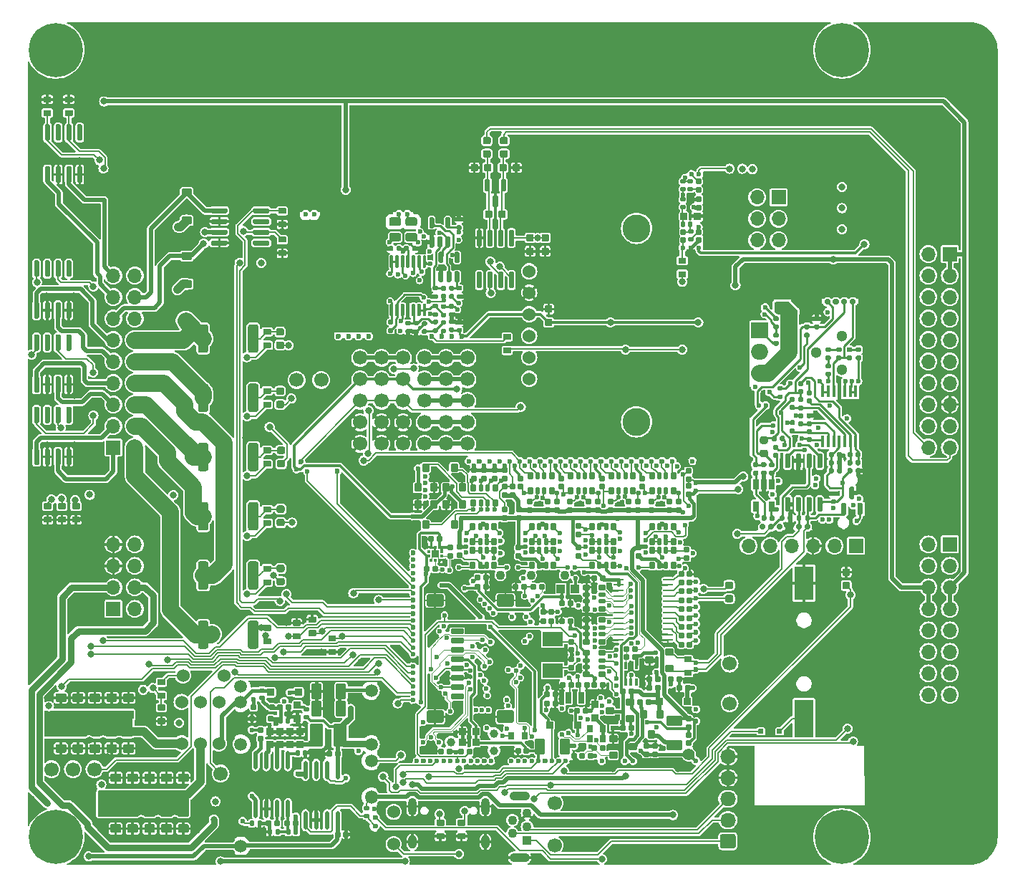
<source format=gbl>
G75*
G70*
%OFA0B0*%
%FSLAX25Y25*%
%IPPOS*%
%LPD*%
%AMOC8*
5,1,8,0,0,1.08239X$1,22.5*
%
%AMM11*
21,1,0.023620,0.018900,0.000000,0.000000,90.000000*
21,1,0.018900,0.023620,0.000000,0.000000,90.000000*
1,1,0.004720,0.009450,0.009450*
1,1,0.004720,0.009450,-0.009450*
1,1,0.004720,-0.009450,-0.009450*
1,1,0.004720,-0.009450,0.009450*
%
%AMM117*
21,1,0.023620,0.018900,0.000000,-0.000000,90.000000*
21,1,0.018900,0.023620,0.000000,-0.000000,90.000000*
1,1,0.004720,0.009450,0.009450*
1,1,0.004720,0.009450,-0.009450*
1,1,0.004720,-0.009450,-0.009450*
1,1,0.004720,-0.009450,0.009450*
%
%AMM118*
21,1,0.019680,0.019680,0.000000,-0.000000,180.000000*
21,1,0.015750,0.023620,0.000000,-0.000000,180.000000*
1,1,0.003940,-0.007870,0.009840*
1,1,0.003940,0.007870,0.009840*
1,1,0.003940,0.007870,-0.009840*
1,1,0.003940,-0.007870,-0.009840*
%
%AMM119*
21,1,0.033470,0.026770,0.000000,-0.000000,180.000000*
21,1,0.026770,0.033470,0.000000,-0.000000,180.000000*
1,1,0.006690,-0.013390,0.013390*
1,1,0.006690,0.013390,0.013390*
1,1,0.006690,0.013390,-0.013390*
1,1,0.006690,-0.013390,-0.013390*
%
%AMM12*
21,1,0.019680,0.019680,0.000000,0.000000,0.000000*
21,1,0.015750,0.023620,0.000000,0.000000,0.000000*
1,1,0.003940,0.007870,-0.009840*
1,1,0.003940,-0.007870,-0.009840*
1,1,0.003940,-0.007870,0.009840*
1,1,0.003940,0.007870,0.009840*
%
%AMM120*
21,1,0.019680,0.019680,0.000000,-0.000000,270.000000*
21,1,0.015750,0.023620,0.000000,-0.000000,270.000000*
1,1,0.003940,-0.009840,-0.007870*
1,1,0.003940,-0.009840,0.007870*
1,1,0.003940,0.009840,0.007870*
1,1,0.003940,0.009840,-0.007870*
%
%AMM13*
21,1,0.019680,0.019680,0.000000,0.000000,270.000000*
21,1,0.015750,0.023620,0.000000,0.000000,270.000000*
1,1,0.003940,-0.009840,-0.007870*
1,1,0.003940,-0.009840,0.007870*
1,1,0.003940,0.009840,0.007870*
1,1,0.003940,0.009840,-0.007870*
%
%AMM183*
21,1,0.025590,0.026380,-0.000000,-0.000000,90.000000*
21,1,0.020470,0.031500,-0.000000,-0.000000,90.000000*
1,1,0.005120,0.013190,0.010240*
1,1,0.005120,0.013190,-0.010240*
1,1,0.005120,-0.013190,-0.010240*
1,1,0.005120,-0.013190,0.010240*
%
%AMM184*
21,1,0.017720,0.027950,-0.000000,-0.000000,90.000000*
21,1,0.014170,0.031500,-0.000000,-0.000000,90.000000*
1,1,0.003540,0.013980,0.007090*
1,1,0.003540,0.013980,-0.007090*
1,1,0.003540,-0.013980,-0.007090*
1,1,0.003540,-0.013980,0.007090*
%
%AMM187*
21,1,0.027560,0.018900,-0.000000,-0.000000,270.000000*
21,1,0.022840,0.023620,-0.000000,-0.000000,270.000000*
1,1,0.004720,-0.009450,-0.011420*
1,1,0.004720,-0.009450,0.011420*
1,1,0.004720,0.009450,0.011420*
1,1,0.004720,0.009450,-0.011420*
%
%AMM189*
21,1,0.027560,0.018900,-0.000000,-0.000000,0.000000*
21,1,0.022840,0.023620,-0.000000,-0.000000,0.000000*
1,1,0.004720,0.011420,-0.009450*
1,1,0.004720,-0.011420,-0.009450*
1,1,0.004720,-0.011420,0.009450*
1,1,0.004720,0.011420,0.009450*
%
%AMM191*
21,1,0.035430,0.030320,-0.000000,-0.000000,90.000000*
21,1,0.028350,0.037400,-0.000000,-0.000000,90.000000*
1,1,0.007090,0.015160,0.014170*
1,1,0.007090,0.015160,-0.014170*
1,1,0.007090,-0.015160,-0.014170*
1,1,0.007090,-0.015160,0.014170*
%
%AMM194*
21,1,0.027560,0.030710,-0.000000,-0.000000,180.000000*
21,1,0.022050,0.036220,-0.000000,-0.000000,180.000000*
1,1,0.005510,-0.011020,0.015350*
1,1,0.005510,0.011020,0.015350*
1,1,0.005510,0.011020,-0.015350*
1,1,0.005510,-0.011020,-0.015350*
%
%AMM215*
21,1,0.033470,0.026770,-0.000000,-0.000000,270.000000*
21,1,0.026770,0.033470,-0.000000,-0.000000,270.000000*
1,1,0.006690,-0.013390,-0.013390*
1,1,0.006690,-0.013390,0.013390*
1,1,0.006690,0.013390,0.013390*
1,1,0.006690,0.013390,-0.013390*
%
%AMM216*
21,1,0.025590,0.026380,-0.000000,-0.000000,180.000000*
21,1,0.020470,0.031500,-0.000000,-0.000000,180.000000*
1,1,0.005120,-0.010240,0.013190*
1,1,0.005120,0.010240,0.013190*
1,1,0.005120,0.010240,-0.013190*
1,1,0.005120,-0.010240,-0.013190*
%
%AMM217*
21,1,0.017720,0.027950,-0.000000,-0.000000,180.000000*
21,1,0.014170,0.031500,-0.000000,-0.000000,180.000000*
1,1,0.003540,-0.007090,0.013980*
1,1,0.003540,0.007090,0.013980*
1,1,0.003540,0.007090,-0.013980*
1,1,0.003540,-0.007090,-0.013980*
%
%AMM218*
21,1,0.033470,0.026770,-0.000000,-0.000000,180.000000*
21,1,0.026770,0.033470,-0.000000,-0.000000,180.000000*
1,1,0.006690,-0.013390,0.013390*
1,1,0.006690,0.013390,0.013390*
1,1,0.006690,0.013390,-0.013390*
1,1,0.006690,-0.013390,-0.013390*
%
%AMM219*
21,1,0.078740,0.045670,-0.000000,-0.000000,0.000000*
21,1,0.067320,0.057090,-0.000000,-0.000000,0.000000*
1,1,0.011420,0.033660,-0.022840*
1,1,0.011420,-0.033660,-0.022840*
1,1,0.011420,-0.033660,0.022840*
1,1,0.011420,0.033660,0.022840*
%
%AMM220*
21,1,0.059060,0.020470,-0.000000,-0.000000,0.000000*
21,1,0.053940,0.025590,-0.000000,-0.000000,0.000000*
1,1,0.005120,0.026970,-0.010240*
1,1,0.005120,-0.026970,-0.010240*
1,1,0.005120,-0.026970,0.010240*
1,1,0.005120,0.026970,0.010240*
%
%AMM221*
21,1,0.035430,0.030320,-0.000000,-0.000000,0.000000*
21,1,0.028350,0.037400,-0.000000,-0.000000,0.000000*
1,1,0.007090,0.014170,-0.015160*
1,1,0.007090,-0.014170,-0.015160*
1,1,0.007090,-0.014170,0.015160*
1,1,0.007090,0.014170,0.015160*
%
%AMM222*
21,1,0.012600,0.028980,-0.000000,-0.000000,0.000000*
21,1,0.010080,0.031500,-0.000000,-0.000000,0.000000*
1,1,0.002520,0.005040,-0.014490*
1,1,0.002520,-0.005040,-0.014490*
1,1,0.002520,-0.005040,0.014490*
1,1,0.002520,0.005040,0.014490*
%
%AMM223*
21,1,0.070870,0.036220,-0.000000,-0.000000,180.000000*
21,1,0.061810,0.045280,-0.000000,-0.000000,180.000000*
1,1,0.009060,-0.030910,0.018110*
1,1,0.009060,0.030910,0.018110*
1,1,0.009060,0.030910,-0.018110*
1,1,0.009060,-0.030910,-0.018110*
%
%AMM224*
21,1,0.035830,0.026770,-0.000000,-0.000000,180.000000*
21,1,0.029130,0.033470,-0.000000,-0.000000,180.000000*
1,1,0.006690,-0.014570,0.013390*
1,1,0.006690,0.014570,0.013390*
1,1,0.006690,0.014570,-0.013390*
1,1,0.006690,-0.014570,-0.013390*
%
%AMM225*
21,1,0.027560,0.049610,-0.000000,-0.000000,180.000000*
21,1,0.022050,0.055120,-0.000000,-0.000000,180.000000*
1,1,0.005510,-0.011020,0.024800*
1,1,0.005510,0.011020,0.024800*
1,1,0.005510,0.011020,-0.024800*
1,1,0.005510,-0.011020,-0.024800*
%
%AMM226*
21,1,0.070870,0.036220,-0.000000,-0.000000,270.000000*
21,1,0.061810,0.045280,-0.000000,-0.000000,270.000000*
1,1,0.009060,-0.018110,-0.030910*
1,1,0.009060,-0.018110,0.030910*
1,1,0.009060,0.018110,0.030910*
1,1,0.009060,0.018110,-0.030910*
%
%AMM227*
21,1,0.027560,0.030710,-0.000000,-0.000000,270.000000*
21,1,0.022050,0.036220,-0.000000,-0.000000,270.000000*
1,1,0.005510,-0.015350,-0.011020*
1,1,0.005510,-0.015350,0.011020*
1,1,0.005510,0.015350,0.011020*
1,1,0.005510,0.015350,-0.011020*
%
%AMM27*
21,1,0.106300,0.050390,0.000000,0.000000,90.000000*
21,1,0.093700,0.062990,0.000000,0.000000,90.000000*
1,1,0.012600,0.025200,0.046850*
1,1,0.012600,0.025200,-0.046850*
1,1,0.012600,-0.025200,-0.046850*
1,1,0.012600,-0.025200,0.046850*
%
%AMM28*
21,1,0.033470,0.026770,0.000000,0.000000,270.000000*
21,1,0.026770,0.033470,0.000000,0.000000,270.000000*
1,1,0.006690,-0.013390,-0.013390*
1,1,0.006690,-0.013390,0.013390*
1,1,0.006690,0.013390,0.013390*
1,1,0.006690,0.013390,-0.013390*
%
%AMM29*
21,1,0.023620,0.018900,0.000000,0.000000,180.000000*
21,1,0.018900,0.023620,0.000000,0.000000,180.000000*
1,1,0.004720,-0.009450,0.009450*
1,1,0.004720,0.009450,0.009450*
1,1,0.004720,0.009450,-0.009450*
1,1,0.004720,-0.009450,-0.009450*
%
%AMM30*
21,1,0.122050,0.075590,0.000000,0.000000,180.000000*
21,1,0.103150,0.094490,0.000000,0.000000,180.000000*
1,1,0.018900,-0.051580,0.037800*
1,1,0.018900,0.051580,0.037800*
1,1,0.018900,0.051580,-0.037800*
1,1,0.018900,-0.051580,-0.037800*
%
%AMM31*
21,1,0.118110,0.083460,0.000000,0.000000,0.000000*
21,1,0.097240,0.104330,0.000000,0.000000,0.000000*
1,1,0.020870,0.048620,-0.041730*
1,1,0.020870,-0.048620,-0.041730*
1,1,0.020870,-0.048620,0.041730*
1,1,0.020870,0.048620,0.041730*
%
%AMM7*
21,1,0.035830,0.026770,0.000000,0.000000,0.000000*
21,1,0.029130,0.033470,0.000000,0.000000,0.000000*
1,1,0.006690,0.014570,-0.013390*
1,1,0.006690,-0.014570,-0.013390*
1,1,0.006690,-0.014570,0.013390*
1,1,0.006690,0.014570,0.013390*
%
%AMM8*
21,1,0.070870,0.036220,0.000000,0.000000,90.000000*
21,1,0.061810,0.045280,0.000000,0.000000,90.000000*
1,1,0.009060,0.018110,0.030910*
1,1,0.009060,0.018110,-0.030910*
1,1,0.009060,-0.018110,-0.030910*
1,1,0.009060,-0.018110,0.030910*
%
%ADD10C,0.00787*%
%ADD100C,0.01968*%
%ADD101C,0.01575*%
%ADD108M7*%
%ADD109M8*%
%ADD11C,0.06693*%
%ADD112M11*%
%ADD113M12*%
%ADD114M13*%
%ADD115O,0.00787X0.40158*%
%ADD12C,0.02756*%
%ADD132M27*%
%ADD133M28*%
%ADD134M29*%
%ADD135O,0.01968X0.08661*%
%ADD136M30*%
%ADD137M31*%
%ADD15R,0.04331X0.00984*%
%ADD158C,0.05118*%
%ADD16R,0.03858X0.00984*%
%ADD171C,0.03900*%
%ADD18R,0.00984X1.08661*%
%ADD199C,0.00492*%
%ADD20R,0.03740X0.00984*%
%ADD200C,0.01260*%
%ADD201C,0.05512*%
%ADD21C,0.03150*%
%ADD22C,0.25197*%
%ADD23C,0.06000*%
%ADD235R,0.01378X0.01476*%
%ADD236R,0.01968X0.01968*%
%ADD238O,0.04961X0.00984*%
%ADD24O,0.07283X0.06693*%
%ADD240R,0.09449X0.06693*%
%ADD241R,0.01476X0.01378*%
%ADD243R,0.03937X0.04331*%
%ADD25C,0.02362*%
%ADD26R,0.24350X0.00984*%
%ADD27R,0.04390X0.00984*%
%ADD28R,0.00984X0.56201*%
%ADD29R,0.00984X0.59449*%
%ADD298M117*%
%ADD299M118*%
%ADD30R,0.20374X0.00984*%
%ADD300M119*%
%ADD301M120*%
%ADD309R,0.07874X0.07500*%
%ADD31R,0.04331X0.04331*%
%ADD310O,0.07874X0.07500*%
%ADD312R,0.01772X0.05709*%
%ADD313R,0.02559X0.04803*%
%ADD32C,0.04331*%
%ADD33O,0.09449X0.04331*%
%ADD34O,0.04823X0.00787*%
%ADD35O,0.00787X0.36614*%
%ADD36C,0.05906*%
%ADD37O,0.00787X0.12992*%
%ADD38O,0.00787X0.40157*%
%ADD39O,0.00787X0.01181*%
%ADD392M183*%
%ADD393M184*%
%ADD396M187*%
%ADD398M189*%
%ADD40O,0.66929X0.00787*%
%ADD400M191*%
%ADD403M194*%
%ADD41O,0.60630X0.00787*%
%ADD42O,0.00787X0.18898*%
%ADD424M215*%
%ADD425M216*%
%ADD426M217*%
%ADD427M218*%
%ADD428M219*%
%ADD429M220*%
%ADD43O,0.00787X0.10236*%
%ADD430M221*%
%ADD431M222*%
%ADD432M223*%
%ADD433M224*%
%ADD434M225*%
%ADD435M226*%
%ADD436M227*%
%ADD44O,0.00787X0.03937*%
%ADD45O,0.00787X0.05906*%
%ADD55R,0.00787X0.14567*%
%ADD56R,0.00787X0.01575*%
%ADD57R,0.00787X0.06299*%
%ADD58R,0.00787X0.38189*%
%ADD59R,0.00787X0.09055*%
%ADD60R,0.05512X0.00787*%
%ADD61R,0.25197X0.00787*%
%ADD62R,0.06693X0.00787*%
%ADD63R,0.12992X0.00787*%
%ADD64R,0.00787X0.27559*%
%ADD65R,0.00787X0.12992*%
%ADD66R,0.00787X0.24803*%
%ADD68O,0.03937X0.08268*%
%ADD69O,0.03937X0.06299*%
%ADD70R,0.06693X0.06693*%
%ADD71O,0.06693X0.06693*%
%ADD72C,0.13000*%
%ADD74C,0.01181*%
%ADD75C,0.03937*%
%ADD76C,0.01969*%
%ADD77C,0.00591*%
%ADD85C,0.00984*%
%ADD93R,0.24803X0.00984*%
%ADD94R,0.34449X0.00984*%
%ADD95R,0.09055X0.17323*%
%ADD96R,0.09055X0.15748*%
%ADD97C,0.07874*%
X0000000Y0000000D02*
%LPD*%
G01*
D11*
X0327559Y0076043D03*
D12*
X0384941Y0262854D03*
X0373130Y0262854D03*
X0377067Y0262854D03*
X0381004Y0262854D03*
D15*
X0338288Y0156653D03*
D16*
X0355374Y0156653D03*
D93*
X0378839Y0156653D03*
D18*
X0336615Y0210492D03*
X0390748Y0210492D03*
D94*
X0353347Y0264330D03*
D20*
X0389370Y0264330D03*
D12*
X0346949Y0158164D03*
X0350886Y0158164D03*
X0363863Y0158164D03*
X0359863Y0158164D03*
X0343012Y0158164D03*
D11*
X0125985Y0226437D03*
X0137402Y0226437D03*
X0021811Y0045334D03*
D21*
X0004331Y0379980D03*
X0007099Y0386661D03*
X0007099Y0373299D03*
X0013780Y0389429D03*
D22*
X0013780Y0379980D03*
D21*
X0013780Y0370531D03*
X0020461Y0386661D03*
X0020461Y0373299D03*
X0023229Y0379980D03*
X0370473Y0379980D03*
X0373240Y0386661D03*
X0373240Y0373299D03*
X0379922Y0389429D03*
D22*
X0379922Y0379980D03*
D21*
X0379922Y0370531D03*
X0386603Y0386661D03*
X0386603Y0373299D03*
X0389370Y0379980D03*
D23*
X0072441Y0076634D03*
X0072441Y0057342D03*
G36*
G01*
X0329430Y0008523D02*
X0324115Y0008523D01*
G75*
G02*
X0323130Y0009508I0000000J0000984D01*
G01*
X0323130Y0014232D01*
G75*
G02*
X0324115Y0015216I0000984J0000000D01*
G01*
X0329430Y0015216D01*
G75*
G02*
X0330414Y0014232I0000000J-000984D01*
G01*
X0330414Y0009508D01*
G75*
G02*
X0329430Y0008523I-000984J0000000D01*
G01*
G37*
D24*
X0326772Y0021712D03*
X0326772Y0031555D03*
X0326772Y0041397D03*
X0326772Y0051240D03*
D11*
X0246063Y0029586D03*
D21*
X0004331Y0013838D03*
X0007099Y0020520D03*
X0007099Y0007157D03*
X0013780Y0023287D03*
D22*
X0013780Y0013838D03*
D21*
X0013780Y0004389D03*
X0020461Y0020520D03*
X0020461Y0007157D03*
X0023229Y0013838D03*
D25*
X0193603Y0246811D03*
X0188878Y0246811D03*
X0198327Y0246811D03*
X0203052Y0246811D03*
D26*
X0192550Y0304488D03*
D27*
X0168731Y0304488D03*
D28*
X0204233Y0276880D03*
D29*
X0167028Y0275256D03*
D30*
X0176723Y0246023D03*
D25*
X0177619Y0303602D03*
X0173681Y0303602D03*
D11*
X0011811Y0045334D03*
D31*
X0233268Y0012263D03*
D32*
X0226378Y0015413D03*
X0233268Y0018563D03*
X0226378Y0021712D03*
X0233268Y0024862D03*
D33*
X0229823Y0004193D03*
X0229823Y0032933D03*
D23*
X0081103Y0076634D03*
X0081103Y0057342D03*
D25*
X0313288Y0287952D03*
D34*
X0305512Y0322992D03*
D35*
X0315650Y0305078D03*
X0303445Y0305078D03*
D25*
X0309548Y0287952D03*
X0305807Y0287952D03*
X0309744Y0322204D03*
X0313288Y0322204D03*
D11*
X0090552Y0043366D03*
D36*
X0160926Y0082047D03*
X0160926Y0056850D03*
X0160926Y0049370D03*
X0160926Y0032441D03*
D25*
X0162697Y0022992D03*
X0162697Y0019055D03*
D37*
X0097343Y0066889D03*
D38*
X0097343Y0033425D03*
D39*
X0097343Y0005472D03*
D40*
X0130414Y0005275D03*
D41*
X0133563Y0086378D03*
D36*
X0160926Y0007834D03*
D39*
X0163485Y0086181D03*
D42*
X0163485Y0069645D03*
D43*
X0163485Y0040708D03*
D44*
X0163485Y0026929D03*
D45*
X0163485Y0013937D03*
D36*
X0099902Y0083819D03*
X0099902Y0076535D03*
X0099902Y0057047D03*
X0099902Y0009606D03*
D25*
X0125985Y0185000D03*
X0128052Y0188445D03*
X0131004Y0183819D03*
X0144981Y0184114D03*
D23*
X0089764Y0076634D03*
X0089764Y0057342D03*
D11*
X0155512Y0196752D03*
X0155512Y0206752D03*
X0155512Y0216752D03*
X0155512Y0226752D03*
X0155512Y0236752D03*
X0165512Y0196752D03*
X0165512Y0206752D03*
X0165512Y0216752D03*
X0165512Y0226752D03*
X0165512Y0236752D03*
X0175512Y0196752D03*
X0175512Y0206752D03*
X0175512Y0216752D03*
X0175512Y0226752D03*
X0175512Y0236752D03*
X0246063Y0009901D03*
D23*
X0171160Y0025549D03*
X0171160Y0010549D03*
D11*
X0327559Y0094547D03*
D25*
X0180315Y0163051D03*
X0180315Y0146122D03*
X0180315Y0142972D03*
X0180315Y0139823D03*
X0180315Y0136673D03*
X0180315Y0133523D03*
X0180315Y0130374D03*
X0180315Y0127224D03*
X0180315Y0124074D03*
X0180315Y0120925D03*
X0180315Y0117775D03*
X0180315Y0114626D03*
X0180315Y0111476D03*
X0180315Y0108326D03*
X0180315Y0105177D03*
X0180315Y0102027D03*
X0180315Y0098878D03*
X0180315Y0093366D03*
X0180315Y0090216D03*
X0180315Y0087067D03*
X0180315Y0083917D03*
X0180315Y0080767D03*
X0180315Y0077618D03*
D55*
X0312599Y0058523D03*
D56*
X0312599Y0070531D03*
D55*
X0312599Y0082539D03*
D57*
X0312599Y0100059D03*
D58*
X0312599Y0153799D03*
D59*
X0312599Y0185295D03*
D60*
X0305512Y0189429D03*
D61*
X0297245Y0048484D03*
D62*
X0273426Y0048484D03*
D63*
X0259646Y0048484D03*
D60*
X0221260Y0048484D03*
D61*
X0191733Y0189429D03*
D64*
X0179528Y0061870D03*
D56*
X0179528Y0096122D03*
D65*
X0179528Y0154586D03*
D66*
X0179528Y0177421D03*
D25*
X0181890Y0049271D03*
X0185040Y0049271D03*
X0188189Y0049271D03*
X0191339Y0049271D03*
X0194489Y0049271D03*
X0197638Y0049271D03*
X0200788Y0049271D03*
X0203937Y0049271D03*
X0207087Y0049271D03*
X0210237Y0049271D03*
X0213386Y0049271D03*
X0216536Y0049271D03*
X0225985Y0049271D03*
X0229134Y0049271D03*
X0232284Y0049271D03*
X0235434Y0049271D03*
X0238583Y0049271D03*
X0241733Y0049271D03*
X0244882Y0049271D03*
X0248032Y0049271D03*
X0251182Y0049271D03*
X0268111Y0049271D03*
X0278741Y0049271D03*
X0282678Y0049271D03*
X0311811Y0049271D03*
X0206300Y0188641D03*
X0211024Y0188641D03*
X0215748Y0188641D03*
X0220473Y0188641D03*
X0225197Y0188641D03*
X0229922Y0188641D03*
X0234646Y0188641D03*
X0239370Y0188641D03*
X0244095Y0188641D03*
X0248819Y0188641D03*
X0253544Y0188641D03*
X0258268Y0188641D03*
X0262993Y0188641D03*
X0267717Y0188641D03*
X0272441Y0188641D03*
X0277166Y0188641D03*
X0281890Y0188641D03*
X0286615Y0188641D03*
X0291339Y0188641D03*
X0296063Y0188641D03*
X0300788Y0188641D03*
X0310237Y0188641D03*
X0311811Y0178799D03*
X0311811Y0174862D03*
X0311811Y0132736D03*
X0311811Y0128799D03*
X0311811Y0124862D03*
X0311811Y0120925D03*
X0311811Y0116988D03*
X0311811Y0113051D03*
X0311811Y0109114D03*
X0311811Y0105177D03*
X0311811Y0094941D03*
X0311811Y0091791D03*
X0311811Y0073287D03*
X0311811Y0067775D03*
D68*
X0179843Y0028031D03*
D69*
X0179843Y0011574D03*
D68*
X0213859Y0028031D03*
D69*
X0213859Y0011574D03*
D21*
X0370473Y0013838D03*
X0373240Y0020520D03*
X0373240Y0007157D03*
X0379922Y0023287D03*
D22*
X0379922Y0013838D03*
D21*
X0379922Y0004389D03*
X0386603Y0020520D03*
X0386603Y0007157D03*
X0389370Y0013838D03*
D25*
X0150099Y0246811D03*
X0145374Y0246811D03*
X0154823Y0246811D03*
X0159548Y0246811D03*
D26*
X0149046Y0304488D03*
D27*
X0125227Y0304488D03*
D28*
X0160729Y0276880D03*
D29*
X0123524Y0275256D03*
D30*
X0133219Y0246023D03*
D25*
X0134115Y0303602D03*
X0130178Y0303602D03*
D23*
X0073032Y0089035D03*
X0092323Y0089035D03*
D70*
X0386418Y0149271D03*
D71*
X0376418Y0149271D03*
X0366418Y0149271D03*
X0356418Y0149271D03*
X0346418Y0149271D03*
X0336418Y0149271D03*
D72*
X0284265Y0297027D03*
X0284265Y0207027D03*
D23*
X0234265Y0277027D03*
X0234265Y0267027D03*
X0234265Y0257027D03*
X0234265Y0247027D03*
X0234265Y0237027D03*
X0234265Y0227027D03*
D11*
X0031811Y0045334D03*
X0185512Y0196752D03*
X0185512Y0206752D03*
X0185512Y0216752D03*
X0185512Y0226752D03*
X0185512Y0236752D03*
X0195512Y0196752D03*
X0195512Y0206752D03*
X0195512Y0216752D03*
X0195512Y0226752D03*
X0195512Y0236752D03*
X0205512Y0196752D03*
X0205512Y0206752D03*
X0205512Y0216752D03*
X0205512Y0226752D03*
X0205512Y0236752D03*
G36*
G01*
X0214174Y0319968D02*
X0215355Y0319968D01*
G75*
G02*
X0215945Y0319378I0000000J-000591D01*
G01*
X0215945Y0314752D01*
G75*
G02*
X0215355Y0314161I-000591J0000000D01*
G01*
X0214174Y0314161D01*
G75*
G02*
X0213583Y0314752I0000000J0000591D01*
G01*
X0213583Y0319378D01*
G75*
G02*
X0214174Y0319968I0000591J0000000D01*
G01*
G37*
G36*
G01*
X0221654Y0319968D02*
X0222835Y0319968D01*
G75*
G02*
X0223426Y0319378I0000000J-000591D01*
G01*
X0223426Y0314752D01*
G75*
G02*
X0222835Y0314161I-000591J0000000D01*
G01*
X0221654Y0314161D01*
G75*
G02*
X0221063Y0314752I0000000J0000591D01*
G01*
X0221063Y0319378D01*
G75*
G02*
X0221654Y0319968I0000591J0000000D01*
G01*
G37*
G36*
G01*
X0217914Y0312586D02*
X0219095Y0312586D01*
G75*
G02*
X0219685Y0311996I0000000J-000591D01*
G01*
X0219685Y0307370D01*
G75*
G02*
X0219095Y0306779I-000591J0000000D01*
G01*
X0217914Y0306779D01*
G75*
G02*
X0217323Y0307370I0000000J0000591D01*
G01*
X0217323Y0311996D01*
G75*
G02*
X0217914Y0312586I0000591J0000000D01*
G01*
G37*
G36*
G01*
X0049804Y0053051D02*
X0045670Y0053051D01*
G75*
G02*
X0045276Y0053445I0000000J0000394D01*
G01*
X0045276Y0056594D01*
G75*
G02*
X0045670Y0056988I0000394J0000000D01*
G01*
X0049804Y0056988D01*
G75*
G02*
X0050197Y0056594I0000000J-000394D01*
G01*
X0050197Y0053445D01*
G75*
G02*
X0049804Y0053051I-000394J0000000D01*
G01*
G37*
G36*
G01*
X0049804Y0060925D02*
X0045670Y0060925D01*
G75*
G02*
X0045276Y0061319I0000000J0000394D01*
G01*
X0045276Y0064468D01*
G75*
G02*
X0045670Y0064862I0000394J0000000D01*
G01*
X0049804Y0064862D01*
G75*
G02*
X0050197Y0064468I0000000J-000394D01*
G01*
X0050197Y0061319D01*
G75*
G02*
X0049804Y0060925I-000394J0000000D01*
G01*
G37*
G36*
G01*
X0241969Y0261141D02*
X0244646Y0261141D01*
G75*
G02*
X0244981Y0260807I0000000J-000335D01*
G01*
X0244981Y0258130D01*
G75*
G02*
X0244646Y0257795I-000335J0000000D01*
G01*
X0241969Y0257795D01*
G75*
G02*
X0241634Y0258130I0000000J0000335D01*
G01*
X0241634Y0260807D01*
G75*
G02*
X0241969Y0261141I0000335J0000000D01*
G01*
G37*
G36*
G01*
X0241969Y0254921D02*
X0244646Y0254921D01*
G75*
G02*
X0244981Y0254586I0000000J-000335D01*
G01*
X0244981Y0251909D01*
G75*
G02*
X0244646Y0251574I-000335J0000000D01*
G01*
X0241969Y0251574D01*
G75*
G02*
X0241634Y0251909I0000000J0000335D01*
G01*
X0241634Y0254586D01*
G75*
G02*
X0241969Y0254921I0000335J0000000D01*
G01*
G37*
G36*
G01*
X0076811Y0298878D02*
X0072796Y0298878D01*
G75*
G02*
X0072441Y0299232I0000000J0000354D01*
G01*
X0072441Y0302067D01*
G75*
G02*
X0072796Y0302421I0000354J0000000D01*
G01*
X0076811Y0302421D01*
G75*
G02*
X0077166Y0302067I0000000J-000354D01*
G01*
X0077166Y0299232D01*
G75*
G02*
X0076811Y0298878I-000354J0000000D01*
G01*
G37*
G36*
G01*
X0076811Y0311870D02*
X0072796Y0311870D01*
G75*
G02*
X0072441Y0312224I0000000J0000354D01*
G01*
X0072441Y0315059D01*
G75*
G02*
X0072796Y0315413I0000354J0000000D01*
G01*
X0076811Y0315413D01*
G75*
G02*
X0077166Y0315059I0000000J-000354D01*
G01*
X0077166Y0312224D01*
G75*
G02*
X0076811Y0311870I-000354J0000000D01*
G01*
G37*
D95*
X0362205Y0068957D03*
D96*
X0362205Y0131949D03*
G36*
G01*
X0004311Y0247697D02*
X0005493Y0247697D01*
G75*
G02*
X0006083Y0247106I0000000J-000591D01*
G01*
X0006083Y0240610D01*
G75*
G02*
X0005493Y0240019I-000591J0000000D01*
G01*
X0004311Y0240019D01*
G75*
G02*
X0003721Y0240610I0000000J0000591D01*
G01*
X0003721Y0247106D01*
G75*
G02*
X0004311Y0247697I0000591J0000000D01*
G01*
G37*
G36*
G01*
X0009311Y0247697D02*
X0010493Y0247697D01*
G75*
G02*
X0011083Y0247106I0000000J-000591D01*
G01*
X0011083Y0240610D01*
G75*
G02*
X0010493Y0240019I-000591J0000000D01*
G01*
X0009311Y0240019D01*
G75*
G02*
X0008721Y0240610I0000000J0000591D01*
G01*
X0008721Y0247106D01*
G75*
G02*
X0009311Y0247697I0000591J0000000D01*
G01*
G37*
G36*
G01*
X0014311Y0247697D02*
X0015493Y0247697D01*
G75*
G02*
X0016083Y0247106I0000000J-000591D01*
G01*
X0016083Y0240610D01*
G75*
G02*
X0015493Y0240019I-000591J0000000D01*
G01*
X0014311Y0240019D01*
G75*
G02*
X0013721Y0240610I0000000J0000591D01*
G01*
X0013721Y0247106D01*
G75*
G02*
X0014311Y0247697I0000591J0000000D01*
G01*
G37*
G36*
G01*
X0019311Y0247697D02*
X0020493Y0247697D01*
G75*
G02*
X0021083Y0247106I0000000J-000591D01*
G01*
X0021083Y0240610D01*
G75*
G02*
X0020493Y0240019I-000591J0000000D01*
G01*
X0019311Y0240019D01*
G75*
G02*
X0018721Y0240610I0000000J0000591D01*
G01*
X0018721Y0247106D01*
G75*
G02*
X0019311Y0247697I0000591J0000000D01*
G01*
G37*
G36*
G01*
X0019311Y0228208D02*
X0020493Y0228208D01*
G75*
G02*
X0021083Y0227618I0000000J-000591D01*
G01*
X0021083Y0221122D01*
G75*
G02*
X0020493Y0220531I-000591J0000000D01*
G01*
X0019311Y0220531D01*
G75*
G02*
X0018721Y0221122I0000000J0000591D01*
G01*
X0018721Y0227618D01*
G75*
G02*
X0019311Y0228208I0000591J0000000D01*
G01*
G37*
G36*
G01*
X0014311Y0228208D02*
X0015493Y0228208D01*
G75*
G02*
X0016083Y0227618I0000000J-000591D01*
G01*
X0016083Y0221122D01*
G75*
G02*
X0015493Y0220531I-000591J0000000D01*
G01*
X0014311Y0220531D01*
G75*
G02*
X0013721Y0221122I0000000J0000591D01*
G01*
X0013721Y0227618D01*
G75*
G02*
X0014311Y0228208I0000591J0000000D01*
G01*
G37*
G36*
G01*
X0009311Y0228208D02*
X0010493Y0228208D01*
G75*
G02*
X0011083Y0227618I0000000J-000591D01*
G01*
X0011083Y0221122D01*
G75*
G02*
X0010493Y0220531I-000591J0000000D01*
G01*
X0009311Y0220531D01*
G75*
G02*
X0008721Y0221122I0000000J0000591D01*
G01*
X0008721Y0227618D01*
G75*
G02*
X0009311Y0228208I0000591J0000000D01*
G01*
G37*
G36*
G01*
X0004311Y0228208D02*
X0005493Y0228208D01*
G75*
G02*
X0006083Y0227618I0000000J-000591D01*
G01*
X0006083Y0221122D01*
G75*
G02*
X0005493Y0220531I-000591J0000000D01*
G01*
X0004311Y0220531D01*
G75*
G02*
X0003721Y0221122I0000000J0000591D01*
G01*
X0003721Y0227618D01*
G75*
G02*
X0004311Y0228208I0000591J0000000D01*
G01*
G37*
G36*
G01*
X0011575Y0160098D02*
X0008504Y0160098D01*
G75*
G02*
X0008229Y0160374I0000000J0000276D01*
G01*
X0008229Y0162578D01*
G75*
G02*
X0008504Y0162854I0000276J0000000D01*
G01*
X0011575Y0162854D01*
G75*
G02*
X0011851Y0162578I0000000J-000276D01*
G01*
X0011851Y0160374D01*
G75*
G02*
X0011575Y0160098I-000276J0000000D01*
G01*
G37*
G36*
G01*
X0011575Y0166397D02*
X0008504Y0166397D01*
G75*
G02*
X0008229Y0166673I0000000J0000276D01*
G01*
X0008229Y0168878D01*
G75*
G02*
X0008504Y0169153I0000276J0000000D01*
G01*
X0011575Y0169153D01*
G75*
G02*
X0011851Y0168878I0000000J-000276D01*
G01*
X0011851Y0166673D01*
G75*
G02*
X0011575Y0166397I-000276J0000000D01*
G01*
G37*
G36*
G01*
X0229941Y0326594D02*
X0229941Y0323917D01*
G75*
G02*
X0229607Y0323582I-000335J0000000D01*
G01*
X0226930Y0323582D01*
G75*
G02*
X0226595Y0323917I0000000J0000335D01*
G01*
X0226595Y0326594D01*
G75*
G02*
X0226930Y0326929I0000335J0000000D01*
G01*
X0229607Y0326929D01*
G75*
G02*
X0229941Y0326594I0000000J-000335D01*
G01*
G37*
G36*
G01*
X0223721Y0326594D02*
X0223721Y0323917D01*
G75*
G02*
X0223386Y0323582I-000335J0000000D01*
G01*
X0220709Y0323582D01*
G75*
G02*
X0220374Y0323917I0000000J0000335D01*
G01*
X0220374Y0326594D01*
G75*
G02*
X0220709Y0326929I0000335J0000000D01*
G01*
X0223386Y0326929D01*
G75*
G02*
X0223721Y0326594I0000000J-000335D01*
G01*
G37*
G36*
G01*
X0026181Y0053051D02*
X0022048Y0053051D01*
G75*
G02*
X0021654Y0053445I0000000J0000394D01*
G01*
X0021654Y0056594D01*
G75*
G02*
X0022048Y0056988I0000394J0000000D01*
G01*
X0026181Y0056988D01*
G75*
G02*
X0026575Y0056594I0000000J-000394D01*
G01*
X0026575Y0053445D01*
G75*
G02*
X0026181Y0053051I-000394J0000000D01*
G01*
G37*
G36*
G01*
X0026181Y0060925D02*
X0022048Y0060925D01*
G75*
G02*
X0021654Y0061319I0000000J0000394D01*
G01*
X0021654Y0064468D01*
G75*
G02*
X0022048Y0064862I0000394J0000000D01*
G01*
X0026181Y0064862D01*
G75*
G02*
X0026575Y0064468I0000000J-000394D01*
G01*
X0026575Y0061319D01*
G75*
G02*
X0026181Y0060925I-000394J0000000D01*
G01*
G37*
G36*
G01*
X0380552Y0138700D02*
X0383229Y0138700D01*
G75*
G02*
X0383563Y0138366I0000000J-000335D01*
G01*
X0383563Y0135689D01*
G75*
G02*
X0383229Y0135354I-000335J0000000D01*
G01*
X0380552Y0135354D01*
G75*
G02*
X0380217Y0135689I0000000J0000335D01*
G01*
X0380217Y0138366D01*
G75*
G02*
X0380552Y0138700I0000335J0000000D01*
G01*
G37*
G36*
G01*
X0380552Y0132480D02*
X0383229Y0132480D01*
G75*
G02*
X0383563Y0132145I0000000J-000335D01*
G01*
X0383563Y0129468D01*
G75*
G02*
X0383229Y0129134I-000335J0000000D01*
G01*
X0380552Y0129134D01*
G75*
G02*
X0380217Y0129468I0000000J0000335D01*
G01*
X0380217Y0132145D01*
G75*
G02*
X0380552Y0132480I0000335J0000000D01*
G01*
G37*
G36*
G01*
X0213721Y0302193D02*
X0213721Y0304870D01*
G75*
G02*
X0214056Y0305204I0000335J0000000D01*
G01*
X0216733Y0305204D01*
G75*
G02*
X0217067Y0304870I0000000J-000335D01*
G01*
X0217067Y0302193D01*
G75*
G02*
X0216733Y0301858I-000335J0000000D01*
G01*
X0214056Y0301858D01*
G75*
G02*
X0213721Y0302193I0000000J0000335D01*
G01*
G37*
G36*
G01*
X0219941Y0302193D02*
X0219941Y0304870D01*
G75*
G02*
X0220276Y0305204I0000335J0000000D01*
G01*
X0222953Y0305204D01*
G75*
G02*
X0223288Y0304870I0000000J-000335D01*
G01*
X0223288Y0302193D01*
G75*
G02*
X0222953Y0301858I-000335J0000000D01*
G01*
X0220276Y0301858D01*
G75*
G02*
X0219941Y0302193I0000000J0000335D01*
G01*
G37*
G36*
G01*
X0024764Y0160098D02*
X0021693Y0160098D01*
G75*
G02*
X0021418Y0160374I0000000J0000276D01*
G01*
X0021418Y0162578D01*
G75*
G02*
X0021693Y0162854I0000276J0000000D01*
G01*
X0024764Y0162854D01*
G75*
G02*
X0025040Y0162578I0000000J-000276D01*
G01*
X0025040Y0160374D01*
G75*
G02*
X0024764Y0160098I-000276J0000000D01*
G01*
G37*
G36*
G01*
X0024764Y0166397D02*
X0021693Y0166397D01*
G75*
G02*
X0021418Y0166673I0000000J0000276D01*
G01*
X0021418Y0168878D01*
G75*
G02*
X0021693Y0169153I0000276J0000000D01*
G01*
X0024764Y0169153D01*
G75*
G02*
X0025040Y0168878I0000000J-000276D01*
G01*
X0025040Y0166673D01*
G75*
G02*
X0024764Y0166397I-000276J0000000D01*
G01*
G37*
G36*
G01*
X0063288Y0043366D02*
X0067422Y0043366D01*
G75*
G02*
X0067815Y0042972I0000000J-000394D01*
G01*
X0067815Y0039823D01*
G75*
G02*
X0067422Y0039429I-000394J0000000D01*
G01*
X0063288Y0039429D01*
G75*
G02*
X0062894Y0039823I0000000J0000394D01*
G01*
X0062894Y0042972D01*
G75*
G02*
X0063288Y0043366I0000394J0000000D01*
G01*
G37*
G36*
G01*
X0063288Y0035492D02*
X0067422Y0035492D01*
G75*
G02*
X0067815Y0035098I0000000J-000394D01*
G01*
X0067815Y0031949D01*
G75*
G02*
X0067422Y0031555I-000394J0000000D01*
G01*
X0063288Y0031555D01*
G75*
G02*
X0062894Y0031949I0000000J0000394D01*
G01*
X0062894Y0035098D01*
G75*
G02*
X0063288Y0035492I0000394J0000000D01*
G01*
G37*
G36*
G01*
X0108170Y0251338D02*
X0108170Y0240118D01*
G75*
G02*
X0107185Y0239134I-000984J0000000D01*
G01*
X0104331Y0239134D01*
G75*
G02*
X0103347Y0240118I0000000J0000984D01*
G01*
X0103347Y0251338D01*
G75*
G02*
X0104331Y0252323I0000984J0000000D01*
G01*
X0107185Y0252323D01*
G75*
G02*
X0108170Y0251338I0000000J-000984D01*
G01*
G37*
G36*
G01*
X0084843Y0251338D02*
X0084843Y0240118D01*
G75*
G02*
X0083859Y0239134I-000984J0000000D01*
G01*
X0081004Y0239134D01*
G75*
G02*
X0080020Y0240118I0000000J0000984D01*
G01*
X0080020Y0251338D01*
G75*
G02*
X0081004Y0252323I0000984J0000000D01*
G01*
X0083859Y0252323D01*
G75*
G02*
X0084843Y0251338I0000000J-000984D01*
G01*
G37*
D70*
X0430119Y0285019D03*
D71*
X0420119Y0285019D03*
X0430119Y0275019D03*
X0420119Y0275019D03*
X0430119Y0265019D03*
X0420119Y0265019D03*
X0430119Y0255019D03*
X0420119Y0255019D03*
X0430119Y0245019D03*
X0420119Y0245019D03*
X0430119Y0235019D03*
X0420119Y0235019D03*
X0430119Y0225019D03*
X0420119Y0225019D03*
X0430119Y0215019D03*
X0420119Y0215019D03*
X0430119Y0205019D03*
X0420119Y0205019D03*
X0430119Y0195019D03*
X0420119Y0195019D03*
G36*
G01*
X0029922Y0080610D02*
X0034056Y0080610D01*
G75*
G02*
X0034449Y0080216I0000000J-000394D01*
G01*
X0034449Y0077067D01*
G75*
G02*
X0034056Y0076673I-000394J0000000D01*
G01*
X0029922Y0076673D01*
G75*
G02*
X0029528Y0077067I0000000J0000394D01*
G01*
X0029528Y0080216D01*
G75*
G02*
X0029922Y0080610I0000394J0000000D01*
G01*
G37*
G36*
G01*
X0029922Y0072736D02*
X0034056Y0072736D01*
G75*
G02*
X0034449Y0072342I0000000J-000394D01*
G01*
X0034449Y0069193D01*
G75*
G02*
X0034056Y0068799I-000394J0000000D01*
G01*
X0029922Y0068799D01*
G75*
G02*
X0029528Y0069193I0000000J0000394D01*
G01*
X0029528Y0072342D01*
G75*
G02*
X0029922Y0072736I0000394J0000000D01*
G01*
G37*
G36*
G01*
X0075296Y0015807D02*
X0071162Y0015807D01*
G75*
G02*
X0070768Y0016200I0000000J0000394D01*
G01*
X0070768Y0019350D01*
G75*
G02*
X0071162Y0019744I0000394J0000000D01*
G01*
X0075296Y0019744D01*
G75*
G02*
X0075689Y0019350I0000000J-000394D01*
G01*
X0075689Y0016200D01*
G75*
G02*
X0075296Y0015807I-000394J0000000D01*
G01*
G37*
G36*
G01*
X0075296Y0023681D02*
X0071162Y0023681D01*
G75*
G02*
X0070768Y0024074I0000000J0000394D01*
G01*
X0070768Y0027224D01*
G75*
G02*
X0071162Y0027618I0000394J0000000D01*
G01*
X0075296Y0027618D01*
G75*
G02*
X0075689Y0027224I0000000J-000394D01*
G01*
X0075689Y0024074D01*
G75*
G02*
X0075296Y0023681I-000394J0000000D01*
G01*
G37*
G36*
G01*
X0210414Y0296319D02*
X0211595Y0296319D01*
G75*
G02*
X0212185Y0295728I0000000J-000591D01*
G01*
X0212185Y0289232D01*
G75*
G02*
X0211595Y0288641I-000591J0000000D01*
G01*
X0210414Y0288641D01*
G75*
G02*
X0209823Y0289232I0000000J0000591D01*
G01*
X0209823Y0295728D01*
G75*
G02*
X0210414Y0296319I0000591J0000000D01*
G01*
G37*
G36*
G01*
X0215414Y0296319D02*
X0216595Y0296319D01*
G75*
G02*
X0217185Y0295728I0000000J-000591D01*
G01*
X0217185Y0289232D01*
G75*
G02*
X0216595Y0288641I-000591J0000000D01*
G01*
X0215414Y0288641D01*
G75*
G02*
X0214823Y0289232I0000000J0000591D01*
G01*
X0214823Y0295728D01*
G75*
G02*
X0215414Y0296319I0000591J0000000D01*
G01*
G37*
G36*
G01*
X0220414Y0296319D02*
X0221595Y0296319D01*
G75*
G02*
X0222185Y0295728I0000000J-000591D01*
G01*
X0222185Y0289232D01*
G75*
G02*
X0221595Y0288641I-000591J0000000D01*
G01*
X0220414Y0288641D01*
G75*
G02*
X0219823Y0289232I0000000J0000591D01*
G01*
X0219823Y0295728D01*
G75*
G02*
X0220414Y0296319I0000591J0000000D01*
G01*
G37*
G36*
G01*
X0225414Y0296319D02*
X0226595Y0296319D01*
G75*
G02*
X0227185Y0295728I0000000J-000591D01*
G01*
X0227185Y0289232D01*
G75*
G02*
X0226595Y0288641I-000591J0000000D01*
G01*
X0225414Y0288641D01*
G75*
G02*
X0224823Y0289232I0000000J0000591D01*
G01*
X0224823Y0295728D01*
G75*
G02*
X0225414Y0296319I0000591J0000000D01*
G01*
G37*
G36*
G01*
X0225414Y0276830D02*
X0226595Y0276830D01*
G75*
G02*
X0227185Y0276240I0000000J-000591D01*
G01*
X0227185Y0269744D01*
G75*
G02*
X0226595Y0269153I-000591J0000000D01*
G01*
X0225414Y0269153D01*
G75*
G02*
X0224823Y0269744I0000000J0000591D01*
G01*
X0224823Y0276240D01*
G75*
G02*
X0225414Y0276830I0000591J0000000D01*
G01*
G37*
G36*
G01*
X0220414Y0276830D02*
X0221595Y0276830D01*
G75*
G02*
X0222185Y0276240I0000000J-000591D01*
G01*
X0222185Y0269744D01*
G75*
G02*
X0221595Y0269153I-000591J0000000D01*
G01*
X0220414Y0269153D01*
G75*
G02*
X0219823Y0269744I0000000J0000591D01*
G01*
X0219823Y0276240D01*
G75*
G02*
X0220414Y0276830I0000591J0000000D01*
G01*
G37*
G36*
G01*
X0215414Y0276830D02*
X0216595Y0276830D01*
G75*
G02*
X0217185Y0276240I0000000J-000591D01*
G01*
X0217185Y0269744D01*
G75*
G02*
X0216595Y0269153I-000591J0000000D01*
G01*
X0215414Y0269153D01*
G75*
G02*
X0214823Y0269744I0000000J0000591D01*
G01*
X0214823Y0276240D01*
G75*
G02*
X0215414Y0276830I0000591J0000000D01*
G01*
G37*
G36*
G01*
X0210414Y0276830D02*
X0211595Y0276830D01*
G75*
G02*
X0212185Y0276240I0000000J-000591D01*
G01*
X0212185Y0269744D01*
G75*
G02*
X0211595Y0269153I-000591J0000000D01*
G01*
X0210414Y0269153D01*
G75*
G02*
X0209823Y0269744I0000000J0000591D01*
G01*
X0209823Y0276240D01*
G75*
G02*
X0210414Y0276830I0000591J0000000D01*
G01*
G37*
G36*
G01*
X0014174Y0080610D02*
X0018307Y0080610D01*
G75*
G02*
X0018701Y0080216I0000000J-000394D01*
G01*
X0018701Y0077067D01*
G75*
G02*
X0018307Y0076673I-000394J0000000D01*
G01*
X0014174Y0076673D01*
G75*
G02*
X0013780Y0077067I0000000J0000394D01*
G01*
X0013780Y0080216D01*
G75*
G02*
X0014174Y0080610I0000394J0000000D01*
G01*
G37*
G36*
G01*
X0014174Y0072736D02*
X0018307Y0072736D01*
G75*
G02*
X0018701Y0072342I0000000J-000394D01*
G01*
X0018701Y0069193D01*
G75*
G02*
X0018307Y0068799I-000394J0000000D01*
G01*
X0014174Y0068799D01*
G75*
G02*
X0013780Y0069193I0000000J0000394D01*
G01*
X0013780Y0072342D01*
G75*
G02*
X0014174Y0072736I0000394J0000000D01*
G01*
G37*
G36*
G01*
X0108170Y0168661D02*
X0108170Y0157441D01*
G75*
G02*
X0107185Y0156456I-000984J0000000D01*
G01*
X0104331Y0156456D01*
G75*
G02*
X0103347Y0157441I0000000J0000984D01*
G01*
X0103347Y0168661D01*
G75*
G02*
X0104331Y0169645I0000984J0000000D01*
G01*
X0107185Y0169645D01*
G75*
G02*
X0108170Y0168661I0000000J-000984D01*
G01*
G37*
G36*
G01*
X0084843Y0168661D02*
X0084843Y0157441D01*
G75*
G02*
X0083859Y0156456I-000984J0000000D01*
G01*
X0081004Y0156456D01*
G75*
G02*
X0080020Y0157441I0000000J0000984D01*
G01*
X0080020Y0168661D01*
G75*
G02*
X0081004Y0169645I0000984J0000000D01*
G01*
X0083859Y0169645D01*
G75*
G02*
X0084843Y0168661I0000000J-000984D01*
G01*
G37*
G36*
G01*
X0004311Y0214035D02*
X0005493Y0214035D01*
G75*
G02*
X0006083Y0213445I0000000J-000591D01*
G01*
X0006083Y0206949D01*
G75*
G02*
X0005493Y0206358I-000591J0000000D01*
G01*
X0004311Y0206358D01*
G75*
G02*
X0003721Y0206949I0000000J0000591D01*
G01*
X0003721Y0213445D01*
G75*
G02*
X0004311Y0214035I0000591J0000000D01*
G01*
G37*
G36*
G01*
X0009311Y0214035D02*
X0010493Y0214035D01*
G75*
G02*
X0011083Y0213445I0000000J-000591D01*
G01*
X0011083Y0206949D01*
G75*
G02*
X0010493Y0206358I-000591J0000000D01*
G01*
X0009311Y0206358D01*
G75*
G02*
X0008721Y0206949I0000000J0000591D01*
G01*
X0008721Y0213445D01*
G75*
G02*
X0009311Y0214035I0000591J0000000D01*
G01*
G37*
G36*
G01*
X0014311Y0214035D02*
X0015493Y0214035D01*
G75*
G02*
X0016083Y0213445I0000000J-000591D01*
G01*
X0016083Y0206949D01*
G75*
G02*
X0015493Y0206358I-000591J0000000D01*
G01*
X0014311Y0206358D01*
G75*
G02*
X0013721Y0206949I0000000J0000591D01*
G01*
X0013721Y0213445D01*
G75*
G02*
X0014311Y0214035I0000591J0000000D01*
G01*
G37*
G36*
G01*
X0019311Y0214035D02*
X0020493Y0214035D01*
G75*
G02*
X0021083Y0213445I0000000J-000591D01*
G01*
X0021083Y0206949D01*
G75*
G02*
X0020493Y0206358I-000591J0000000D01*
G01*
X0019311Y0206358D01*
G75*
G02*
X0018721Y0206949I0000000J0000591D01*
G01*
X0018721Y0213445D01*
G75*
G02*
X0019311Y0214035I0000591J0000000D01*
G01*
G37*
G36*
G01*
X0019311Y0194547D02*
X0020493Y0194547D01*
G75*
G02*
X0021083Y0193956I0000000J-000591D01*
G01*
X0021083Y0187460D01*
G75*
G02*
X0020493Y0186870I-000591J0000000D01*
G01*
X0019311Y0186870D01*
G75*
G02*
X0018721Y0187460I0000000J0000591D01*
G01*
X0018721Y0193956D01*
G75*
G02*
X0019311Y0194547I0000591J0000000D01*
G01*
G37*
G36*
G01*
X0014311Y0194547D02*
X0015493Y0194547D01*
G75*
G02*
X0016083Y0193956I0000000J-000591D01*
G01*
X0016083Y0187460D01*
G75*
G02*
X0015493Y0186870I-000591J0000000D01*
G01*
X0014311Y0186870D01*
G75*
G02*
X0013721Y0187460I0000000J0000591D01*
G01*
X0013721Y0193956D01*
G75*
G02*
X0014311Y0194547I0000591J0000000D01*
G01*
G37*
G36*
G01*
X0009311Y0194547D02*
X0010493Y0194547D01*
G75*
G02*
X0011083Y0193956I0000000J-000591D01*
G01*
X0011083Y0187460D01*
G75*
G02*
X0010493Y0186870I-000591J0000000D01*
G01*
X0009311Y0186870D01*
G75*
G02*
X0008721Y0187460I0000000J0000591D01*
G01*
X0008721Y0193956D01*
G75*
G02*
X0009311Y0194547I0000591J0000000D01*
G01*
G37*
G36*
G01*
X0004311Y0194547D02*
X0005493Y0194547D01*
G75*
G02*
X0006083Y0193956I0000000J-000591D01*
G01*
X0006083Y0187460D01*
G75*
G02*
X0005493Y0186870I-000591J0000000D01*
G01*
X0004311Y0186870D01*
G75*
G02*
X0003721Y0187460I0000000J0000591D01*
G01*
X0003721Y0193956D01*
G75*
G02*
X0004311Y0194547I0000591J0000000D01*
G01*
G37*
G36*
G01*
X0235985Y0284645D02*
X0233307Y0284645D01*
G75*
G02*
X0232973Y0284980I0000000J0000335D01*
G01*
X0232973Y0287657D01*
G75*
G02*
X0233307Y0287992I0000335J0000000D01*
G01*
X0235985Y0287992D01*
G75*
G02*
X0236319Y0287657I0000000J-000335D01*
G01*
X0236319Y0284980D01*
G75*
G02*
X0235985Y0284645I-000335J0000000D01*
G01*
G37*
G36*
G01*
X0235985Y0290866D02*
X0233307Y0290866D01*
G75*
G02*
X0232973Y0291200I0000000J0000335D01*
G01*
X0232973Y0293878D01*
G75*
G02*
X0233307Y0294212I0000335J0000000D01*
G01*
X0235985Y0294212D01*
G75*
G02*
X0236319Y0293878I0000000J-000335D01*
G01*
X0236319Y0291200D01*
G75*
G02*
X0235985Y0290866I-000335J0000000D01*
G01*
G37*
G36*
G01*
X0117495Y0140511D02*
X0119513Y0140511D01*
G75*
G02*
X0120374Y0139650I0000000J-000861D01*
G01*
X0120374Y0137928D01*
G75*
G02*
X0119513Y0137067I-000861J0000000D01*
G01*
X0117495Y0137067D01*
G75*
G02*
X0116634Y0137928I0000000J0000861D01*
G01*
X0116634Y0139650D01*
G75*
G02*
X0117495Y0140511I0000861J0000000D01*
G01*
G37*
G36*
G01*
X0117495Y0134311D02*
X0119513Y0134311D01*
G75*
G02*
X0120374Y0133449I0000000J-000861D01*
G01*
X0120374Y0131727D01*
G75*
G02*
X0119513Y0130866I-000861J0000000D01*
G01*
X0117495Y0130866D01*
G75*
G02*
X0116634Y0131727I0000000J0000861D01*
G01*
X0116634Y0133449D01*
G75*
G02*
X0117495Y0134311I0000861J0000000D01*
G01*
G37*
G36*
G01*
X0039666Y0043366D02*
X0043800Y0043366D01*
G75*
G02*
X0044193Y0042972I0000000J-000394D01*
G01*
X0044193Y0039823D01*
G75*
G02*
X0043800Y0039429I-000394J0000000D01*
G01*
X0039666Y0039429D01*
G75*
G02*
X0039272Y0039823I0000000J0000394D01*
G01*
X0039272Y0042972D01*
G75*
G02*
X0039666Y0043366I0000394J0000000D01*
G01*
G37*
G36*
G01*
X0039666Y0035492D02*
X0043800Y0035492D01*
G75*
G02*
X0044193Y0035098I0000000J-000394D01*
G01*
X0044193Y0031949D01*
G75*
G02*
X0043800Y0031555I-000394J0000000D01*
G01*
X0039666Y0031555D01*
G75*
G02*
X0039272Y0031949I0000000J0000394D01*
G01*
X0039272Y0035098D01*
G75*
G02*
X0039666Y0035492I0000394J0000000D01*
G01*
G37*
G36*
G01*
X0043800Y0015807D02*
X0039666Y0015807D01*
G75*
G02*
X0039272Y0016200I0000000J0000394D01*
G01*
X0039272Y0019350D01*
G75*
G02*
X0039666Y0019744I0000394J0000000D01*
G01*
X0043800Y0019744D01*
G75*
G02*
X0044193Y0019350I0000000J-000394D01*
G01*
X0044193Y0016200D01*
G75*
G02*
X0043800Y0015807I-000394J0000000D01*
G01*
G37*
G36*
G01*
X0043800Y0023681D02*
X0039666Y0023681D01*
G75*
G02*
X0039272Y0024074I0000000J0000394D01*
G01*
X0039272Y0027224D01*
G75*
G02*
X0039666Y0027618I0000394J0000000D01*
G01*
X0043800Y0027618D01*
G75*
G02*
X0044193Y0027224I0000000J-000394D01*
G01*
X0044193Y0024074D01*
G75*
G02*
X0043800Y0023681I-000394J0000000D01*
G01*
G37*
G36*
G01*
X0117299Y0250551D02*
X0119316Y0250551D01*
G75*
G02*
X0120178Y0249690I0000000J-000861D01*
G01*
X0120178Y0247967D01*
G75*
G02*
X0119316Y0247106I-000861J0000000D01*
G01*
X0117299Y0247106D01*
G75*
G02*
X0116437Y0247967I0000000J0000861D01*
G01*
X0116437Y0249690D01*
G75*
G02*
X0117299Y0250551I0000861J0000000D01*
G01*
G37*
G36*
G01*
X0117299Y0244350D02*
X0119316Y0244350D01*
G75*
G02*
X0120178Y0243489I0000000J-000861D01*
G01*
X0120178Y0241766D01*
G75*
G02*
X0119316Y0240905I-000861J0000000D01*
G01*
X0117299Y0240905D01*
G75*
G02*
X0116437Y0241766I0000000J0000861D01*
G01*
X0116437Y0243489D01*
G75*
G02*
X0117299Y0244350I0000861J0000000D01*
G01*
G37*
G36*
G01*
X0108170Y0141102D02*
X0108170Y0129882D01*
G75*
G02*
X0107185Y0128897I-000984J0000000D01*
G01*
X0104331Y0128897D01*
G75*
G02*
X0103347Y0129882I0000000J0000984D01*
G01*
X0103347Y0141102D01*
G75*
G02*
X0104331Y0142086I0000984J0000000D01*
G01*
X0107185Y0142086D01*
G75*
G02*
X0108170Y0141102I0000000J-000984D01*
G01*
G37*
G36*
G01*
X0084843Y0141102D02*
X0084843Y0129882D01*
G75*
G02*
X0083859Y0128897I-000984J0000000D01*
G01*
X0081004Y0128897D01*
G75*
G02*
X0080020Y0129882I0000000J0000984D01*
G01*
X0080020Y0141102D01*
G75*
G02*
X0081004Y0142086I0000984J0000000D01*
G01*
X0083859Y0142086D01*
G75*
G02*
X0084843Y0141102I0000000J-000984D01*
G01*
G37*
G36*
G01*
X0108170Y0223779D02*
X0108170Y0212559D01*
G75*
G02*
X0107185Y0211574I-000984J0000000D01*
G01*
X0104331Y0211574D01*
G75*
G02*
X0103347Y0212559I0000000J0000984D01*
G01*
X0103347Y0223779D01*
G75*
G02*
X0104331Y0224763I0000984J0000000D01*
G01*
X0107185Y0224763D01*
G75*
G02*
X0108170Y0223779I0000000J-000984D01*
G01*
G37*
G36*
G01*
X0084843Y0223779D02*
X0084843Y0212559D01*
G75*
G02*
X0083859Y0211574I-000984J0000000D01*
G01*
X0081004Y0211574D01*
G75*
G02*
X0080020Y0212559I0000000J0000984D01*
G01*
X0080020Y0223779D01*
G75*
G02*
X0081004Y0224763I0000984J0000000D01*
G01*
X0083859Y0224763D01*
G75*
G02*
X0084843Y0223779I0000000J-000984D01*
G01*
G37*
G36*
G01*
X0037796Y0080610D02*
X0041930Y0080610D01*
G75*
G02*
X0042323Y0080216I0000000J-000394D01*
G01*
X0042323Y0077067D01*
G75*
G02*
X0041930Y0076673I-000394J0000000D01*
G01*
X0037796Y0076673D01*
G75*
G02*
X0037402Y0077067I0000000J0000394D01*
G01*
X0037402Y0080216D01*
G75*
G02*
X0037796Y0080610I0000394J0000000D01*
G01*
G37*
G36*
G01*
X0037796Y0072736D02*
X0041930Y0072736D01*
G75*
G02*
X0042323Y0072342I0000000J-000394D01*
G01*
X0042323Y0069193D01*
G75*
G02*
X0041930Y0068799I-000394J0000000D01*
G01*
X0037796Y0068799D01*
G75*
G02*
X0037402Y0069193I0000000J0000394D01*
G01*
X0037402Y0072342D01*
G75*
G02*
X0037796Y0072736I0000394J0000000D01*
G01*
G37*
G36*
G01*
X0326354Y0132637D02*
X0328371Y0132637D01*
G75*
G02*
X0329233Y0131776I0000000J-000861D01*
G01*
X0329233Y0130054D01*
G75*
G02*
X0328371Y0129193I-000861J0000000D01*
G01*
X0326354Y0129193D01*
G75*
G02*
X0325493Y0130054I0000000J0000861D01*
G01*
X0325493Y0131776D01*
G75*
G02*
X0326354Y0132637I0000861J0000000D01*
G01*
G37*
G36*
G01*
X0326354Y0126437D02*
X0328371Y0126437D01*
G75*
G02*
X0329233Y0125575I0000000J-000861D01*
G01*
X0329233Y0123853D01*
G75*
G02*
X0328371Y0122992I-000861J0000000D01*
G01*
X0326354Y0122992D01*
G75*
G02*
X0325493Y0123853I0000000J0000861D01*
G01*
X0325493Y0125575D01*
G75*
G02*
X0326354Y0126437I0000861J0000000D01*
G01*
G37*
G36*
G01*
X0076811Y0269350D02*
X0072796Y0269350D01*
G75*
G02*
X0072441Y0269704I0000000J0000354D01*
G01*
X0072441Y0272539D01*
G75*
G02*
X0072796Y0272893I0000354J0000000D01*
G01*
X0076811Y0272893D01*
G75*
G02*
X0077166Y0272539I0000000J-000354D01*
G01*
X0077166Y0269704D01*
G75*
G02*
X0076811Y0269350I-000354J0000000D01*
G01*
G37*
G36*
G01*
X0076811Y0282342D02*
X0072796Y0282342D01*
G75*
G02*
X0072441Y0282697I0000000J0000354D01*
G01*
X0072441Y0285531D01*
G75*
G02*
X0072796Y0285886I0000354J0000000D01*
G01*
X0076811Y0285886D01*
G75*
G02*
X0077166Y0285531I0000000J-000354D01*
G01*
X0077166Y0282697D01*
G75*
G02*
X0076811Y0282342I-000354J0000000D01*
G01*
G37*
G36*
G01*
X0343071Y0061870D02*
X0341181Y0061870D01*
G75*
G02*
X0340945Y0062106I0000000J0000236D01*
G01*
X0340945Y0063996D01*
G75*
G02*
X0341181Y0064232I0000236J0000000D01*
G01*
X0343071Y0064232D01*
G75*
G02*
X0343307Y0063996I0000000J-000236D01*
G01*
X0343307Y0062106D01*
G75*
G02*
X0343071Y0061870I-000236J0000000D01*
G01*
G37*
G36*
G01*
X0351733Y0061870D02*
X0349843Y0061870D01*
G75*
G02*
X0349607Y0062106I0000000J0000236D01*
G01*
X0349607Y0063996D01*
G75*
G02*
X0349843Y0064232I0000236J0000000D01*
G01*
X0351733Y0064232D01*
G75*
G02*
X0351969Y0063996I0000000J-000236D01*
G01*
X0351969Y0062106D01*
G75*
G02*
X0351733Y0061870I-000236J0000000D01*
G01*
G37*
G36*
G01*
X0113790Y0186082D02*
X0110719Y0186082D01*
G75*
G02*
X0110443Y0186358I0000000J0000276D01*
G01*
X0110443Y0188563D01*
G75*
G02*
X0110719Y0188838I0000276J0000000D01*
G01*
X0113790Y0188838D01*
G75*
G02*
X0114065Y0188563I0000000J-000276D01*
G01*
X0114065Y0186358D01*
G75*
G02*
X0113790Y0186082I-000276J0000000D01*
G01*
G37*
G36*
G01*
X0113790Y0192382D02*
X0110719Y0192382D01*
G75*
G02*
X0110443Y0192657I0000000J0000276D01*
G01*
X0110443Y0194862D01*
G75*
G02*
X0110719Y0195137I0000276J0000000D01*
G01*
X0113790Y0195137D01*
G75*
G02*
X0114065Y0194862I0000000J-000276D01*
G01*
X0114065Y0192657D01*
G75*
G02*
X0113790Y0192382I-000276J0000000D01*
G01*
G37*
G36*
G01*
X0124449Y0114823D02*
X0127520Y0114823D01*
G75*
G02*
X0127796Y0114547I0000000J-000276D01*
G01*
X0127796Y0112342D01*
G75*
G02*
X0127520Y0112067I-000276J0000000D01*
G01*
X0124449Y0112067D01*
G75*
G02*
X0124174Y0112342I0000000J0000276D01*
G01*
X0124174Y0114547D01*
G75*
G02*
X0124449Y0114823I0000276J0000000D01*
G01*
G37*
G36*
G01*
X0124449Y0108523D02*
X0127520Y0108523D01*
G75*
G02*
X0127796Y0108248I0000000J-000276D01*
G01*
X0127796Y0106043D01*
G75*
G02*
X0127520Y0105767I-000276J0000000D01*
G01*
X0124449Y0105767D01*
G75*
G02*
X0124174Y0106043I0000000J0000276D01*
G01*
X0124174Y0108248D01*
G75*
G02*
X0124449Y0108523I0000276J0000000D01*
G01*
G37*
G36*
G01*
X0059548Y0015807D02*
X0055414Y0015807D01*
G75*
G02*
X0055020Y0016200I0000000J0000394D01*
G01*
X0055020Y0019350D01*
G75*
G02*
X0055414Y0019744I0000394J0000000D01*
G01*
X0059548Y0019744D01*
G75*
G02*
X0059941Y0019350I0000000J-000394D01*
G01*
X0059941Y0016200D01*
G75*
G02*
X0059548Y0015807I-000394J0000000D01*
G01*
G37*
G36*
G01*
X0059548Y0023681D02*
X0055414Y0023681D01*
G75*
G02*
X0055020Y0024074I0000000J0000394D01*
G01*
X0055020Y0027224D01*
G75*
G02*
X0055414Y0027618I0000394J0000000D01*
G01*
X0059548Y0027618D01*
G75*
G02*
X0059941Y0027224I0000000J-000394D01*
G01*
X0059941Y0024074D01*
G75*
G02*
X0059548Y0023681I-000394J0000000D01*
G01*
G37*
G36*
G01*
X0117495Y0168071D02*
X0119513Y0168071D01*
G75*
G02*
X0120374Y0167209I0000000J-000861D01*
G01*
X0120374Y0165487D01*
G75*
G02*
X0119513Y0164626I-000861J0000000D01*
G01*
X0117495Y0164626D01*
G75*
G02*
X0116634Y0165487I0000000J0000861D01*
G01*
X0116634Y0167209D01*
G75*
G02*
X0117495Y0168071I0000861J0000000D01*
G01*
G37*
G36*
G01*
X0117495Y0161870D02*
X0119513Y0161870D01*
G75*
G02*
X0120374Y0161009I0000000J-000861D01*
G01*
X0120374Y0159286D01*
G75*
G02*
X0119513Y0158425I-000861J0000000D01*
G01*
X0117495Y0158425D01*
G75*
G02*
X0116634Y0159286I0000000J0000861D01*
G01*
X0116634Y0161009D01*
G75*
G02*
X0117495Y0161870I0000861J0000000D01*
G01*
G37*
D70*
X0350374Y0311456D03*
D71*
X0340374Y0311456D03*
X0350374Y0301456D03*
X0340374Y0301456D03*
X0350374Y0291456D03*
X0340374Y0291456D03*
G36*
G01*
X0113790Y0158523D02*
X0110719Y0158523D01*
G75*
G02*
X0110443Y0158799I0000000J0000276D01*
G01*
X0110443Y0161004D01*
G75*
G02*
X0110719Y0161279I0000276J0000000D01*
G01*
X0113790Y0161279D01*
G75*
G02*
X0114065Y0161004I0000000J-000276D01*
G01*
X0114065Y0158799D01*
G75*
G02*
X0113790Y0158523I-000276J0000000D01*
G01*
G37*
G36*
G01*
X0113790Y0164823D02*
X0110719Y0164823D01*
G75*
G02*
X0110443Y0165098I0000000J0000276D01*
G01*
X0110443Y0167303D01*
G75*
G02*
X0110719Y0167578I0000276J0000000D01*
G01*
X0113790Y0167578D01*
G75*
G02*
X0114065Y0167303I0000000J-000276D01*
G01*
X0114065Y0165098D01*
G75*
G02*
X0113790Y0164823I-000276J0000000D01*
G01*
G37*
G36*
G01*
X0194449Y0012769D02*
X0191378Y0012769D01*
G75*
G02*
X0191103Y0013044I0000000J0000276D01*
G01*
X0191103Y0015249D01*
G75*
G02*
X0191378Y0015525I0000276J0000000D01*
G01*
X0194449Y0015525D01*
G75*
G02*
X0194725Y0015249I0000000J-000276D01*
G01*
X0194725Y0013044D01*
G75*
G02*
X0194449Y0012769I-000276J0000000D01*
G01*
G37*
G36*
G01*
X0194449Y0019068D02*
X0191378Y0019068D01*
G75*
G02*
X0191103Y0019343I0000000J0000276D01*
G01*
X0191103Y0021548D01*
G75*
G02*
X0191378Y0021824I0000276J0000000D01*
G01*
X0194449Y0021824D01*
G75*
G02*
X0194725Y0021548I0000000J-000276D01*
G01*
X0194725Y0019343D01*
G75*
G02*
X0194449Y0019068I-000276J0000000D01*
G01*
G37*
G36*
G01*
X0113790Y0130964D02*
X0110719Y0130964D01*
G75*
G02*
X0110443Y0131240I0000000J0000276D01*
G01*
X0110443Y0133445D01*
G75*
G02*
X0110719Y0133720I0000276J0000000D01*
G01*
X0113790Y0133720D01*
G75*
G02*
X0114065Y0133445I0000000J-000276D01*
G01*
X0114065Y0131240D01*
G75*
G02*
X0113790Y0130964I-000276J0000000D01*
G01*
G37*
G36*
G01*
X0113790Y0137263D02*
X0110719Y0137263D01*
G75*
G02*
X0110443Y0137539I0000000J0000276D01*
G01*
X0110443Y0139744D01*
G75*
G02*
X0110719Y0140019I0000276J0000000D01*
G01*
X0113790Y0140019D01*
G75*
G02*
X0114065Y0139744I0000000J-000276D01*
G01*
X0114065Y0137539D01*
G75*
G02*
X0113790Y0137263I-000276J0000000D01*
G01*
G37*
G36*
G01*
X0117692Y0195433D02*
X0119710Y0195433D01*
G75*
G02*
X0120571Y0194572I0000000J-000861D01*
G01*
X0120571Y0192849D01*
G75*
G02*
X0119710Y0191988I-000861J0000000D01*
G01*
X0117692Y0191988D01*
G75*
G02*
X0116831Y0192849I0000000J0000861D01*
G01*
X0116831Y0194572D01*
G75*
G02*
X0117692Y0195433I0000861J0000000D01*
G01*
G37*
G36*
G01*
X0117692Y0189232D02*
X0119710Y0189232D01*
G75*
G02*
X0120571Y0188371I0000000J-000861D01*
G01*
X0120571Y0186648D01*
G75*
G02*
X0119710Y0185787I-000861J0000000D01*
G01*
X0117692Y0185787D01*
G75*
G02*
X0116831Y0186648I0000000J0000861D01*
G01*
X0116831Y0188371D01*
G75*
G02*
X0117692Y0189232I0000861J0000000D01*
G01*
G37*
G36*
G01*
X0243071Y0284645D02*
X0240394Y0284645D01*
G75*
G02*
X0240059Y0284980I0000000J0000335D01*
G01*
X0240059Y0287657D01*
G75*
G02*
X0240394Y0287992I0000335J0000000D01*
G01*
X0243071Y0287992D01*
G75*
G02*
X0243406Y0287657I0000000J-000335D01*
G01*
X0243406Y0284980D01*
G75*
G02*
X0243071Y0284645I-000335J0000000D01*
G01*
G37*
G36*
G01*
X0243071Y0290866D02*
X0240394Y0290866D01*
G75*
G02*
X0240059Y0291200I0000000J0000335D01*
G01*
X0240059Y0293878D01*
G75*
G02*
X0240394Y0294212I0000335J0000000D01*
G01*
X0243071Y0294212D01*
G75*
G02*
X0243406Y0293878I0000000J-000335D01*
G01*
X0243406Y0291200D01*
G75*
G02*
X0243071Y0290866I-000335J0000000D01*
G01*
G37*
G36*
G01*
X0021418Y0349271D02*
X0018347Y0349271D01*
G75*
G02*
X0018071Y0349547I0000000J0000276D01*
G01*
X0018071Y0351752D01*
G75*
G02*
X0018347Y0352027I0000276J0000000D01*
G01*
X0021418Y0352027D01*
G75*
G02*
X0021693Y0351752I0000000J-000276D01*
G01*
X0021693Y0349547D01*
G75*
G02*
X0021418Y0349271I-000276J0000000D01*
G01*
G37*
G36*
G01*
X0021418Y0355571D02*
X0018347Y0355571D01*
G75*
G02*
X0018071Y0355846I0000000J0000276D01*
G01*
X0018071Y0358051D01*
G75*
G02*
X0018347Y0358326I0000276J0000000D01*
G01*
X0021418Y0358326D01*
G75*
G02*
X0021693Y0358051I0000000J-000276D01*
G01*
X0021693Y0355846D01*
G75*
G02*
X0021418Y0355571I-000276J0000000D01*
G01*
G37*
G36*
G01*
X0004311Y0282145D02*
X0005493Y0282145D01*
G75*
G02*
X0006083Y0281555I0000000J-000591D01*
G01*
X0006083Y0275059D01*
G75*
G02*
X0005493Y0274468I-000591J0000000D01*
G01*
X0004311Y0274468D01*
G75*
G02*
X0003721Y0275059I0000000J0000591D01*
G01*
X0003721Y0281555D01*
G75*
G02*
X0004311Y0282145I0000591J0000000D01*
G01*
G37*
G36*
G01*
X0009311Y0282145D02*
X0010493Y0282145D01*
G75*
G02*
X0011083Y0281555I0000000J-000591D01*
G01*
X0011083Y0275059D01*
G75*
G02*
X0010493Y0274468I-000591J0000000D01*
G01*
X0009311Y0274468D01*
G75*
G02*
X0008721Y0275059I0000000J0000591D01*
G01*
X0008721Y0281555D01*
G75*
G02*
X0009311Y0282145I0000591J0000000D01*
G01*
G37*
G36*
G01*
X0014311Y0282145D02*
X0015493Y0282145D01*
G75*
G02*
X0016083Y0281555I0000000J-000591D01*
G01*
X0016083Y0275059D01*
G75*
G02*
X0015493Y0274468I-000591J0000000D01*
G01*
X0014311Y0274468D01*
G75*
G02*
X0013721Y0275059I0000000J0000591D01*
G01*
X0013721Y0281555D01*
G75*
G02*
X0014311Y0282145I0000591J0000000D01*
G01*
G37*
G36*
G01*
X0019311Y0282145D02*
X0020493Y0282145D01*
G75*
G02*
X0021083Y0281555I0000000J-000591D01*
G01*
X0021083Y0275059D01*
G75*
G02*
X0020493Y0274468I-000591J0000000D01*
G01*
X0019311Y0274468D01*
G75*
G02*
X0018721Y0275059I0000000J0000591D01*
G01*
X0018721Y0281555D01*
G75*
G02*
X0019311Y0282145I0000591J0000000D01*
G01*
G37*
G36*
G01*
X0019311Y0262657D02*
X0020493Y0262657D01*
G75*
G02*
X0021083Y0262067I0000000J-000591D01*
G01*
X0021083Y0255571D01*
G75*
G02*
X0020493Y0254980I-000591J0000000D01*
G01*
X0019311Y0254980D01*
G75*
G02*
X0018721Y0255571I0000000J0000591D01*
G01*
X0018721Y0262067D01*
G75*
G02*
X0019311Y0262657I0000591J0000000D01*
G01*
G37*
G36*
G01*
X0014311Y0262657D02*
X0015493Y0262657D01*
G75*
G02*
X0016083Y0262067I0000000J-000591D01*
G01*
X0016083Y0255571D01*
G75*
G02*
X0015493Y0254980I-000591J0000000D01*
G01*
X0014311Y0254980D01*
G75*
G02*
X0013721Y0255571I0000000J0000591D01*
G01*
X0013721Y0262067D01*
G75*
G02*
X0014311Y0262657I0000591J0000000D01*
G01*
G37*
G36*
G01*
X0009311Y0262657D02*
X0010493Y0262657D01*
G75*
G02*
X0011083Y0262067I0000000J-000591D01*
G01*
X0011083Y0255571D01*
G75*
G02*
X0010493Y0254980I-000591J0000000D01*
G01*
X0009311Y0254980D01*
G75*
G02*
X0008721Y0255571I0000000J0000591D01*
G01*
X0008721Y0262067D01*
G75*
G02*
X0009311Y0262657I0000591J0000000D01*
G01*
G37*
G36*
G01*
X0004311Y0262657D02*
X0005493Y0262657D01*
G75*
G02*
X0006083Y0262067I0000000J-000591D01*
G01*
X0006083Y0255571D01*
G75*
G02*
X0005493Y0254980I-000591J0000000D01*
G01*
X0004311Y0254980D01*
G75*
G02*
X0003721Y0255571I0000000J0000591D01*
G01*
X0003721Y0262067D01*
G75*
G02*
X0004311Y0262657I0000591J0000000D01*
G01*
G37*
G36*
G01*
X0144056Y0098484D02*
X0140985Y0098484D01*
G75*
G02*
X0140709Y0098760I0000000J0000276D01*
G01*
X0140709Y0100964D01*
G75*
G02*
X0140985Y0101240I0000276J0000000D01*
G01*
X0144056Y0101240D01*
G75*
G02*
X0144331Y0100964I0000000J-000276D01*
G01*
X0144331Y0098760D01*
G75*
G02*
X0144056Y0098484I-000276J0000000D01*
G01*
G37*
G36*
G01*
X0144056Y0104783D02*
X0140985Y0104783D01*
G75*
G02*
X0140709Y0105059I0000000J0000276D01*
G01*
X0140709Y0107263D01*
G75*
G02*
X0140985Y0107539I0000276J0000000D01*
G01*
X0144056Y0107539D01*
G75*
G02*
X0144331Y0107263I0000000J-000276D01*
G01*
X0144331Y0105059D01*
G75*
G02*
X0144056Y0104783I-000276J0000000D01*
G01*
G37*
G36*
G01*
X0108170Y0196220D02*
X0108170Y0185000D01*
G75*
G02*
X0107185Y0184015I-000984J0000000D01*
G01*
X0104331Y0184015D01*
G75*
G02*
X0103347Y0185000I0000000J0000984D01*
G01*
X0103347Y0196220D01*
G75*
G02*
X0104331Y0197204I0000984J0000000D01*
G01*
X0107185Y0197204D01*
G75*
G02*
X0108170Y0196220I0000000J-000984D01*
G01*
G37*
G36*
G01*
X0084843Y0196220D02*
X0084843Y0185000D01*
G75*
G02*
X0083859Y0184015I-000984J0000000D01*
G01*
X0081004Y0184015D01*
G75*
G02*
X0080020Y0185000I0000000J0000984D01*
G01*
X0080020Y0196220D01*
G75*
G02*
X0081004Y0197204I0000984J0000000D01*
G01*
X0083859Y0197204D01*
G75*
G02*
X0084843Y0196220I0000000J-000984D01*
G01*
G37*
G36*
G01*
X0113790Y0103405D02*
X0110719Y0103405D01*
G75*
G02*
X0110443Y0103681I0000000J0000276D01*
G01*
X0110443Y0105886D01*
G75*
G02*
X0110719Y0106161I0000276J0000000D01*
G01*
X0113790Y0106161D01*
G75*
G02*
X0114065Y0105886I0000000J-000276D01*
G01*
X0114065Y0103681D01*
G75*
G02*
X0113790Y0103405I-000276J0000000D01*
G01*
G37*
G36*
G01*
X0113790Y0109704D02*
X0110719Y0109704D01*
G75*
G02*
X0110443Y0109980I0000000J0000276D01*
G01*
X0110443Y0112185D01*
G75*
G02*
X0110719Y0112460I0000276J0000000D01*
G01*
X0113790Y0112460D01*
G75*
G02*
X0114065Y0112185I0000000J-000276D01*
G01*
X0114065Y0109980D01*
G75*
G02*
X0113790Y0109704I-000276J0000000D01*
G01*
G37*
G36*
G01*
X0213558Y0339527D02*
X0215576Y0339527D01*
G75*
G02*
X0216437Y0338666I0000000J-000861D01*
G01*
X0216437Y0336944D01*
G75*
G02*
X0215576Y0336082I-000861J0000000D01*
G01*
X0213558Y0336082D01*
G75*
G02*
X0212697Y0336944I0000000J0000861D01*
G01*
X0212697Y0338666D01*
G75*
G02*
X0213558Y0339527I0000861J0000000D01*
G01*
G37*
G36*
G01*
X0213558Y0333326D02*
X0215576Y0333326D01*
G75*
G02*
X0216437Y0332465I0000000J-000861D01*
G01*
X0216437Y0330743D01*
G75*
G02*
X0215576Y0329882I-000861J0000000D01*
G01*
X0213558Y0329882D01*
G75*
G02*
X0212697Y0330743I0000000J0000861D01*
G01*
X0212697Y0332465D01*
G75*
G02*
X0213558Y0333326I0000861J0000000D01*
G01*
G37*
G36*
G01*
X0055414Y0043366D02*
X0059548Y0043366D01*
G75*
G02*
X0059941Y0042972I0000000J-000394D01*
G01*
X0059941Y0039823D01*
G75*
G02*
X0059548Y0039429I-000394J0000000D01*
G01*
X0055414Y0039429D01*
G75*
G02*
X0055020Y0039823I0000000J0000394D01*
G01*
X0055020Y0042972D01*
G75*
G02*
X0055414Y0043366I0000394J0000000D01*
G01*
G37*
G36*
G01*
X0055414Y0035492D02*
X0059548Y0035492D01*
G75*
G02*
X0059941Y0035098I0000000J-000394D01*
G01*
X0059941Y0031949D01*
G75*
G02*
X0059548Y0031555I-000394J0000000D01*
G01*
X0055414Y0031555D01*
G75*
G02*
X0055020Y0031949I0000000J0000394D01*
G01*
X0055020Y0035098D01*
G75*
G02*
X0055414Y0035492I0000394J0000000D01*
G01*
G37*
G36*
G01*
X0113790Y0241200D02*
X0110719Y0241200D01*
G75*
G02*
X0110443Y0241476I0000000J0000276D01*
G01*
X0110443Y0243681D01*
G75*
G02*
X0110719Y0243956I0000276J0000000D01*
G01*
X0113790Y0243956D01*
G75*
G02*
X0114065Y0243681I0000000J-000276D01*
G01*
X0114065Y0241476D01*
G75*
G02*
X0113790Y0241200I-000276J0000000D01*
G01*
G37*
G36*
G01*
X0113790Y0247500D02*
X0110719Y0247500D01*
G75*
G02*
X0110443Y0247775I0000000J0000276D01*
G01*
X0110443Y0249980D01*
G75*
G02*
X0110719Y0250256I0000276J0000000D01*
G01*
X0113790Y0250256D01*
G75*
G02*
X0114065Y0249980I0000000J-000276D01*
G01*
X0114065Y0247775D01*
G75*
G02*
X0113790Y0247500I-000276J0000000D01*
G01*
G37*
G36*
G01*
X0067422Y0015807D02*
X0063288Y0015807D01*
G75*
G02*
X0062894Y0016200I0000000J0000394D01*
G01*
X0062894Y0019350D01*
G75*
G02*
X0063288Y0019744I0000394J0000000D01*
G01*
X0067422Y0019744D01*
G75*
G02*
X0067815Y0019350I0000000J-000394D01*
G01*
X0067815Y0016200D01*
G75*
G02*
X0067422Y0015807I-000394J0000000D01*
G01*
G37*
G36*
G01*
X0067422Y0023681D02*
X0063288Y0023681D01*
G75*
G02*
X0062894Y0024074I0000000J0000394D01*
G01*
X0062894Y0027224D01*
G75*
G02*
X0063288Y0027618I0000394J0000000D01*
G01*
X0067422Y0027618D01*
G75*
G02*
X0067815Y0027224I0000000J-000394D01*
G01*
X0067815Y0024074D01*
G75*
G02*
X0067422Y0023681I-000394J0000000D01*
G01*
G37*
G36*
G01*
X0204292Y0012769D02*
X0201221Y0012769D01*
G75*
G02*
X0200945Y0013044I0000000J0000276D01*
G01*
X0200945Y0015249D01*
G75*
G02*
X0201221Y0015525I0000276J0000000D01*
G01*
X0204292Y0015525D01*
G75*
G02*
X0204567Y0015249I0000000J-000276D01*
G01*
X0204567Y0013044D01*
G75*
G02*
X0204292Y0012769I-000276J0000000D01*
G01*
G37*
G36*
G01*
X0204292Y0019068D02*
X0201221Y0019068D01*
G75*
G02*
X0200945Y0019343I0000000J0000276D01*
G01*
X0200945Y0021548D01*
G75*
G02*
X0201221Y0021824I0000276J0000000D01*
G01*
X0204292Y0021824D01*
G75*
G02*
X0204567Y0021548I0000000J-000276D01*
G01*
X0204567Y0019343D01*
G75*
G02*
X0204292Y0019068I-000276J0000000D01*
G01*
G37*
G36*
G01*
X0064528Y0066397D02*
X0061457Y0066397D01*
G75*
G02*
X0061181Y0066673I0000000J0000276D01*
G01*
X0061181Y0068878D01*
G75*
G02*
X0061457Y0069153I0000276J0000000D01*
G01*
X0064528Y0069153D01*
G75*
G02*
X0064804Y0068878I0000000J-000276D01*
G01*
X0064804Y0066673D01*
G75*
G02*
X0064528Y0066397I-000276J0000000D01*
G01*
G37*
G36*
G01*
X0064528Y0072697D02*
X0061457Y0072697D01*
G75*
G02*
X0061181Y0072972I0000000J0000276D01*
G01*
X0061181Y0075177D01*
G75*
G02*
X0061457Y0075452I0000276J0000000D01*
G01*
X0064528Y0075452D01*
G75*
G02*
X0064804Y0075177I0000000J-000276D01*
G01*
X0064804Y0072972D01*
G75*
G02*
X0064528Y0072697I-000276J0000000D01*
G01*
G37*
G36*
G01*
X0011378Y0349271D02*
X0008307Y0349271D01*
G75*
G02*
X0008032Y0349547I0000000J0000276D01*
G01*
X0008032Y0351752D01*
G75*
G02*
X0008307Y0352027I0000276J0000000D01*
G01*
X0011378Y0352027D01*
G75*
G02*
X0011654Y0351752I0000000J-000276D01*
G01*
X0011654Y0349547D01*
G75*
G02*
X0011378Y0349271I-000276J0000000D01*
G01*
G37*
G36*
G01*
X0011378Y0355571D02*
X0008307Y0355571D01*
G75*
G02*
X0008032Y0355846I0000000J0000276D01*
G01*
X0008032Y0358051D01*
G75*
G02*
X0008307Y0358326I0000276J0000000D01*
G01*
X0011378Y0358326D01*
G75*
G02*
X0011654Y0358051I0000000J-000276D01*
G01*
X0011654Y0355846D01*
G75*
G02*
X0011378Y0355571I-000276J0000000D01*
G01*
G37*
G36*
G01*
X0120827Y0284114D02*
X0117756Y0284114D01*
G75*
G02*
X0117481Y0284389I0000000J0000276D01*
G01*
X0117481Y0286594D01*
G75*
G02*
X0117756Y0286870I0000276J0000000D01*
G01*
X0120827Y0286870D01*
G75*
G02*
X0121103Y0286594I0000000J-000276D01*
G01*
X0121103Y0284389D01*
G75*
G02*
X0120827Y0284114I-000276J0000000D01*
G01*
G37*
G36*
G01*
X0120827Y0290413D02*
X0117756Y0290413D01*
G75*
G02*
X0117481Y0290689I0000000J0000276D01*
G01*
X0117481Y0292893D01*
G75*
G02*
X0117756Y0293169I0000276J0000000D01*
G01*
X0120827Y0293169D01*
G75*
G02*
X0121103Y0292893I0000000J-000276D01*
G01*
X0121103Y0290689D01*
G75*
G02*
X0120827Y0290413I-000276J0000000D01*
G01*
G37*
G36*
G01*
X0045670Y0080610D02*
X0049804Y0080610D01*
G75*
G02*
X0050197Y0080216I0000000J-000394D01*
G01*
X0050197Y0077067D01*
G75*
G02*
X0049804Y0076673I-000394J0000000D01*
G01*
X0045670Y0076673D01*
G75*
G02*
X0045276Y0077067I0000000J0000394D01*
G01*
X0045276Y0080216D01*
G75*
G02*
X0045670Y0080610I0000394J0000000D01*
G01*
G37*
G36*
G01*
X0045670Y0072736D02*
X0049804Y0072736D01*
G75*
G02*
X0050197Y0072342I0000000J-000394D01*
G01*
X0050197Y0069193D01*
G75*
G02*
X0049804Y0068799I-000394J0000000D01*
G01*
X0045670Y0068799D01*
G75*
G02*
X0045276Y0069193I0000000J0000394D01*
G01*
X0045276Y0072342D01*
G75*
G02*
X0045670Y0072736I0000394J0000000D01*
G01*
G37*
G36*
G01*
X0117299Y0222992D02*
X0119316Y0222992D01*
G75*
G02*
X0120178Y0222131I0000000J-000861D01*
G01*
X0120178Y0220408D01*
G75*
G02*
X0119316Y0219547I-000861J0000000D01*
G01*
X0117299Y0219547D01*
G75*
G02*
X0116437Y0220408I0000000J0000861D01*
G01*
X0116437Y0222131D01*
G75*
G02*
X0117299Y0222992I0000861J0000000D01*
G01*
G37*
G36*
G01*
X0117299Y0216791D02*
X0119316Y0216791D01*
G75*
G02*
X0120178Y0215930I0000000J-000861D01*
G01*
X0120178Y0214207D01*
G75*
G02*
X0119316Y0213346I-000861J0000000D01*
G01*
X0117299Y0213346D01*
G75*
G02*
X0116437Y0214207I0000000J0000861D01*
G01*
X0116437Y0215930D01*
G75*
G02*
X0117299Y0216791I0000861J0000000D01*
G01*
G37*
D70*
X0040670Y0119980D03*
D71*
X0050670Y0119980D03*
X0040670Y0129980D03*
X0050670Y0129980D03*
X0040670Y0139980D03*
X0050670Y0139980D03*
X0040670Y0149980D03*
X0050670Y0149980D03*
G36*
G01*
X0131733Y0116397D02*
X0134804Y0116397D01*
G75*
G02*
X0135079Y0116122I0000000J-000276D01*
G01*
X0135079Y0113917D01*
G75*
G02*
X0134804Y0113641I-000276J0000000D01*
G01*
X0131733Y0113641D01*
G75*
G02*
X0131457Y0113917I0000000J0000276D01*
G01*
X0131457Y0116122D01*
G75*
G02*
X0131733Y0116397I0000276J0000000D01*
G01*
G37*
G36*
G01*
X0131733Y0110098D02*
X0134804Y0110098D01*
G75*
G02*
X0135079Y0109823I0000000J-000276D01*
G01*
X0135079Y0107618D01*
G75*
G02*
X0134804Y0107342I-000276J0000000D01*
G01*
X0131733Y0107342D01*
G75*
G02*
X0131457Y0107618I0000000J0000276D01*
G01*
X0131457Y0109823D01*
G75*
G02*
X0131733Y0110098I0000276J0000000D01*
G01*
G37*
G36*
G01*
X0207028Y0323917D02*
X0207028Y0326594D01*
G75*
G02*
X0207363Y0326929I0000335J0000000D01*
G01*
X0210040Y0326929D01*
G75*
G02*
X0210374Y0326594I0000000J-000335D01*
G01*
X0210374Y0323917D01*
G75*
G02*
X0210040Y0323582I-000335J0000000D01*
G01*
X0207363Y0323582D01*
G75*
G02*
X0207028Y0323917I0000000J0000335D01*
G01*
G37*
G36*
G01*
X0213248Y0323917D02*
X0213248Y0326594D01*
G75*
G02*
X0213583Y0326929I0000335J0000000D01*
G01*
X0216260Y0326929D01*
G75*
G02*
X0216595Y0326594I0000000J-000335D01*
G01*
X0216595Y0323917D01*
G75*
G02*
X0216260Y0323582I-000335J0000000D01*
G01*
X0213583Y0323582D01*
G75*
G02*
X0213248Y0323917I0000000J0000335D01*
G01*
G37*
D70*
X0040630Y0195019D03*
D71*
X0050630Y0195019D03*
X0040630Y0205019D03*
X0050630Y0205019D03*
X0040630Y0215019D03*
X0050630Y0215019D03*
X0040630Y0225019D03*
X0050630Y0225019D03*
X0040630Y0235019D03*
X0050630Y0235019D03*
X0040630Y0245019D03*
X0050630Y0245019D03*
X0040630Y0255019D03*
X0050630Y0255019D03*
X0040630Y0265019D03*
X0050630Y0265019D03*
X0040630Y0275019D03*
X0050630Y0275019D03*
G36*
G01*
X0009370Y0345433D02*
X0010552Y0345433D01*
G75*
G02*
X0011142Y0344842I0000000J-000591D01*
G01*
X0011142Y0338346D01*
G75*
G02*
X0010552Y0337756I-000591J0000000D01*
G01*
X0009370Y0337756D01*
G75*
G02*
X0008780Y0338346I0000000J0000591D01*
G01*
X0008780Y0344842D01*
G75*
G02*
X0009370Y0345433I0000591J0000000D01*
G01*
G37*
G36*
G01*
X0014370Y0345433D02*
X0015552Y0345433D01*
G75*
G02*
X0016142Y0344842I0000000J-000591D01*
G01*
X0016142Y0338346D01*
G75*
G02*
X0015552Y0337756I-000591J0000000D01*
G01*
X0014370Y0337756D01*
G75*
G02*
X0013780Y0338346I0000000J0000591D01*
G01*
X0013780Y0344842D01*
G75*
G02*
X0014370Y0345433I0000591J0000000D01*
G01*
G37*
G36*
G01*
X0019370Y0345433D02*
X0020552Y0345433D01*
G75*
G02*
X0021142Y0344842I0000000J-000591D01*
G01*
X0021142Y0338346D01*
G75*
G02*
X0020552Y0337756I-000591J0000000D01*
G01*
X0019370Y0337756D01*
G75*
G02*
X0018780Y0338346I0000000J0000591D01*
G01*
X0018780Y0344842D01*
G75*
G02*
X0019370Y0345433I0000591J0000000D01*
G01*
G37*
G36*
G01*
X0024370Y0345433D02*
X0025552Y0345433D01*
G75*
G02*
X0026142Y0344842I0000000J-000591D01*
G01*
X0026142Y0338346D01*
G75*
G02*
X0025552Y0337756I-000591J0000000D01*
G01*
X0024370Y0337756D01*
G75*
G02*
X0023780Y0338346I0000000J0000591D01*
G01*
X0023780Y0344842D01*
G75*
G02*
X0024370Y0345433I0000591J0000000D01*
G01*
G37*
G36*
G01*
X0024370Y0325945D02*
X0025552Y0325945D01*
G75*
G02*
X0026142Y0325354I0000000J-000591D01*
G01*
X0026142Y0318858D01*
G75*
G02*
X0025552Y0318267I-000591J0000000D01*
G01*
X0024370Y0318267D01*
G75*
G02*
X0023780Y0318858I0000000J0000591D01*
G01*
X0023780Y0325354D01*
G75*
G02*
X0024370Y0325945I0000591J0000000D01*
G01*
G37*
G36*
G01*
X0019370Y0325945D02*
X0020552Y0325945D01*
G75*
G02*
X0021142Y0325354I0000000J-000591D01*
G01*
X0021142Y0318858D01*
G75*
G02*
X0020552Y0318267I-000591J0000000D01*
G01*
X0019370Y0318267D01*
G75*
G02*
X0018780Y0318858I0000000J0000591D01*
G01*
X0018780Y0325354D01*
G75*
G02*
X0019370Y0325945I0000591J0000000D01*
G01*
G37*
G36*
G01*
X0014370Y0325945D02*
X0015552Y0325945D01*
G75*
G02*
X0016142Y0325354I0000000J-000591D01*
G01*
X0016142Y0318858D01*
G75*
G02*
X0015552Y0318267I-000591J0000000D01*
G01*
X0014370Y0318267D01*
G75*
G02*
X0013780Y0318858I0000000J0000591D01*
G01*
X0013780Y0325354D01*
G75*
G02*
X0014370Y0325945I0000591J0000000D01*
G01*
G37*
G36*
G01*
X0009370Y0325945D02*
X0010552Y0325945D01*
G75*
G02*
X0011142Y0325354I0000000J-000591D01*
G01*
X0011142Y0318858D01*
G75*
G02*
X0010552Y0318267I-000591J0000000D01*
G01*
X0009370Y0318267D01*
G75*
G02*
X0008780Y0318858I0000000J0000591D01*
G01*
X0008780Y0325354D01*
G75*
G02*
X0009370Y0325945I0000591J0000000D01*
G01*
G37*
G36*
G01*
X0018268Y0160098D02*
X0015197Y0160098D01*
G75*
G02*
X0014922Y0160374I0000000J0000276D01*
G01*
X0014922Y0162578D01*
G75*
G02*
X0015197Y0162854I0000276J0000000D01*
G01*
X0018268Y0162854D01*
G75*
G02*
X0018544Y0162578I0000000J-000276D01*
G01*
X0018544Y0160374D01*
G75*
G02*
X0018268Y0160098I-000276J0000000D01*
G01*
G37*
G36*
G01*
X0018268Y0166397D02*
X0015197Y0166397D01*
G75*
G02*
X0014922Y0166673I0000000J0000276D01*
G01*
X0014922Y0168878D01*
G75*
G02*
X0015197Y0169153I0000276J0000000D01*
G01*
X0018268Y0169153D01*
G75*
G02*
X0018544Y0168878I0000000J-000276D01*
G01*
X0018544Y0166673D01*
G75*
G02*
X0018268Y0166397I-000276J0000000D01*
G01*
G37*
G36*
G01*
X0113790Y0213641D02*
X0110719Y0213641D01*
G75*
G02*
X0110443Y0213917I0000000J0000276D01*
G01*
X0110443Y0216122D01*
G75*
G02*
X0110719Y0216397I0000276J0000000D01*
G01*
X0113790Y0216397D01*
G75*
G02*
X0114065Y0216122I0000000J-000276D01*
G01*
X0114065Y0213917D01*
G75*
G02*
X0113790Y0213641I-000276J0000000D01*
G01*
G37*
G36*
G01*
X0113790Y0219941D02*
X0110719Y0219941D01*
G75*
G02*
X0110443Y0220216I0000000J0000276D01*
G01*
X0110443Y0222421D01*
G75*
G02*
X0110719Y0222697I0000276J0000000D01*
G01*
X0113790Y0222697D01*
G75*
G02*
X0114065Y0222421I0000000J-000276D01*
G01*
X0114065Y0220216D01*
G75*
G02*
X0113790Y0219941I-000276J0000000D01*
G01*
G37*
G36*
G01*
X0221432Y0339527D02*
X0223450Y0339527D01*
G75*
G02*
X0224311Y0338666I0000000J-000861D01*
G01*
X0224311Y0336944D01*
G75*
G02*
X0223450Y0336082I-000861J0000000D01*
G01*
X0221432Y0336082D01*
G75*
G02*
X0220571Y0336944I0000000J0000861D01*
G01*
X0220571Y0338666D01*
G75*
G02*
X0221432Y0339527I0000861J0000000D01*
G01*
G37*
G36*
G01*
X0221432Y0333326D02*
X0223450Y0333326D01*
G75*
G02*
X0224311Y0332465I0000000J-000861D01*
G01*
X0224311Y0330743D01*
G75*
G02*
X0223450Y0329882I-000861J0000000D01*
G01*
X0221432Y0329882D01*
G75*
G02*
X0220571Y0330743I0000000J0000861D01*
G01*
X0220571Y0332465D01*
G75*
G02*
X0221432Y0333326I0000861J0000000D01*
G01*
G37*
G36*
G01*
X0047540Y0043366D02*
X0051674Y0043366D01*
G75*
G02*
X0052067Y0042972I0000000J-000394D01*
G01*
X0052067Y0039823D01*
G75*
G02*
X0051674Y0039429I-000394J0000000D01*
G01*
X0047540Y0039429D01*
G75*
G02*
X0047146Y0039823I0000000J0000394D01*
G01*
X0047146Y0042972D01*
G75*
G02*
X0047540Y0043366I0000394J0000000D01*
G01*
G37*
G36*
G01*
X0047540Y0035492D02*
X0051674Y0035492D01*
G75*
G02*
X0052067Y0035098I0000000J-000394D01*
G01*
X0052067Y0031949D01*
G75*
G02*
X0051674Y0031555I-000394J0000000D01*
G01*
X0047540Y0031555D01*
G75*
G02*
X0047146Y0031949I0000000J0000394D01*
G01*
X0047146Y0035098D01*
G75*
G02*
X0047540Y0035492I0000394J0000000D01*
G01*
G37*
G36*
G01*
X0108170Y0113543D02*
X0108170Y0102323D01*
G75*
G02*
X0107185Y0101338I-000984J0000000D01*
G01*
X0104331Y0101338D01*
G75*
G02*
X0103347Y0102323I0000000J0000984D01*
G01*
X0103347Y0113543D01*
G75*
G02*
X0104331Y0114527I0000984J0000000D01*
G01*
X0107185Y0114527D01*
G75*
G02*
X0108170Y0113543I0000000J-000984D01*
G01*
G37*
G36*
G01*
X0084843Y0113543D02*
X0084843Y0102323D01*
G75*
G02*
X0083859Y0101338I-000984J0000000D01*
G01*
X0081004Y0101338D01*
G75*
G02*
X0080020Y0102323I0000000J0000984D01*
G01*
X0080020Y0113543D01*
G75*
G02*
X0081004Y0114527I0000984J0000000D01*
G01*
X0083859Y0114527D01*
G75*
G02*
X0084843Y0113543I0000000J-000984D01*
G01*
G37*
G36*
G01*
X0034056Y0053051D02*
X0029922Y0053051D01*
G75*
G02*
X0029528Y0053445I0000000J0000394D01*
G01*
X0029528Y0056594D01*
G75*
G02*
X0029922Y0056988I0000394J0000000D01*
G01*
X0034056Y0056988D01*
G75*
G02*
X0034449Y0056594I0000000J-000394D01*
G01*
X0034449Y0053445D01*
G75*
G02*
X0034056Y0053051I-000394J0000000D01*
G01*
G37*
G36*
G01*
X0034056Y0060925D02*
X0029922Y0060925D01*
G75*
G02*
X0029528Y0061319I0000000J0000394D01*
G01*
X0029528Y0064468D01*
G75*
G02*
X0029922Y0064862I0000394J0000000D01*
G01*
X0034056Y0064862D01*
G75*
G02*
X0034449Y0064468I0000000J-000394D01*
G01*
X0034449Y0061319D01*
G75*
G02*
X0034056Y0060925I-000394J0000000D01*
G01*
G37*
D70*
X0430119Y0149980D03*
D71*
X0420119Y0149980D03*
X0430119Y0139980D03*
X0420119Y0139980D03*
X0430119Y0129980D03*
X0420119Y0129980D03*
X0430119Y0119980D03*
X0420119Y0119980D03*
X0430119Y0109980D03*
X0420119Y0109980D03*
X0430119Y0099980D03*
X0420119Y0099980D03*
X0430119Y0089980D03*
X0420119Y0089980D03*
X0430119Y0079980D03*
X0420119Y0079980D03*
G36*
G01*
X0041930Y0053051D02*
X0037796Y0053051D01*
G75*
G02*
X0037402Y0053445I0000000J0000394D01*
G01*
X0037402Y0056594D01*
G75*
G02*
X0037796Y0056988I0000394J0000000D01*
G01*
X0041930Y0056988D01*
G75*
G02*
X0042323Y0056594I0000000J-000394D01*
G01*
X0042323Y0053445D01*
G75*
G02*
X0041930Y0053051I-000394J0000000D01*
G01*
G37*
G36*
G01*
X0041930Y0060925D02*
X0037796Y0060925D01*
G75*
G02*
X0037402Y0061319I0000000J0000394D01*
G01*
X0037402Y0064468D01*
G75*
G02*
X0037796Y0064862I0000394J0000000D01*
G01*
X0041930Y0064862D01*
G75*
G02*
X0042323Y0064468I0000000J-000394D01*
G01*
X0042323Y0061319D01*
G75*
G02*
X0041930Y0060925I-000394J0000000D01*
G01*
G37*
G36*
G01*
X0018307Y0053051D02*
X0014174Y0053051D01*
G75*
G02*
X0013780Y0053445I0000000J0000394D01*
G01*
X0013780Y0056594D01*
G75*
G02*
X0014174Y0056988I0000394J0000000D01*
G01*
X0018307Y0056988D01*
G75*
G02*
X0018701Y0056594I0000000J-000394D01*
G01*
X0018701Y0053445D01*
G75*
G02*
X0018307Y0053051I-000394J0000000D01*
G01*
G37*
G36*
G01*
X0018307Y0060925D02*
X0014174Y0060925D01*
G75*
G02*
X0013780Y0061319I0000000J0000394D01*
G01*
X0013780Y0064468D01*
G75*
G02*
X0014174Y0064862I0000394J0000000D01*
G01*
X0018307Y0064862D01*
G75*
G02*
X0018701Y0064468I0000000J-000394D01*
G01*
X0018701Y0061319D01*
G75*
G02*
X0018307Y0060925I-000394J0000000D01*
G01*
G37*
G36*
G01*
X0022048Y0080610D02*
X0026181Y0080610D01*
G75*
G02*
X0026575Y0080216I0000000J-000394D01*
G01*
X0026575Y0077067D01*
G75*
G02*
X0026181Y0076673I-000394J0000000D01*
G01*
X0022048Y0076673D01*
G75*
G02*
X0021654Y0077067I0000000J0000394D01*
G01*
X0021654Y0080216D01*
G75*
G02*
X0022048Y0080610I0000394J0000000D01*
G01*
G37*
G36*
G01*
X0022048Y0072736D02*
X0026181Y0072736D01*
G75*
G02*
X0026575Y0072342I0000000J-000394D01*
G01*
X0026575Y0069193D01*
G75*
G02*
X0026181Y0068799I-000394J0000000D01*
G01*
X0022048Y0068799D01*
G75*
G02*
X0021654Y0069193I0000000J0000394D01*
G01*
X0021654Y0072342D01*
G75*
G02*
X0022048Y0072736I0000394J0000000D01*
G01*
G37*
G36*
G01*
X0071162Y0043366D02*
X0075296Y0043366D01*
G75*
G02*
X0075689Y0042972I0000000J-000394D01*
G01*
X0075689Y0039823D01*
G75*
G02*
X0075296Y0039429I-000394J0000000D01*
G01*
X0071162Y0039429D01*
G75*
G02*
X0070768Y0039823I0000000J0000394D01*
G01*
X0070768Y0042972D01*
G75*
G02*
X0071162Y0043366I0000394J0000000D01*
G01*
G37*
G36*
G01*
X0071162Y0035492D02*
X0075296Y0035492D01*
G75*
G02*
X0075689Y0035098I0000000J-000394D01*
G01*
X0075689Y0031949D01*
G75*
G02*
X0075296Y0031555I-000394J0000000D01*
G01*
X0071162Y0031555D01*
G75*
G02*
X0070768Y0031949I0000000J0000394D01*
G01*
X0070768Y0035098D01*
G75*
G02*
X0071162Y0035492I0000394J0000000D01*
G01*
G37*
G36*
G01*
X0120827Y0297500D02*
X0117756Y0297500D01*
G75*
G02*
X0117481Y0297775I0000000J0000276D01*
G01*
X0117481Y0299980D01*
G75*
G02*
X0117756Y0300256I0000276J0000000D01*
G01*
X0120827Y0300256D01*
G75*
G02*
X0121103Y0299980I0000000J-000276D01*
G01*
X0121103Y0297775D01*
G75*
G02*
X0120827Y0297500I-000276J0000000D01*
G01*
G37*
G36*
G01*
X0120827Y0303799D02*
X0117756Y0303799D01*
G75*
G02*
X0117481Y0304074I0000000J0000276D01*
G01*
X0117481Y0306279D01*
G75*
G02*
X0117756Y0306555I0000276J0000000D01*
G01*
X0120827Y0306555D01*
G75*
G02*
X0121103Y0306279I0000000J-000276D01*
G01*
X0121103Y0304074D01*
G75*
G02*
X0120827Y0303799I-000276J0000000D01*
G01*
G37*
G36*
G01*
X0051674Y0015807D02*
X0047540Y0015807D01*
G75*
G02*
X0047146Y0016200I0000000J0000394D01*
G01*
X0047146Y0019350D01*
G75*
G02*
X0047540Y0019744I0000394J0000000D01*
G01*
X0051674Y0019744D01*
G75*
G02*
X0052067Y0019350I0000000J-000394D01*
G01*
X0052067Y0016200D01*
G75*
G02*
X0051674Y0015807I-000394J0000000D01*
G01*
G37*
G36*
G01*
X0051674Y0023681D02*
X0047540Y0023681D01*
G75*
G02*
X0047146Y0024074I0000000J0000394D01*
G01*
X0047146Y0027224D01*
G75*
G02*
X0047540Y0027618I0000394J0000000D01*
G01*
X0051674Y0027618D01*
G75*
G02*
X0052067Y0027224I0000000J-000394D01*
G01*
X0052067Y0024074D01*
G75*
G02*
X0051674Y0023681I-000394J0000000D01*
G01*
G37*
G36*
G01*
X0222481Y0247893D02*
X0225552Y0247893D01*
G75*
G02*
X0225827Y0247618I0000000J-000276D01*
G01*
X0225827Y0245413D01*
G75*
G02*
X0225552Y0245137I-000276J0000000D01*
G01*
X0222481Y0245137D01*
G75*
G02*
X0222205Y0245413I0000000J0000276D01*
G01*
X0222205Y0247618D01*
G75*
G02*
X0222481Y0247893I0000276J0000000D01*
G01*
G37*
G36*
G01*
X0222481Y0241594D02*
X0225552Y0241594D01*
G75*
G02*
X0225827Y0241319I0000000J-000276D01*
G01*
X0225827Y0239114D01*
G75*
G02*
X0225552Y0238838I-000276J0000000D01*
G01*
X0222481Y0238838D01*
G75*
G02*
X0222205Y0239114I0000000J0000276D01*
G01*
X0222205Y0241319D01*
G75*
G02*
X0222481Y0241594I0000276J0000000D01*
G01*
G37*
G36*
G01*
X0303977Y0283326D02*
X0307048Y0283326D01*
G75*
G02*
X0307323Y0283051I0000000J-000276D01*
G01*
X0307323Y0280846D01*
G75*
G02*
X0307048Y0280571I-000276J0000000D01*
G01*
X0303977Y0280571D01*
G75*
G02*
X0303701Y0280846I0000000J0000276D01*
G01*
X0303701Y0283051D01*
G75*
G02*
X0303977Y0283326I0000276J0000000D01*
G01*
G37*
G36*
G01*
X0303977Y0277027D02*
X0307048Y0277027D01*
G75*
G02*
X0307323Y0276752I0000000J-000276D01*
G01*
X0307323Y0274547D01*
G75*
G02*
X0307048Y0274271I-000276J0000000D01*
G01*
X0303977Y0274271D01*
G75*
G02*
X0303701Y0274547I0000000J0000276D01*
G01*
X0303701Y0276752D01*
G75*
G02*
X0303977Y0277027I0000276J0000000D01*
G01*
G37*
G36*
G01*
X0064528Y0078208D02*
X0061457Y0078208D01*
G75*
G02*
X0061181Y0078484I0000000J0000276D01*
G01*
X0061181Y0080689D01*
G75*
G02*
X0061457Y0080964I0000276J0000000D01*
G01*
X0064528Y0080964D01*
G75*
G02*
X0064804Y0080689I0000000J-000276D01*
G01*
X0064804Y0078484D01*
G75*
G02*
X0064528Y0078208I-000276J0000000D01*
G01*
G37*
G36*
G01*
X0064528Y0084508D02*
X0061457Y0084508D01*
G75*
G02*
X0061181Y0084783I0000000J0000276D01*
G01*
X0061181Y0086988D01*
G75*
G02*
X0061457Y0087263I0000276J0000000D01*
G01*
X0064528Y0087263D01*
G75*
G02*
X0064804Y0086988I0000000J-000276D01*
G01*
X0064804Y0084783D01*
G75*
G02*
X0064528Y0084508I-000276J0000000D01*
G01*
G37*
G36*
G01*
X0113288Y0305767D02*
X0113288Y0304586D01*
G75*
G02*
X0112697Y0303996I-000591J0000000D01*
G01*
X0106201Y0303996D01*
G75*
G02*
X0105611Y0304586I0000000J0000591D01*
G01*
X0105611Y0305767D01*
G75*
G02*
X0106201Y0306358I0000591J0000000D01*
G01*
X0112697Y0306358D01*
G75*
G02*
X0113288Y0305767I0000000J-000591D01*
G01*
G37*
G36*
G01*
X0113288Y0300767D02*
X0113288Y0299586D01*
G75*
G02*
X0112697Y0298996I-000591J0000000D01*
G01*
X0106201Y0298996D01*
G75*
G02*
X0105611Y0299586I0000000J0000591D01*
G01*
X0105611Y0300767D01*
G75*
G02*
X0106201Y0301358I0000591J0000000D01*
G01*
X0112697Y0301358D01*
G75*
G02*
X0113288Y0300767I0000000J-000591D01*
G01*
G37*
G36*
G01*
X0113288Y0295767D02*
X0113288Y0294586D01*
G75*
G02*
X0112697Y0293996I-000591J0000000D01*
G01*
X0106201Y0293996D01*
G75*
G02*
X0105611Y0294586I0000000J0000591D01*
G01*
X0105611Y0295767D01*
G75*
G02*
X0106201Y0296358I0000591J0000000D01*
G01*
X0112697Y0296358D01*
G75*
G02*
X0113288Y0295767I0000000J-000591D01*
G01*
G37*
G36*
G01*
X0113288Y0290767D02*
X0113288Y0289586D01*
G75*
G02*
X0112697Y0288996I-000591J0000000D01*
G01*
X0106201Y0288996D01*
G75*
G02*
X0105611Y0289586I0000000J0000591D01*
G01*
X0105611Y0290767D01*
G75*
G02*
X0106201Y0291358I0000591J0000000D01*
G01*
X0112697Y0291358D01*
G75*
G02*
X0113288Y0290767I0000000J-000591D01*
G01*
G37*
G36*
G01*
X0093800Y0290767D02*
X0093800Y0289586D01*
G75*
G02*
X0093209Y0288996I-000591J0000000D01*
G01*
X0086713Y0288996D01*
G75*
G02*
X0086122Y0289586I0000000J0000591D01*
G01*
X0086122Y0290767D01*
G75*
G02*
X0086713Y0291358I0000591J0000000D01*
G01*
X0093209Y0291358D01*
G75*
G02*
X0093800Y0290767I0000000J-000591D01*
G01*
G37*
G36*
G01*
X0093800Y0295767D02*
X0093800Y0294586D01*
G75*
G02*
X0093209Y0293996I-000591J0000000D01*
G01*
X0086713Y0293996D01*
G75*
G02*
X0086122Y0294586I0000000J0000591D01*
G01*
X0086122Y0295767D01*
G75*
G02*
X0086713Y0296358I0000591J0000000D01*
G01*
X0093209Y0296358D01*
G75*
G02*
X0093800Y0295767I0000000J-000591D01*
G01*
G37*
G36*
G01*
X0093800Y0300767D02*
X0093800Y0299586D01*
G75*
G02*
X0093209Y0298996I-000591J0000000D01*
G01*
X0086713Y0298996D01*
G75*
G02*
X0086122Y0299586I0000000J0000591D01*
G01*
X0086122Y0300767D01*
G75*
G02*
X0086713Y0301358I0000591J0000000D01*
G01*
X0093209Y0301358D01*
G75*
G02*
X0093800Y0300767I0000000J-000591D01*
G01*
G37*
G36*
G01*
X0093800Y0305767D02*
X0093800Y0304586D01*
G75*
G02*
X0093209Y0303996I-000591J0000000D01*
G01*
X0086713Y0303996D01*
G75*
G02*
X0086122Y0304586I0000000J0000591D01*
G01*
X0086122Y0305767D01*
G75*
G02*
X0086713Y0306358I0000591J0000000D01*
G01*
X0093209Y0306358D01*
G75*
G02*
X0093800Y0305767I0000000J-000591D01*
G01*
G37*
D21*
X0090158Y0321712D03*
X0252756Y0320925D03*
X0140158Y0217775D03*
X0299607Y0226043D03*
X0096654Y0300256D03*
X0155906Y0095334D03*
X0061418Y0046122D03*
X0035827Y0082736D03*
X0143307Y0308720D03*
X0094095Y0013445D03*
X0035433Y0020531D03*
X0012599Y0329783D03*
X0048426Y0046515D03*
X0040150Y0330580D03*
X0391339Y0267775D03*
X0316142Y0205177D03*
X0007033Y0132098D03*
X0029467Y0058802D03*
X0027559Y0049665D03*
X0258268Y0046122D03*
X0314961Y0100059D03*
X0009410Y0265535D03*
X0061418Y0021712D03*
X0144145Y0142649D03*
X0130315Y0242972D03*
X0364174Y0003996D03*
X0432050Y0294480D03*
X0085827Y0283130D03*
X0024804Y0002815D03*
X0201575Y0308326D03*
X0009818Y0196180D03*
X0207087Y0013445D03*
X0054331Y0045728D03*
X0168111Y0308720D03*
X0311024Y0238248D03*
X0416550Y0294580D03*
X0124410Y0142972D03*
X0389348Y0322171D03*
X0208662Y0003996D03*
X0108662Y0232342D03*
X0025050Y0306880D03*
X0028347Y0082736D03*
X0280350Y0333080D03*
X0115355Y0227618D03*
X0250000Y0277224D03*
X0310237Y0003996D03*
X0099213Y0387460D03*
X0053544Y0021712D03*
X0176772Y0177224D03*
X0449650Y0070580D03*
X0305155Y0200846D03*
X0190158Y0002815D03*
X0164174Y0158326D03*
X0166142Y0037854D03*
X0194489Y0321319D03*
X0264174Y0298090D03*
X0114146Y0199635D03*
X0119489Y0280767D03*
X0022244Y0265610D03*
X0006300Y0361476D03*
X0022531Y0219243D03*
X0183071Y0021319D03*
X0170350Y0344880D03*
X0231103Y0289035D03*
X0009607Y0216988D03*
X0123622Y0167775D03*
X0391339Y0154389D03*
X0315748Y0063445D03*
X0022441Y0252815D03*
X0101969Y0117775D03*
X0066659Y0289468D03*
X0053544Y0013051D03*
X0346063Y0267382D03*
X0102363Y0227618D03*
X0396150Y0070680D03*
X0432950Y0159880D03*
X0035827Y0058720D03*
X0206650Y0344780D03*
X0180950Y0330680D03*
X0095670Y0066988D03*
X0119292Y0295728D03*
X0338977Y0004389D03*
X0305512Y0191594D03*
X0378347Y0094941D03*
X0125197Y0309901D03*
X0069292Y0021712D03*
X0449750Y0184080D03*
X0177397Y0096753D03*
X0081890Y0270531D03*
X0315355Y0033523D03*
X0137599Y0099862D03*
X0271654Y0387460D03*
X0087008Y0026043D03*
X0082678Y0300059D03*
X0412950Y0181380D03*
X0070079Y0318956D03*
X0245670Y0286279D03*
X0097638Y0313838D03*
X0050788Y0084704D03*
X0115987Y0115771D03*
X0430550Y0337080D03*
X0032678Y0008326D03*
X0187008Y0013445D03*
X0009877Y0078563D03*
X0165748Y0014626D03*
X0243650Y0335880D03*
X0043229Y0083167D03*
X0151575Y0135098D03*
X0163780Y0272106D03*
X0002643Y0031441D03*
X0190158Y0202815D03*
X0291405Y0319480D03*
X0156300Y0133130D03*
X0026250Y0138480D03*
X0200394Y0203208D03*
X0104331Y0261673D03*
X0294350Y0332880D03*
X0022441Y0196319D03*
X0022540Y0184311D03*
X0152650Y0330480D03*
X0266930Y0259901D03*
X0219292Y0046515D03*
X0061418Y0013051D03*
X0218504Y0315807D03*
X0150394Y0188641D03*
X0041798Y0046056D03*
X0145473Y0126043D03*
X0164174Y0247303D03*
X0011024Y0055177D03*
X0314961Y0138248D03*
X0234450Y0338780D03*
X0150394Y0169350D03*
X0108662Y0149271D03*
X0107087Y0177502D03*
X0239370Y0212263D03*
X0334252Y0388641D03*
X0180950Y0344780D03*
X0303150Y0330280D03*
X0380709Y0153602D03*
X0084843Y0315216D03*
X0054725Y0053996D03*
X0242126Y0246122D03*
X0266864Y0276437D03*
X0022244Y0230571D03*
X0314567Y0184311D03*
X0004089Y0165016D03*
X0102166Y0199626D03*
X0206150Y0330680D03*
X0381496Y0141004D03*
X0026573Y0161752D03*
X0218898Y0024074D03*
X0331890Y0107539D03*
X0177166Y0061870D03*
X0354331Y0081949D03*
X0102363Y0177618D03*
X0102363Y0172106D03*
X0308050Y0330180D03*
X0017559Y0176163D03*
X0206300Y0321319D03*
X0314567Y0170137D03*
X0402850Y0338580D03*
X0114961Y0144547D03*
X0370473Y0131949D03*
X0004331Y0321319D03*
X0337008Y0266988D03*
X0207481Y0255177D03*
X0022835Y0083130D03*
X0219685Y0002815D03*
X0009410Y0251043D03*
X0333465Y0170137D03*
X0137350Y0344980D03*
X0118898Y0263445D03*
X0356693Y0267382D03*
X0186221Y0308720D03*
X0348622Y0154586D03*
X0109056Y0121712D03*
X0053731Y0373453D03*
X0245670Y0229980D03*
X0094489Y0005964D03*
X0410250Y0162580D03*
X0351575Y0267382D03*
X0132715Y0167573D03*
X0333071Y0128405D03*
X0074804Y0046909D03*
X0370473Y0268169D03*
X0040450Y0344680D03*
X0009410Y0230571D03*
X0215355Y0386673D03*
X0271850Y0334380D03*
X0155119Y0308326D03*
X0355512Y0132342D03*
X0206300Y0292578D03*
X0043307Y0058720D03*
X0159843Y0319350D03*
X0172029Y0386235D03*
X0315355Y0087460D03*
X0334252Y0216594D03*
X0037721Y0051297D03*
X0068898Y0013051D03*
X0387144Y0301339D03*
X0229922Y0321319D03*
X0328347Y0085886D03*
X0126750Y0330580D03*
X0137450Y0330680D03*
X0102363Y0255374D03*
X0307087Y0216200D03*
X0164174Y0139823D03*
X0163780Y0295334D03*
X0109056Y0204389D03*
X0303544Y0045728D03*
X0126850Y0344780D03*
X0165891Y0026888D03*
X0089764Y0050846D03*
X0350788Y0115807D03*
X0024804Y0328405D03*
X0248032Y0259508D03*
X0170250Y0330680D03*
X0103150Y0144941D03*
X0061615Y0063641D03*
X0025197Y0038641D03*
X0242126Y0314626D03*
X0315355Y0078011D03*
X0165355Y0068169D03*
X0286615Y0275256D03*
X0176378Y0151240D03*
X0057087Y0386673D03*
X0253050Y0334380D03*
X0152050Y0344980D03*
X0317582Y0303664D03*
X0315748Y0070531D03*
X0079528Y0016988D03*
X0044095Y0013051D03*
X0389764Y0133917D03*
X0121260Y0113641D03*
X0002363Y0298484D03*
X0165355Y0174468D03*
X0083901Y0003928D03*
X0129134Y0217775D03*
X0089174Y0276043D03*
X0273229Y0045728D03*
X0129331Y0117185D03*
X0115748Y0255374D03*
X0329134Y0003602D03*
X0009843Y0029586D03*
X0087402Y0021936D03*
X0200682Y0222124D03*
X0390333Y0289663D03*
X0272048Y0253208D03*
X0331103Y0154915D03*
X0331549Y0175681D03*
X0312993Y0253208D03*
X0175390Y0043023D03*
X0230315Y0213838D03*
X0238189Y0292539D03*
X0250394Y0044547D03*
X0383859Y0126437D03*
X0166339Y0041791D03*
X0244061Y0038051D03*
X0070473Y0268563D03*
X0070867Y0297697D03*
X0082678Y0289823D03*
X0083326Y0295328D03*
X0029134Y0004783D03*
X0148819Y0315019D03*
X0036350Y0356080D03*
X0330315Y0270493D03*
X0375985Y0282539D03*
X0333959Y0181555D03*
X0379900Y0306423D03*
X0379900Y0316265D03*
X0379900Y0296580D03*
X0086453Y0108251D03*
X0078389Y0108368D03*
X0092126Y0140610D03*
X0087008Y0135492D03*
X0077953Y0171319D03*
X0077953Y0164626D03*
X0077953Y0190610D03*
X0074400Y0196614D03*
X0073819Y0226240D03*
X0078150Y0221909D03*
X0078347Y0250059D03*
X0074410Y0253996D03*
X0192520Y0024468D03*
X0204308Y0025986D03*
X0174607Y0051751D03*
X0301181Y0024074D03*
X0268111Y0003602D03*
X0180552Y0231752D03*
X0173032Y0076043D03*
X0171260Y0231555D03*
X0097216Y0090702D03*
X0172244Y0037263D03*
X0163652Y0090411D03*
X0164174Y0094547D03*
X0164174Y0124074D03*
X0152363Y0127224D03*
X0152041Y0098721D03*
X0065748Y0096122D03*
X0121260Y0126830D03*
X0109449Y0280964D03*
X0099410Y0280964D03*
X0035809Y0105239D03*
X0022858Y0170496D03*
X0016142Y0204193D03*
X0122048Y0107145D03*
X0031350Y0209980D03*
X0031150Y0229980D03*
X0137900Y0109600D03*
X0030250Y0102680D03*
X0011811Y0170925D03*
X0002559Y0238248D03*
X0031350Y0269980D03*
X0147080Y0107198D03*
X0016480Y0171122D03*
X0030250Y0098880D03*
X0005119Y0271909D03*
X0118111Y0123681D03*
X0119685Y0100059D03*
X0101142Y0295711D03*
X0115748Y0097303D03*
X0054528Y0082342D03*
X0057087Y0094155D03*
X0016536Y0083917D03*
X0176378Y0002421D03*
X0090552Y0002421D03*
X0279046Y0042266D03*
X0071260Y0066988D03*
X0010655Y0074751D03*
X0179723Y0038267D03*
X0035040Y0038248D03*
X0088189Y0030374D03*
X0059056Y0083130D03*
X0068550Y0172980D03*
X0029650Y0173080D03*
X0157087Y0189035D03*
X0305512Y0272106D03*
X0279134Y0240610D03*
X0305512Y0240610D03*
X0115158Y0135492D03*
X0123819Y0160098D03*
X0113386Y0204586D03*
X0123426Y0217775D03*
X0122244Y0242578D03*
X0222790Y0034705D03*
X0382481Y0064232D03*
X0236615Y0031555D03*
X0385040Y0058326D03*
X0327552Y0324724D03*
X0201575Y0005964D03*
X0201575Y0045728D03*
X0034095Y0328738D03*
X0333465Y0324724D03*
X0036024Y0324860D03*
X0338189Y0324468D03*
X0187499Y0041770D03*
X0159449Y0212263D03*
X0175393Y0039283D03*
X0159134Y0192339D03*
X0010630Y0066988D03*
X0023130Y0066830D03*
X0049213Y0029586D03*
X0035433Y0029980D03*
X0216142Y0281555D03*
X0220609Y0279132D03*
X0216368Y0266962D03*
X0102756Y0237067D03*
X0102953Y0209480D03*
X0102953Y0181910D03*
X0102953Y0153974D03*
X0102953Y0126792D03*
X0111418Y0107541D03*
X0109449Y0111082D03*
X0315355Y0129193D03*
D10*
X0356693Y0068957D02*
X0362205Y0068957D01*
X0350788Y0063051D02*
X0356693Y0068957D01*
D21*
X0002363Y0037067D02*
X0002363Y0082128D01*
X0002363Y0082128D02*
X0016750Y0096515D01*
X0009843Y0029586D02*
X0002363Y0037067D01*
X0016750Y0096515D02*
X0016750Y0125380D01*
X0016750Y0125380D02*
X0021350Y0129980D01*
X0021350Y0129980D02*
X0040650Y0129980D01*
X0024550Y0109680D02*
X0020950Y0106080D01*
X0050650Y0129980D02*
X0055350Y0129980D01*
X0020950Y0106080D02*
X0020950Y0095195D01*
X0028544Y0019954D02*
X0028544Y0018563D01*
X0038189Y0008917D02*
X0076746Y0008917D01*
X0016733Y0028602D02*
X0019895Y0028602D01*
X0006103Y0080348D02*
X0006103Y0039232D01*
X0055450Y0109680D02*
X0024550Y0109680D01*
X0076746Y0008917D02*
X0087402Y0019573D01*
X0059250Y0113480D02*
X0055450Y0109680D01*
X0059250Y0126080D02*
X0059250Y0113480D01*
X0087402Y0019573D02*
X0087402Y0021936D01*
X0028544Y0018563D02*
X0038189Y0008917D01*
X0006103Y0039232D02*
X0016733Y0028602D01*
X0020950Y0095195D02*
X0006103Y0080348D01*
X0019895Y0028602D02*
X0028544Y0019954D01*
X0055350Y0129980D02*
X0059250Y0126080D01*
D10*
X0330730Y0174862D02*
X0331549Y0175681D01*
D74*
X0234265Y0257027D02*
X0239528Y0257027D01*
X0125985Y0185000D02*
X0124804Y0186181D01*
X0124804Y0186181D02*
X0124804Y0196043D01*
X0272008Y0253248D02*
X0272048Y0253208D01*
X0175512Y0226752D02*
X0180140Y0222124D01*
X0390333Y0289663D02*
X0386162Y0285492D01*
X0215335Y0257027D02*
X0234265Y0257027D01*
D10*
X0346949Y0158164D02*
X0343700Y0154915D01*
D74*
X0146260Y0186476D02*
X0169685Y0163051D01*
X0129424Y0186476D02*
X0146260Y0186476D01*
X0125985Y0185000D02*
X0127947Y0185000D01*
D10*
X0311811Y0174862D02*
X0330730Y0174862D01*
D74*
X0313288Y0286282D02*
X0313288Y0287952D01*
X0243307Y0253248D02*
X0272008Y0253248D01*
X0127947Y0185000D02*
X0129424Y0186476D01*
X0203052Y0246811D02*
X0205119Y0246811D01*
X0155512Y0226752D02*
X0175512Y0226752D01*
X0124804Y0196043D02*
X0155512Y0226752D01*
X0239528Y0257027D02*
X0243307Y0253248D01*
X0386162Y0285492D02*
X0314078Y0285492D01*
X0180140Y0222124D02*
X0200682Y0222124D01*
X0169685Y0163051D02*
X0180315Y0163051D01*
X0272048Y0253208D02*
X0312993Y0253208D01*
D10*
X0343700Y0154915D02*
X0331103Y0154915D01*
D74*
X0205119Y0246811D02*
X0215335Y0257027D01*
X0314078Y0285492D02*
X0313288Y0286282D01*
D10*
X0222320Y0045925D02*
X0220352Y0043956D01*
X0128052Y0189291D02*
X0128052Y0188445D01*
X0226063Y0292539D02*
X0226004Y0292480D01*
X0203029Y0043169D02*
X0200515Y0043169D01*
X0310040Y0043169D02*
X0318012Y0051141D01*
X0155512Y0216752D02*
X0128052Y0189291D01*
X0274289Y0043169D02*
X0275945Y0044825D01*
X0238583Y0049271D02*
X0235237Y0045925D01*
X0179843Y0212421D02*
X0228898Y0212421D01*
X0302484Y0043169D02*
X0310040Y0043169D01*
X0203816Y0043956D02*
X0203029Y0043169D01*
X0175512Y0216752D02*
X0155512Y0216752D01*
X0383859Y0126437D02*
X0383859Y0128838D01*
X0251772Y0043169D02*
X0274289Y0043169D01*
X0175512Y0216752D02*
X0179843Y0212421D01*
X0318012Y0055078D02*
X0383859Y0120925D01*
X0235237Y0045925D02*
X0222320Y0045925D01*
X0300827Y0044825D02*
X0302484Y0043169D01*
X0250394Y0044547D02*
X0251772Y0043169D01*
X0228898Y0212421D02*
X0230315Y0213838D01*
X0275945Y0044825D02*
X0300827Y0044825D01*
X0200515Y0043169D02*
X0199334Y0044350D01*
X0220352Y0043956D02*
X0203816Y0043956D01*
X0383859Y0120925D02*
X0383859Y0126437D01*
X0383859Y0128838D02*
X0381890Y0130807D01*
X0241733Y0292539D02*
X0226063Y0292539D01*
X0199334Y0044350D02*
X0176717Y0044350D01*
X0176717Y0044350D02*
X0175390Y0043023D01*
X0318012Y0051141D02*
X0318012Y0055078D01*
X0174308Y0035708D02*
X0173304Y0034704D01*
X0328266Y0063051D02*
X0319390Y0054175D01*
X0244258Y0038248D02*
X0244061Y0038051D01*
X0169095Y0039035D02*
X0166339Y0041791D01*
X0319390Y0050177D02*
X0307461Y0038248D01*
X0169095Y0035689D02*
X0169095Y0039035D01*
X0220594Y0037263D02*
X0219039Y0035708D01*
X0307461Y0038248D02*
X0244258Y0038248D01*
X0319390Y0054175D02*
X0319390Y0050177D01*
X0223124Y0037263D02*
X0220594Y0037263D01*
X0244061Y0038051D02*
X0223911Y0038051D01*
X0183524Y0034311D02*
X0182126Y0035708D01*
X0210178Y0034311D02*
X0183524Y0034311D01*
X0219039Y0035708D02*
X0211576Y0035708D01*
X0342126Y0063051D02*
X0328266Y0063051D01*
X0223911Y0038051D02*
X0223124Y0037263D01*
X0170079Y0034704D02*
X0169095Y0035689D01*
X0211576Y0035708D02*
X0210178Y0034311D01*
X0173304Y0034704D02*
X0170079Y0034704D01*
X0182126Y0035708D02*
X0174308Y0035708D01*
D75*
X0071890Y0297736D02*
X0070867Y0297736D01*
X0074804Y0271122D02*
X0073032Y0271122D01*
X0074804Y0300649D02*
X0071890Y0297736D01*
X0073032Y0271122D02*
X0070473Y0268563D01*
D76*
X0175512Y0236752D02*
X0155512Y0236752D01*
X0062350Y0279480D02*
X0062350Y0262480D01*
X0059850Y0259980D02*
X0045650Y0259980D01*
X0076969Y0284114D02*
X0082678Y0289823D01*
X0066984Y0284114D02*
X0062350Y0279480D01*
X0074804Y0284114D02*
X0066984Y0284114D01*
X0045650Y0259980D02*
X0040650Y0254980D01*
X0062350Y0262480D02*
X0059850Y0259980D01*
X0074804Y0284114D02*
X0076969Y0284114D01*
X0055850Y0264980D02*
X0050650Y0264980D01*
X0083268Y0305177D02*
X0074804Y0313641D01*
X0058050Y0296888D02*
X0058050Y0267180D01*
X0074804Y0313641D02*
X0058050Y0296888D01*
X0058050Y0267180D02*
X0055850Y0264980D01*
X0089961Y0305177D02*
X0083268Y0305177D01*
X0089961Y0295177D02*
X0083477Y0295177D01*
X0083477Y0295177D02*
X0083326Y0295328D01*
X0091339Y0070164D02*
X0097710Y0076535D01*
X0089764Y0057342D02*
X0091339Y0058917D01*
X0097710Y0076535D02*
X0099902Y0076535D01*
X0091339Y0058917D02*
X0091339Y0070164D01*
D10*
X0066142Y0089035D02*
X0062993Y0085886D01*
X0073032Y0089035D02*
X0066142Y0089035D01*
D76*
X0185512Y0196752D02*
X0205512Y0196752D01*
X0205512Y0206752D02*
X0185512Y0206752D01*
X0185512Y0216752D02*
X0205512Y0216752D01*
X0205512Y0226752D02*
X0185512Y0226752D01*
X0185512Y0236752D02*
X0205512Y0236752D01*
X0427250Y0356080D02*
X0436950Y0346380D01*
X0099902Y0009606D02*
X0082776Y0009606D01*
X0430150Y0284980D02*
X0436650Y0284980D01*
X0036350Y0356080D02*
X0427250Y0356080D01*
X0436950Y0284680D02*
X0436950Y0136780D01*
X0436950Y0136780D02*
X0430150Y0129980D01*
X0430150Y0284980D02*
X0430150Y0274980D01*
X0077953Y0004783D02*
X0029134Y0004783D01*
X0148819Y0315019D02*
X0148750Y0315089D01*
X0436950Y0346380D02*
X0436950Y0284680D01*
X0430150Y0129980D02*
X0430150Y0119980D01*
X0082776Y0009606D02*
X0077953Y0004783D01*
X0436650Y0284980D02*
X0436950Y0284680D01*
X0148750Y0315089D02*
X0148750Y0355680D01*
D10*
X0363863Y0158164D02*
X0362087Y0156389D01*
X0323622Y0098878D02*
X0316536Y0091791D01*
X0362087Y0146437D02*
X0323622Y0107972D01*
X0362087Y0156389D02*
X0362087Y0146437D01*
X0316536Y0091791D02*
X0311811Y0091791D01*
X0323622Y0107972D02*
X0323622Y0098878D01*
X0317737Y0094941D02*
X0321851Y0099055D01*
X0359863Y0156216D02*
X0359863Y0158164D01*
X0354331Y0153602D02*
X0357249Y0153602D01*
X0351969Y0151240D02*
X0354331Y0153602D01*
X0311811Y0094941D02*
X0317737Y0094941D01*
X0351969Y0138698D02*
X0351969Y0151240D01*
X0321851Y0099055D02*
X0321851Y0108580D01*
X0357249Y0153602D02*
X0359863Y0156216D01*
X0321851Y0108580D02*
X0351969Y0138698D01*
D76*
X0330315Y0279145D02*
X0333709Y0282539D01*
X0332969Y0181555D02*
X0330213Y0178799D01*
X0330315Y0270493D02*
X0330315Y0279145D01*
X0330213Y0178799D02*
X0311811Y0178799D01*
X0333959Y0181555D02*
X0332969Y0181555D01*
X0333709Y0282539D02*
X0375985Y0282539D01*
X0375985Y0282539D02*
X0401491Y0282539D01*
X0420150Y0129980D02*
X0420150Y0119980D01*
X0407550Y0129980D02*
X0420150Y0129980D01*
X0401491Y0282539D02*
X0403191Y0280839D01*
X0403191Y0134339D02*
X0407550Y0129980D01*
X0403191Y0280839D02*
X0403191Y0134339D01*
D10*
X0410750Y0191080D02*
X0412750Y0189080D01*
X0412750Y0189080D02*
X0428950Y0189080D01*
X0392850Y0341880D02*
X0410750Y0323980D01*
X0223650Y0341880D02*
X0392850Y0341880D01*
X0222441Y0340671D02*
X0223650Y0341880D01*
X0430150Y0190280D02*
X0430150Y0194980D01*
X0222441Y0337805D02*
X0222441Y0340671D01*
X0410750Y0323980D02*
X0410750Y0191080D01*
X0428950Y0189080D02*
X0430150Y0190280D01*
X0379900Y0295596D02*
X0379900Y0296580D01*
X0413150Y0323529D02*
X0413150Y0201980D01*
X0214567Y0337805D02*
X0214567Y0341797D01*
X0413150Y0201980D02*
X0420150Y0194980D01*
X0393399Y0343280D02*
X0413150Y0323529D01*
X0216050Y0343280D02*
X0393399Y0343280D01*
X0214567Y0341797D02*
X0216050Y0343280D01*
D97*
X0082431Y0107933D02*
X0078824Y0107933D01*
X0078824Y0107933D02*
X0078389Y0108368D01*
X0082431Y0107933D02*
X0086135Y0107933D01*
X0050650Y0194980D02*
X0050650Y0181580D01*
X0067150Y0165080D02*
X0067150Y0119607D01*
X0050650Y0181580D02*
X0067150Y0165080D01*
X0086135Y0107933D02*
X0086453Y0108251D01*
X0067150Y0119607D02*
X0078389Y0108368D01*
X0082431Y0135492D02*
X0087008Y0135492D01*
X0073967Y0211774D02*
X0078694Y0207047D01*
X0082219Y0207047D02*
X0092126Y0197139D01*
X0087008Y0135492D02*
X0092126Y0140610D01*
X0078694Y0207047D02*
X0082219Y0207047D01*
X0064286Y0224980D02*
X0073967Y0215299D01*
X0050650Y0224980D02*
X0064286Y0224980D01*
X0073967Y0215299D02*
X0073967Y0211774D01*
X0092126Y0197139D02*
X0092126Y0140610D01*
X0079528Y0163051D02*
X0077953Y0164626D01*
X0082431Y0163051D02*
X0079528Y0163051D01*
X0053750Y0204980D02*
X0050650Y0204980D01*
X0077953Y0176732D02*
X0065935Y0188750D01*
X0065935Y0188750D02*
X0065935Y0192795D01*
X0077953Y0171319D02*
X0077953Y0176732D01*
X0077953Y0164626D02*
X0077953Y0171319D01*
X0065935Y0192795D02*
X0053750Y0204980D01*
X0082431Y0190610D02*
X0077953Y0190610D01*
X0055950Y0214980D02*
X0074316Y0196614D01*
X0077953Y0193061D02*
X0074400Y0196614D01*
X0077953Y0190610D02*
X0077953Y0193061D01*
X0050650Y0214980D02*
X0055950Y0214980D01*
X0074316Y0196614D02*
X0074400Y0196614D01*
X0050650Y0234980D02*
X0068050Y0234980D01*
X0068050Y0234980D02*
X0082431Y0220599D01*
X0082431Y0220599D02*
X0082431Y0218169D01*
X0078347Y0249813D02*
X0078347Y0250059D01*
X0078180Y0249980D02*
X0078347Y0249813D01*
X0073268Y0244980D02*
X0050650Y0244980D01*
X0078347Y0250059D02*
X0074410Y0253996D01*
X0082431Y0245728D02*
X0078347Y0249813D01*
X0074410Y0253996D02*
X0074410Y0253996D01*
X0078347Y0250059D02*
X0073268Y0244980D01*
D76*
X0037050Y0180380D02*
X0040650Y0183980D01*
X0018650Y0180380D02*
X0037050Y0180380D01*
X0014902Y0184128D02*
X0018650Y0180380D01*
X0040650Y0183980D02*
X0040650Y0194980D01*
X0014902Y0190708D02*
X0014902Y0184128D01*
X0004902Y0190708D02*
X0004902Y0197677D01*
X0035138Y0199468D02*
X0040650Y0204980D01*
X0006693Y0199468D02*
X0035138Y0199468D01*
X0004902Y0197677D02*
X0006693Y0199468D01*
X0016837Y0216093D02*
X0014902Y0218028D01*
X0040650Y0214980D02*
X0035650Y0219980D01*
X0029950Y0219980D02*
X0026063Y0216093D01*
X0026063Y0216093D02*
X0016837Y0216093D01*
X0035650Y0219980D02*
X0029950Y0219980D01*
X0014902Y0218028D02*
X0014902Y0224370D01*
X0027150Y0226380D02*
X0028550Y0224980D01*
X0027150Y0232780D02*
X0027150Y0226380D01*
X0004902Y0230730D02*
X0008325Y0234153D01*
X0025777Y0234153D02*
X0027150Y0232780D01*
X0004902Y0224370D02*
X0004902Y0230730D01*
X0008325Y0234153D02*
X0025777Y0234153D01*
X0028550Y0224980D02*
X0040650Y0224980D01*
X0026650Y0247280D02*
X0024659Y0249271D01*
X0040650Y0234980D02*
X0035650Y0239980D01*
X0035650Y0239980D02*
X0028250Y0239980D01*
X0028250Y0239980D02*
X0026650Y0241580D01*
X0014902Y0251028D02*
X0014902Y0258819D01*
X0026650Y0241580D02*
X0026650Y0247280D01*
X0024659Y0249271D02*
X0016659Y0249271D01*
X0016659Y0249271D02*
X0014902Y0251028D01*
X0025470Y0268760D02*
X0030950Y0263280D01*
X0004902Y0258819D02*
X0004902Y0266968D01*
X0004902Y0266968D02*
X0006693Y0268760D01*
X0038150Y0244980D02*
X0040650Y0244980D01*
X0006693Y0268760D02*
X0025470Y0268760D01*
X0030950Y0263280D02*
X0030950Y0252180D01*
X0030950Y0252180D02*
X0038150Y0244980D01*
D10*
X0272441Y0011870D02*
X0326772Y0011870D01*
X0237577Y0012263D02*
X0244270Y0005571D01*
X0266142Y0005571D02*
X0272441Y0011870D01*
X0244270Y0005571D02*
X0266142Y0005571D01*
X0233268Y0012263D02*
X0237577Y0012263D01*
X0226378Y0015413D02*
X0313136Y0015413D01*
X0313136Y0015413D02*
X0319435Y0021712D01*
X0319435Y0021712D02*
X0326772Y0021712D01*
X0234646Y0017185D02*
X0312402Y0017185D01*
X0233268Y0018563D02*
X0234646Y0017185D01*
X0312402Y0017185D02*
X0326772Y0031555D01*
X0192520Y0024468D02*
X0192520Y0020840D01*
X0192520Y0020840D02*
X0192914Y0020446D01*
X0204308Y0021998D02*
X0202756Y0020446D01*
X0204308Y0025986D02*
X0204308Y0021998D01*
X0160926Y0049370D02*
X0172225Y0049370D01*
X0172225Y0049370D02*
X0174607Y0051751D01*
D76*
X0178375Y0033740D02*
X0181311Y0033740D01*
X0181311Y0033740D02*
X0182708Y0032342D01*
X0239641Y0024074D02*
X0301181Y0024074D01*
X0215326Y0033740D02*
X0220464Y0028602D01*
X0182708Y0032342D02*
X0210993Y0032342D01*
X0160926Y0032441D02*
X0177076Y0032441D01*
X0210993Y0032342D02*
X0212391Y0033740D01*
X0177076Y0032441D02*
X0178375Y0033740D01*
X0212391Y0033740D02*
X0215326Y0033740D01*
X0220464Y0028602D02*
X0235113Y0028602D01*
X0235113Y0028602D02*
X0239641Y0024074D01*
D10*
X0240352Y0007539D02*
X0229798Y0007539D01*
X0167605Y0018084D02*
X0162697Y0022992D01*
X0268111Y0003602D02*
X0244289Y0003602D01*
X0219254Y0018084D02*
X0167605Y0018084D01*
X0229798Y0007539D02*
X0219254Y0018084D01*
X0244289Y0003602D02*
X0240352Y0007539D01*
X0305512Y0287657D02*
X0305807Y0287952D01*
X0305512Y0281949D02*
X0305512Y0287657D01*
X0180315Y0077618D02*
X0174607Y0077618D01*
X0171260Y0231555D02*
X0180355Y0231555D01*
X0180355Y0231555D02*
X0180552Y0231752D01*
X0174607Y0077618D02*
X0173032Y0076043D01*
X0191339Y0049271D02*
X0189174Y0047106D01*
X0189174Y0047106D02*
X0174157Y0047106D01*
X0163652Y0090411D02*
X0162472Y0089232D01*
X0174157Y0047106D02*
X0172244Y0045193D01*
X0172244Y0045193D02*
X0172244Y0037263D01*
X0162472Y0089232D02*
X0098685Y0089232D01*
X0098685Y0089232D02*
X0097216Y0090702D01*
X0112976Y0090610D02*
X0110417Y0093169D01*
X0164174Y0094547D02*
X0163386Y0094547D01*
X0070399Y0049665D02*
X0041733Y0049665D01*
X0159449Y0090610D02*
X0112976Y0090610D01*
X0163386Y0094547D02*
X0159449Y0090610D01*
X0037402Y0045334D02*
X0031811Y0045334D01*
X0097934Y0093169D02*
X0097147Y0093956D01*
X0076772Y0079119D02*
X0076772Y0056038D01*
X0091610Y0093956D02*
X0076772Y0079119D01*
X0041733Y0049665D02*
X0037402Y0045334D01*
X0180315Y0124074D02*
X0164174Y0124074D01*
X0110417Y0093169D02*
X0097934Y0093169D01*
X0076772Y0056038D02*
X0070399Y0049665D01*
X0097147Y0093956D02*
X0091610Y0093956D01*
X0086821Y0095236D02*
X0087043Y0095236D01*
X0075946Y0096614D02*
X0077324Y0095236D01*
X0152363Y0127224D02*
X0153544Y0128405D01*
X0114688Y0094744D02*
X0148064Y0094744D01*
X0087043Y0095236D02*
X0089898Y0098090D01*
X0153544Y0128405D02*
X0179134Y0128405D01*
X0098859Y0098090D02*
X0099646Y0097303D01*
X0086821Y0095236D02*
X0086821Y0095236D01*
X0077324Y0095236D02*
X0086821Y0095236D01*
X0065748Y0096122D02*
X0066241Y0096614D01*
X0179134Y0128405D02*
X0180315Y0127224D01*
X0099646Y0097303D02*
X0112129Y0097303D01*
X0089898Y0098090D02*
X0098859Y0098090D01*
X0066241Y0096614D02*
X0075946Y0096614D01*
X0112129Y0097303D02*
X0114688Y0094744D01*
X0148064Y0094744D02*
X0152041Y0098721D01*
X0123920Y0122893D02*
X0121260Y0125553D01*
X0121260Y0125553D02*
X0121260Y0126830D01*
X0140026Y0120925D02*
X0138058Y0122893D01*
X0138058Y0122893D02*
X0123920Y0122893D01*
X0180315Y0120925D02*
X0140026Y0120925D01*
X0098032Y0279586D02*
X0099410Y0280964D01*
X0098032Y0122893D02*
X0098032Y0279586D01*
X0106572Y0118760D02*
X0104604Y0120728D01*
X0100197Y0120728D02*
X0098032Y0122893D01*
X0138977Y0117775D02*
X0136378Y0120374D01*
X0122022Y0120374D02*
X0120407Y0118760D01*
X0180315Y0117775D02*
X0138977Y0117775D01*
X0120407Y0118760D02*
X0106572Y0118760D01*
X0104604Y0120728D02*
X0100197Y0120728D01*
X0136378Y0120374D02*
X0122022Y0120374D01*
X0014902Y0210197D02*
X0014902Y0205433D01*
X0073226Y0105180D02*
X0079036Y0099370D01*
X0023229Y0170125D02*
X0022858Y0170496D01*
X0035809Y0105239D02*
X0035868Y0105180D01*
X0023229Y0167775D02*
X0023229Y0170125D01*
X0112326Y0115610D02*
X0116854Y0111082D01*
X0090037Y0102224D02*
X0103423Y0115610D01*
X0035868Y0105180D02*
X0073226Y0105180D01*
X0088185Y0102224D02*
X0090037Y0102224D01*
X0022835Y0168169D02*
X0023229Y0167775D01*
X0103423Y0115610D02*
X0112326Y0115610D01*
X0137302Y0114626D02*
X0180315Y0114626D01*
X0135136Y0112460D02*
X0137302Y0114626D01*
X0014902Y0205433D02*
X0016142Y0204193D01*
X0116854Y0111082D02*
X0129254Y0111082D01*
X0130632Y0112460D02*
X0135136Y0112460D01*
X0079036Y0099370D02*
X0085331Y0099370D01*
X0085331Y0099370D02*
X0088185Y0102224D01*
X0129254Y0111082D02*
X0130632Y0112460D01*
X0004902Y0205767D02*
X0004902Y0210197D01*
X0026864Y0201594D02*
X0009075Y0201594D01*
X0135707Y0111082D02*
X0131203Y0111082D01*
X0122048Y0107145D02*
X0125985Y0107145D01*
X0031350Y0209980D02*
X0031350Y0206080D01*
X0009075Y0201594D02*
X0004902Y0205767D01*
X0127266Y0107145D02*
X0125985Y0107145D01*
X0131203Y0111082D02*
X0127266Y0107145D01*
X0031350Y0206080D02*
X0026864Y0201594D01*
X0180315Y0111476D02*
X0178975Y0112817D01*
X0178975Y0112817D02*
X0137441Y0112817D01*
X0137441Y0112817D02*
X0135707Y0111082D01*
X0139474Y0111174D02*
X0137900Y0109600D01*
X0031150Y0229980D02*
X0031150Y0233480D01*
X0180315Y0108326D02*
X0177467Y0111174D01*
X0028350Y0236280D02*
X0018641Y0236280D01*
X0137019Y0108720D02*
X0137900Y0109600D01*
X0014902Y0240019D02*
X0014902Y0243858D01*
X0133268Y0108720D02*
X0137019Y0108720D01*
X0031150Y0233480D02*
X0028350Y0236280D01*
X0018641Y0236280D02*
X0014902Y0240019D01*
X0177467Y0111174D02*
X0139474Y0111174D01*
X0137445Y0105514D02*
X0141728Y0109796D01*
X0114905Y0101240D02*
X0117661Y0103996D01*
X0175696Y0109796D02*
X0180315Y0105177D01*
X0030250Y0102680D02*
X0073777Y0102680D01*
X0010040Y0167775D02*
X0010040Y0169153D01*
X0117661Y0103996D02*
X0127255Y0103996D01*
X0128050Y0104783D02*
X0128780Y0105514D01*
X0088756Y0100846D02*
X0100000Y0100846D01*
X0078465Y0097992D02*
X0085680Y0097992D01*
X0085680Y0097992D02*
X0085680Y0097992D01*
X0085902Y0097992D02*
X0088756Y0100846D01*
X0128780Y0105514D02*
X0137445Y0105514D01*
X0127255Y0103996D02*
X0128042Y0104783D01*
X0109449Y0101240D02*
X0114905Y0101240D01*
X0141728Y0109796D02*
X0175696Y0109796D01*
X0085680Y0097992D02*
X0085902Y0097992D01*
X0100788Y0100059D02*
X0108268Y0100059D01*
X0128042Y0104783D02*
X0128050Y0104783D01*
X0100000Y0100846D02*
X0100788Y0100059D01*
X0002559Y0238248D02*
X0004902Y0240590D01*
X0010040Y0169153D02*
X0011811Y0170925D01*
X0004902Y0240590D02*
X0004902Y0243858D01*
X0073777Y0102680D02*
X0078465Y0097992D01*
X0108268Y0100059D02*
X0109449Y0101240D01*
X0142520Y0106161D02*
X0146043Y0106161D01*
X0016350Y0271780D02*
X0014902Y0273228D01*
X0175145Y0107198D02*
X0147080Y0107198D01*
X0180315Y0102027D02*
X0175145Y0107198D01*
X0031350Y0269980D02*
X0029550Y0271780D01*
X0029550Y0271780D02*
X0016350Y0271780D01*
X0014902Y0273228D02*
X0014902Y0278307D01*
X0146043Y0106161D02*
X0147080Y0107198D01*
X0077894Y0096614D02*
X0086251Y0096614D01*
X0004902Y0272126D02*
X0005119Y0271909D01*
X0030250Y0098880D02*
X0075628Y0098880D01*
X0099430Y0099468D02*
X0100217Y0098681D01*
X0100217Y0098681D02*
X0109233Y0098681D01*
X0075628Y0098880D02*
X0077894Y0096614D01*
X0110414Y0099862D02*
X0115476Y0099862D01*
X0129014Y0103799D02*
X0144585Y0103799D01*
X0174664Y0104529D02*
X0180315Y0098878D01*
X0086473Y0096614D02*
X0089327Y0099468D01*
X0144585Y0103799D02*
X0145315Y0104529D01*
X0109233Y0098681D02*
X0110414Y0099862D01*
X0004902Y0278307D02*
X0004902Y0272126D01*
X0127833Y0102618D02*
X0129014Y0103799D01*
X0016733Y0167775D02*
X0016733Y0170869D01*
X0016733Y0170869D02*
X0016480Y0171122D01*
X0145315Y0104529D02*
X0174664Y0104529D01*
X0086251Y0096614D02*
X0086473Y0096614D01*
X0089327Y0099468D02*
X0099430Y0099468D01*
X0115476Y0099862D02*
X0118232Y0102618D01*
X0118232Y0102618D02*
X0127833Y0102618D01*
X0086251Y0096614D02*
X0086251Y0096614D01*
X0107996Y0124665D02*
X0117126Y0124665D01*
X0180315Y0093366D02*
X0177166Y0093366D01*
X0145156Y0102421D02*
X0130119Y0102421D01*
X0109449Y0305177D02*
X0105611Y0305177D01*
X0106224Y0122893D02*
X0107996Y0124665D01*
X0167520Y0103011D02*
X0145746Y0103012D01*
X0145746Y0103012D02*
X0145156Y0102421D01*
X0117126Y0124665D02*
X0118111Y0123681D01*
X0099502Y0277382D02*
X0099502Y0123786D01*
X0100394Y0122893D02*
X0106224Y0122893D01*
X0127756Y0100059D02*
X0119685Y0100059D01*
X0177166Y0093366D02*
X0167520Y0103011D01*
X0098544Y0298110D02*
X0098544Y0294634D01*
X0102008Y0279888D02*
X0099502Y0277382D01*
X0102008Y0291170D02*
X0102008Y0279888D01*
X0105611Y0305177D02*
X0098544Y0298110D01*
X0119292Y0305177D02*
X0109449Y0305177D01*
X0099502Y0123786D02*
X0100394Y0122893D01*
X0130119Y0102421D02*
X0127756Y0100059D01*
X0098544Y0294634D02*
X0102008Y0291170D01*
X0101676Y0295177D02*
X0101142Y0295711D01*
X0109449Y0295177D02*
X0101676Y0295177D01*
X0115945Y0097106D02*
X0115748Y0097303D01*
X0115906Y0295177D02*
X0109449Y0295177D01*
X0166695Y0101437D02*
X0150985Y0101437D01*
X0146654Y0097106D02*
X0115945Y0097106D01*
X0177915Y0090216D02*
X0166695Y0101437D01*
X0119292Y0291791D02*
X0115906Y0295177D01*
X0180315Y0090216D02*
X0177915Y0090216D01*
X0150985Y0101437D02*
X0146654Y0097106D01*
X0057087Y0094155D02*
X0057680Y0093563D01*
X0111559Y0095925D02*
X0114118Y0093366D01*
X0087614Y0093858D02*
X0090468Y0096712D01*
X0167699Y0098484D02*
X0179116Y0087067D01*
X0114118Y0093366D02*
X0150305Y0093366D01*
X0069981Y0095236D02*
X0075375Y0095236D01*
X0087392Y0093858D02*
X0087614Y0093858D01*
X0098288Y0096712D02*
X0099076Y0095925D01*
X0179116Y0087067D02*
X0180315Y0087067D01*
X0099076Y0095925D02*
X0111559Y0095925D01*
X0090468Y0096712D02*
X0098288Y0096712D01*
X0068307Y0093563D02*
X0069981Y0095236D01*
X0087392Y0093858D02*
X0087392Y0093858D01*
X0155423Y0098484D02*
X0167699Y0098484D01*
X0150305Y0093366D02*
X0155423Y0098484D01*
X0057680Y0093563D02*
X0068307Y0093563D01*
X0076753Y0093858D02*
X0087392Y0093858D01*
X0075375Y0095236D02*
X0076753Y0093858D01*
X0053847Y0087303D02*
X0019922Y0087303D01*
X0180315Y0083917D02*
X0167126Y0097106D01*
X0097717Y0095334D02*
X0091039Y0095334D01*
X0088185Y0092480D02*
X0076182Y0092480D01*
X0110988Y0094547D02*
X0098505Y0094547D01*
X0091039Y0095334D02*
X0088185Y0092480D01*
X0068878Y0092185D02*
X0058729Y0092185D01*
X0058729Y0092185D02*
X0053847Y0087303D01*
X0162326Y0097106D02*
X0157208Y0091988D01*
X0070551Y0093858D02*
X0068878Y0092185D01*
X0157208Y0091988D02*
X0113547Y0091988D01*
X0098505Y0094547D02*
X0097717Y0095334D01*
X0167126Y0097106D02*
X0162326Y0097106D01*
X0076182Y0092480D02*
X0074804Y0093858D01*
X0019922Y0087303D02*
X0016536Y0083917D01*
X0074804Y0093858D02*
X0070551Y0093858D01*
X0113547Y0091988D02*
X0110988Y0094547D01*
X0119662Y0087854D02*
X0119662Y0087854D01*
X0172835Y0080767D02*
X0165748Y0087854D01*
X0092052Y0083130D02*
X0087796Y0083130D01*
X0165748Y0087854D02*
X0119662Y0087854D01*
X0180315Y0080767D02*
X0172835Y0080767D01*
X0096777Y0087854D02*
X0092052Y0083130D01*
X0112976Y0087854D02*
X0096777Y0087854D01*
X0085780Y0081114D02*
X0085780Y0048137D01*
X0119662Y0087854D02*
X0112976Y0087854D01*
X0112976Y0087854D02*
X0112976Y0087854D01*
X0085780Y0048137D02*
X0090552Y0043366D01*
X0087796Y0083130D02*
X0085780Y0081114D01*
D76*
X0219779Y0039232D02*
X0218223Y0037677D01*
X0224277Y0041200D02*
X0222309Y0039232D01*
X0218223Y0037677D02*
X0210760Y0037677D01*
X0176378Y0002421D02*
X0090552Y0002421D01*
X0222309Y0039232D02*
X0219779Y0039232D01*
X0184339Y0036279D02*
X0182351Y0038267D01*
X0182351Y0038267D02*
X0179723Y0038267D01*
X0279046Y0042266D02*
X0277980Y0041200D01*
X0209363Y0036279D02*
X0184339Y0036279D01*
X0210760Y0037677D02*
X0209363Y0036279D01*
X0277980Y0041200D02*
X0224277Y0041200D01*
D10*
X0162835Y0192421D02*
X0159449Y0189035D01*
X0229922Y0188641D02*
X0226142Y0192421D01*
X0226142Y0192421D02*
X0162835Y0192421D01*
X0062599Y0079586D02*
X0059056Y0083130D01*
X0159449Y0189035D02*
X0157087Y0189035D01*
X0062993Y0079586D02*
X0062599Y0079586D01*
X0062993Y0074074D02*
X0062993Y0079586D01*
X0279134Y0240610D02*
X0278733Y0241011D01*
X0224811Y0241011D02*
X0224016Y0240216D01*
X0278733Y0241011D02*
X0224811Y0241011D01*
X0279134Y0240610D02*
X0305512Y0240610D01*
X0305512Y0275649D02*
X0305512Y0272106D01*
X0311811Y0124862D02*
X0327215Y0124862D01*
X0327215Y0124862D02*
X0327363Y0124714D01*
X0118061Y0132588D02*
X0115158Y0135492D01*
X0118504Y0132588D02*
X0118061Y0132588D01*
X0118504Y0160147D02*
X0123770Y0160147D01*
X0123770Y0160147D02*
X0123819Y0160098D01*
X0121556Y0190364D02*
X0121556Y0196417D01*
X0118701Y0187510D02*
X0121556Y0190364D01*
X0121556Y0196417D02*
X0113386Y0204586D01*
X0118307Y0215069D02*
X0120719Y0215069D01*
X0120719Y0215069D02*
X0123426Y0217775D01*
X0118307Y0242628D02*
X0122195Y0242628D01*
X0122195Y0242628D02*
X0122244Y0242578D01*
X0144981Y0168858D02*
X0180315Y0133523D01*
X0144981Y0184114D02*
X0144981Y0168858D01*
X0131004Y0183819D02*
X0131004Y0179685D01*
X0131004Y0179685D02*
X0180315Y0130374D01*
X0320768Y0053604D02*
X0326081Y0058917D01*
X0243001Y0035492D02*
X0306654Y0035492D01*
X0320768Y0049606D02*
X0320768Y0053604D01*
X0242213Y0036279D02*
X0243001Y0035492D01*
X0222790Y0034705D02*
X0224364Y0036279D01*
X0224364Y0036279D02*
X0242213Y0036279D01*
X0306654Y0035492D02*
X0320768Y0049606D01*
X0326081Y0058917D02*
X0377166Y0058917D01*
X0377166Y0058917D02*
X0382481Y0064232D01*
X0384252Y0057539D02*
X0326651Y0057539D01*
X0322146Y0049035D02*
X0307225Y0034114D01*
X0322146Y0053034D02*
X0322146Y0049035D01*
X0307225Y0034114D02*
X0239174Y0034114D01*
X0239174Y0034114D02*
X0236615Y0031555D01*
X0385040Y0058326D02*
X0384252Y0057539D01*
X0326651Y0057539D02*
X0322146Y0053034D01*
X0313288Y0322204D02*
X0313288Y0323875D01*
X0314275Y0324862D02*
X0327414Y0324862D01*
X0327414Y0324862D02*
X0327552Y0324724D01*
X0313288Y0323875D02*
X0314275Y0324862D01*
X0201575Y0005964D02*
X0175745Y0005964D01*
X0175745Y0005964D02*
X0171160Y0010549D01*
D76*
X0036516Y0279114D02*
X0040650Y0274980D01*
X0027264Y0310295D02*
X0036516Y0310295D01*
X0036516Y0310295D02*
X0036516Y0279114D01*
X0019961Y0322106D02*
X0019961Y0317598D01*
X0019961Y0317598D02*
X0027264Y0310295D01*
X0033050Y0290434D02*
X0015296Y0308189D01*
X0034500Y0271130D02*
X0040650Y0264980D01*
X0034500Y0274630D02*
X0034500Y0271130D01*
X0015296Y0313410D02*
X0009961Y0318744D01*
X0033050Y0276080D02*
X0034500Y0274630D01*
X0009961Y0318744D02*
X0009961Y0322106D01*
X0033050Y0276080D02*
X0033050Y0290434D01*
X0015296Y0308189D02*
X0015296Y0313410D01*
D10*
X0009961Y0337756D02*
X0016516Y0331200D01*
X0009961Y0341594D02*
X0009961Y0350531D01*
X0031632Y0331200D02*
X0034095Y0328738D01*
X0016516Y0331200D02*
X0031632Y0331200D01*
X0009961Y0341594D02*
X0009961Y0337756D01*
X0009961Y0350531D02*
X0009843Y0350649D01*
X0019961Y0350571D02*
X0019882Y0350649D01*
X0024958Y0332758D02*
X0033749Y0332758D01*
X0036693Y0325529D02*
X0036024Y0324860D01*
X0033749Y0332758D02*
X0036693Y0329814D01*
X0019961Y0341594D02*
X0019961Y0337756D01*
X0036693Y0329814D02*
X0036693Y0325529D01*
X0019961Y0341594D02*
X0019961Y0350571D01*
X0019961Y0337756D02*
X0024958Y0332758D01*
X0191044Y0244645D02*
X0188878Y0246811D01*
X0222146Y0244645D02*
X0191044Y0244645D01*
X0224016Y0246515D02*
X0222146Y0244645D01*
X0248032Y0049271D02*
X0243308Y0044547D01*
X0222891Y0044547D02*
X0220922Y0042578D01*
X0243308Y0044547D02*
X0222891Y0044547D01*
X0218392Y0042578D02*
X0217584Y0041770D01*
X0220922Y0042578D02*
X0218392Y0042578D01*
X0217584Y0041770D02*
X0187499Y0041770D01*
X0184767Y0040882D02*
X0176992Y0040882D01*
X0186615Y0039035D02*
X0184767Y0040882D01*
X0159449Y0212263D02*
X0159843Y0211870D01*
X0251182Y0049271D02*
X0245079Y0043169D01*
X0210623Y0040324D02*
X0209335Y0039035D01*
X0159843Y0211870D02*
X0159843Y0193048D01*
X0221493Y0041200D02*
X0218963Y0041200D01*
X0218087Y0040324D02*
X0210623Y0040324D01*
X0223462Y0043169D02*
X0221493Y0041200D01*
X0245079Y0043169D02*
X0223462Y0043169D01*
X0159843Y0193048D02*
X0159134Y0192339D01*
X0209335Y0039035D02*
X0186615Y0039035D01*
X0176992Y0040882D02*
X0175393Y0039283D01*
X0218963Y0041200D02*
X0218087Y0040324D01*
D75*
X0072441Y0057342D02*
X0060493Y0057342D01*
X0060493Y0057342D02*
X0054942Y0062893D01*
X0054942Y0062893D02*
X0047737Y0062893D01*
X0075197Y0033523D02*
X0073229Y0033523D01*
X0081103Y0039429D02*
X0075197Y0033523D01*
X0081103Y0057342D02*
X0081103Y0039429D01*
D10*
X0215394Y0316435D02*
X0214764Y0317065D01*
X0214764Y0317065D02*
X0214922Y0317222D01*
X0214922Y0325256D02*
X0214922Y0331250D01*
X0216004Y0302921D02*
X0215394Y0303531D01*
X0214922Y0331250D02*
X0214567Y0331604D01*
X0216004Y0292480D02*
X0216004Y0302921D01*
X0214922Y0317222D02*
X0214922Y0325256D01*
X0215394Y0303531D02*
X0215394Y0316435D01*
X0222244Y0325059D02*
X0222048Y0325256D01*
X0221004Y0302921D02*
X0221615Y0303531D01*
X0221004Y0292480D02*
X0221004Y0302921D01*
X0222048Y0331210D02*
X0222441Y0331604D01*
X0222048Y0325256D02*
X0222048Y0331210D01*
X0222244Y0317065D02*
X0222244Y0325059D01*
X0221615Y0303531D02*
X0221615Y0316435D01*
X0221615Y0316435D02*
X0222244Y0317065D01*
X0216142Y0279980D02*
X0216142Y0281555D01*
X0221004Y0272992D02*
X0221004Y0275118D01*
X0221004Y0275118D02*
X0216142Y0279980D01*
X0226004Y0272992D02*
X0226004Y0274058D01*
X0226004Y0274058D02*
X0220930Y0279132D01*
X0220930Y0279132D02*
X0220609Y0279132D01*
X0216004Y0267326D02*
X0216368Y0266962D01*
X0216004Y0272992D02*
X0216004Y0267326D01*
X0112254Y0242403D02*
X0106918Y0237067D01*
X0112254Y0242578D02*
X0112254Y0242403D01*
X0106918Y0237067D02*
X0102756Y0237067D01*
X0106891Y0209480D02*
X0102953Y0209480D01*
X0112254Y0215019D02*
X0112254Y0214844D01*
X0112254Y0214844D02*
X0106891Y0209480D01*
X0106880Y0181910D02*
X0102953Y0181910D01*
X0112254Y0187285D02*
X0106880Y0181910D01*
X0112254Y0187460D02*
X0112254Y0187285D01*
X0112254Y0159901D02*
X0112254Y0159726D01*
X0112254Y0159726D02*
X0106503Y0153974D01*
X0106503Y0153974D02*
X0102953Y0153974D01*
X0112254Y0132167D02*
X0106880Y0126792D01*
X0112254Y0132342D02*
X0112254Y0132167D01*
X0106880Y0126792D02*
X0102953Y0126792D01*
X0113583Y0221269D02*
X0113534Y0221319D01*
X0105758Y0218169D02*
X0109105Y0218169D01*
X0118307Y0221269D02*
X0113583Y0221269D01*
X0109105Y0218169D02*
X0112254Y0221319D01*
X0109671Y0246294D02*
X0112254Y0248878D01*
D77*
X0113583Y0248828D02*
X0113534Y0248878D01*
D10*
X0105758Y0245728D02*
X0109105Y0245728D01*
D77*
X0118307Y0248828D02*
X0113583Y0248828D01*
D10*
X0109105Y0245728D02*
X0109671Y0246294D01*
X0112304Y0193710D02*
X0112254Y0193760D01*
X0118701Y0193710D02*
X0112304Y0193710D01*
X0105758Y0190610D02*
X0109105Y0190610D01*
X0109671Y0191176D02*
X0112254Y0193760D01*
X0109105Y0190610D02*
X0109671Y0191176D01*
X0105758Y0163051D02*
X0109105Y0163051D01*
X0118504Y0166348D02*
X0112402Y0166348D01*
X0109105Y0163051D02*
X0109671Y0163617D01*
X0109671Y0163617D02*
X0112254Y0166200D01*
X0112402Y0166348D02*
X0112254Y0166200D01*
X0109449Y0111082D02*
X0112254Y0111082D01*
X0325640Y0129193D02*
X0315355Y0129193D01*
X0108908Y0111082D02*
X0109449Y0111082D01*
X0327363Y0130915D02*
X0325640Y0129193D01*
X0105758Y0107933D02*
X0108908Y0111082D01*
X0118504Y0138789D02*
X0112402Y0138789D01*
X0108633Y0135492D02*
X0109632Y0136490D01*
X0112402Y0138789D02*
X0112254Y0138641D01*
X0105758Y0135492D02*
X0108633Y0135492D01*
X0109632Y0136490D02*
X0111861Y0138719D01*
G36*
X0374574Y0392896D02*
G01*
X0374715Y0392701D01*
X0374715Y0392460D01*
X0374574Y0392265D01*
X0374508Y0392227D01*
X0373642Y0391826D01*
X0373641Y0391826D01*
X0373641Y0391826D01*
X0372398Y0391077D01*
X0372398Y0391077D01*
X0371242Y0390199D01*
X0370188Y0389200D01*
X0370188Y0389200D01*
X0369248Y0388094D01*
X0369248Y0388094D01*
X0368433Y0386892D01*
X0367753Y0385610D01*
X0367216Y0384261D01*
X0367216Y0384261D01*
X0366828Y0382862D01*
X0366593Y0381430D01*
X0366514Y0379980D01*
X0366593Y0378530D01*
X0366828Y0377098D01*
X0367216Y0375699D01*
X0367216Y0375699D01*
X0367753Y0374350D01*
X0367753Y0374350D01*
X0368433Y0373068D01*
X0369248Y0371866D01*
X0369248Y0371866D01*
X0369248Y0371866D01*
X0370188Y0370760D01*
X0370188Y0370760D01*
X0371242Y0369761D01*
X0371242Y0369761D01*
X0372398Y0368883D01*
X0373641Y0368134D01*
X0374959Y0367525D01*
X0376335Y0367061D01*
X0376335Y0367061D01*
X0376335Y0367061D01*
X0377753Y0366749D01*
X0377753Y0366749D01*
X0377753Y0366749D01*
X0379196Y0366592D01*
X0380648Y0366592D01*
X0382091Y0366749D01*
X0383508Y0367061D01*
X0383508Y0367061D01*
X0383509Y0367061D01*
X0383509Y0367061D01*
X0384884Y0367525D01*
X0386202Y0368134D01*
X0387446Y0368883D01*
X0388601Y0369761D01*
X0389655Y0370760D01*
X0390595Y0371866D01*
X0391410Y0373068D01*
X0392090Y0374350D01*
X0392627Y0375699D01*
X0393016Y0377098D01*
X0393251Y0378530D01*
X0393329Y0379980D01*
X0393251Y0381430D01*
X0393016Y0382862D01*
X0392832Y0383524D01*
X0392627Y0384261D01*
X0392627Y0384261D01*
X0392627Y0384261D01*
X0392090Y0385610D01*
X0391410Y0386892D01*
X0390595Y0388094D01*
X0390118Y0388656D01*
X0389655Y0389200D01*
X0389655Y0389200D01*
X0388601Y0390199D01*
X0387446Y0391077D01*
X0387446Y0391077D01*
X0387446Y0391077D01*
X0386202Y0391826D01*
X0385335Y0392227D01*
X0385158Y0392390D01*
X0385112Y0392627D01*
X0385213Y0392845D01*
X0385423Y0392963D01*
X0385499Y0392970D01*
X0439213Y0392970D01*
X0439360Y0392970D01*
X0439381Y0392970D01*
X0440708Y0392900D01*
X0440748Y0392896D01*
X0442051Y0392689D01*
X0442091Y0392681D01*
X0443365Y0392340D01*
X0443404Y0392327D01*
X0444635Y0391854D01*
X0444672Y0391838D01*
X0445847Y0391239D01*
X0445883Y0391219D01*
X0446989Y0390500D01*
X0447022Y0390476D01*
X0447365Y0390199D01*
X0448047Y0389646D01*
X0448077Y0389619D01*
X0449010Y0388687D01*
X0449037Y0388656D01*
X0449867Y0387631D01*
X0449891Y0387598D01*
X0450609Y0386492D01*
X0450630Y0386457D01*
X0451228Y0385282D01*
X0451245Y0385244D01*
X0451718Y0384013D01*
X0451730Y0383974D01*
X0452071Y0382701D01*
X0452080Y0382661D01*
X0452286Y0381358D01*
X0452291Y0381317D01*
X0452360Y0379990D01*
X0452361Y0379970D01*
X0452361Y0013790D01*
X0452360Y0013770D01*
X0452291Y0012443D01*
X0452286Y0012402D01*
X0452080Y0011099D01*
X0452071Y0011059D01*
X0451730Y0009786D01*
X0451718Y0009747D01*
X0451245Y0008516D01*
X0451228Y0008478D01*
X0450630Y0007303D01*
X0450609Y0007268D01*
X0449891Y0006162D01*
X0449867Y0006129D01*
X0449037Y0005104D01*
X0449010Y0005073D01*
X0448077Y0004141D01*
X0448047Y0004114D01*
X0447022Y0003284D01*
X0446989Y0003260D01*
X0445883Y0002541D01*
X0445847Y0002521D01*
X0444672Y0001922D01*
X0444635Y0001906D01*
X0443404Y0001433D01*
X0443365Y0001420D01*
X0442091Y0001079D01*
X0442051Y0001071D01*
X0440748Y0000864D01*
X0440708Y0000860D01*
X0439381Y0000790D01*
X0439360Y0000790D01*
X0385389Y0000797D01*
X0385160Y0000872D01*
X0385018Y0001067D01*
X0385018Y0001308D01*
X0385160Y0001502D01*
X0385225Y0001541D01*
X0386202Y0001993D01*
X0387446Y0002741D01*
X0388601Y0003620D01*
X0389655Y0004618D01*
X0390595Y0005724D01*
X0391410Y0006926D01*
X0392090Y0008209D01*
X0392627Y0009557D01*
X0392658Y0009668D01*
X0392781Y0010110D01*
X0393016Y0010956D01*
X0393251Y0012389D01*
X0393329Y0013838D01*
X0393251Y0015288D01*
X0393016Y0016720D01*
X0392839Y0017357D01*
X0392627Y0018119D01*
X0392627Y0018119D01*
X0392627Y0018119D01*
X0392163Y0019286D01*
X0392090Y0019468D01*
X0392051Y0019542D01*
X0391410Y0020751D01*
X0390595Y0021952D01*
X0390216Y0022398D01*
X0389655Y0023059D01*
X0389655Y0023059D01*
X0388601Y0024057D01*
X0387446Y0024935D01*
X0387446Y0024935D01*
X0387446Y0024935D01*
X0386202Y0025684D01*
X0385549Y0025986D01*
X0384884Y0026293D01*
X0384884Y0026293D01*
X0384884Y0026293D01*
X0383509Y0026757D01*
X0383509Y0026757D01*
X0383508Y0026757D01*
X0382091Y0027069D01*
X0382091Y0027069D01*
X0380648Y0027226D01*
X0379196Y0027226D01*
X0377753Y0027069D01*
X0376335Y0026757D01*
X0376335Y0026757D01*
X0374959Y0026293D01*
X0373642Y0025684D01*
X0373641Y0025684D01*
X0373641Y0025684D01*
X0372577Y0025043D01*
X0372398Y0024935D01*
X0372398Y0024935D01*
X0371242Y0024057D01*
X0370188Y0023059D01*
X0370188Y0023059D01*
X0369248Y0021952D01*
X0369248Y0021952D01*
X0368433Y0020751D01*
X0367753Y0019468D01*
X0367216Y0018119D01*
X0367216Y0018119D01*
X0366828Y0016721D01*
X0366593Y0015288D01*
X0366514Y0013838D01*
X0366593Y0012389D01*
X0366828Y0010956D01*
X0367216Y0009557D01*
X0367216Y0009557D01*
X0367216Y0009557D01*
X0367272Y0009416D01*
X0367753Y0008209D01*
X0367955Y0007828D01*
X0368430Y0006933D01*
X0368433Y0006926D01*
X0368667Y0006581D01*
X0369248Y0005724D01*
X0369248Y0005724D01*
X0369248Y0005724D01*
X0370188Y0004618D01*
X0370188Y0004618D01*
X0371242Y0003620D01*
X0371242Y0003620D01*
X0372398Y0002741D01*
X0373641Y0001993D01*
X0374615Y0001542D01*
X0374792Y0001378D01*
X0374838Y0001142D01*
X0374737Y0000924D01*
X0374527Y0000806D01*
X0374451Y0000799D01*
X0269504Y0000813D01*
X0269275Y0000888D01*
X0269133Y0001082D01*
X0269133Y0001323D01*
X0269275Y0001518D01*
X0269299Y0001534D01*
X0269303Y0001537D01*
X0269303Y0001537D01*
X0269797Y0001916D01*
X0270176Y0002410D01*
X0270414Y0002985D01*
X0270495Y0003602D01*
X0270414Y0004219D01*
X0270249Y0004618D01*
X0270176Y0004794D01*
X0270176Y0004794D01*
X0269797Y0005288D01*
X0269797Y0005288D01*
X0269797Y0005288D01*
X0269797Y0005288D01*
X0269797Y0005288D01*
X0269429Y0005571D01*
X0269303Y0005667D01*
X0269303Y0005667D01*
X0268858Y0005851D01*
X0268675Y0006008D01*
X0268619Y0006242D01*
X0268711Y0006465D01*
X0268732Y0006487D01*
X0272817Y0010573D01*
X0273032Y0010682D01*
X0273093Y0010687D01*
X0321951Y0010687D01*
X0322180Y0010612D01*
X0322322Y0010417D01*
X0322341Y0010297D01*
X0322341Y0009294D01*
X0322352Y0009174D01*
X0322352Y0009174D01*
X0322529Y0008669D01*
X0322846Y0008239D01*
X0322846Y0008239D01*
X0322846Y0008239D01*
X0322846Y0008239D01*
X0322846Y0008239D01*
X0323276Y0007922D01*
X0323276Y0007922D01*
X0323276Y0007922D01*
X0323781Y0007745D01*
X0323901Y0007734D01*
X0323901Y0007734D01*
X0323901Y0007734D01*
X0329643Y0007734D01*
X0329643Y0007734D01*
X0329763Y0007745D01*
X0330268Y0007922D01*
X0330698Y0008239D01*
X0331015Y0008669D01*
X0331192Y0009174D01*
X0331203Y0009294D01*
X0331203Y0009294D01*
X0331203Y0014446D01*
X0331203Y0014446D01*
X0331192Y0014565D01*
X0331192Y0014565D01*
X0331015Y0015070D01*
X0330921Y0015198D01*
X0330698Y0015500D01*
X0330698Y0015500D01*
X0330698Y0015500D01*
X0330698Y0015500D01*
X0330698Y0015500D01*
X0330268Y0015818D01*
X0329763Y0015994D01*
X0329763Y0015994D01*
X0329643Y0016006D01*
X0329643Y0016006D01*
X0323901Y0016006D01*
X0323901Y0016006D01*
X0323781Y0015994D01*
X0323781Y0015994D01*
X0323276Y0015818D01*
X0322846Y0015500D01*
X0322846Y0015500D01*
X0322529Y0015070D01*
X0322352Y0014565D01*
X0322352Y0014565D01*
X0322341Y0014446D01*
X0322341Y0013443D01*
X0322267Y0013214D01*
X0322072Y0013072D01*
X0321951Y0013053D01*
X0272597Y0013053D01*
X0272286Y0013053D01*
X0272101Y0013003D01*
X0271985Y0012972D01*
X0271715Y0012816D01*
X0265766Y0006868D01*
X0265552Y0006758D01*
X0265491Y0006754D01*
X0249655Y0006754D01*
X0249425Y0006828D01*
X0249284Y0007023D01*
X0249284Y0007264D01*
X0249353Y0007391D01*
X0249415Y0007465D01*
X0249519Y0007592D01*
X0249903Y0008311D01*
X0250139Y0009090D01*
X0250139Y0009091D01*
X0250219Y0009901D01*
X0250219Y0009901D01*
X0250139Y0010712D01*
X0250139Y0010712D01*
X0250022Y0011099D01*
X0249903Y0011492D01*
X0249519Y0012210D01*
X0249448Y0012297D01*
X0249002Y0012840D01*
X0249002Y0012840D01*
X0248915Y0012911D01*
X0248372Y0013357D01*
X0248212Y0013443D01*
X0248111Y0013497D01*
X0247944Y0013670D01*
X0247911Y0013909D01*
X0248024Y0014121D01*
X0248241Y0014226D01*
X0248294Y0014230D01*
X0313292Y0014230D01*
X0313292Y0014230D01*
X0313592Y0014311D01*
X0313862Y0014466D01*
X0314083Y0014687D01*
X0319811Y0020415D01*
X0320026Y0020524D01*
X0320087Y0020529D01*
X0322230Y0020529D01*
X0322459Y0020455D01*
X0322590Y0020289D01*
X0322812Y0019753D01*
X0323264Y0019076D01*
X0323264Y0019076D01*
X0323840Y0018500D01*
X0324518Y0018047D01*
X0325270Y0017735D01*
X0326069Y0017576D01*
X0326069Y0017576D01*
X0327475Y0017576D01*
X0327475Y0017576D01*
X0328274Y0017735D01*
X0329026Y0018047D01*
X0329704Y0018500D01*
X0330280Y0019076D01*
X0330732Y0019753D01*
X0331044Y0020506D01*
X0331203Y0021305D01*
X0331203Y0022120D01*
X0331044Y0022919D01*
X0330732Y0023671D01*
X0330280Y0024349D01*
X0329704Y0024925D01*
X0329704Y0024925D01*
X0329026Y0025377D01*
X0328274Y0025689D01*
X0327475Y0025848D01*
X0327475Y0025848D01*
X0326069Y0025848D01*
X0326069Y0025848D01*
X0325270Y0025689D01*
X0324518Y0025377D01*
X0323840Y0024925D01*
X0323264Y0024349D01*
X0322812Y0023671D01*
X0322590Y0023136D01*
X0322433Y0022953D01*
X0322230Y0022895D01*
X0320727Y0022895D01*
X0320498Y0022970D01*
X0320356Y0023165D01*
X0320356Y0023406D01*
X0320451Y0023561D01*
X0321451Y0024560D01*
X0324519Y0027629D01*
X0324734Y0027738D01*
X0324944Y0027713D01*
X0325043Y0027672D01*
X0325270Y0027578D01*
X0326069Y0027419D01*
X0326069Y0027419D01*
X0327475Y0027419D01*
X0327475Y0027419D01*
X0328274Y0027578D01*
X0329026Y0027890D01*
X0329704Y0028342D01*
X0330280Y0028918D01*
X0330732Y0029596D01*
X0331044Y0030348D01*
X0331203Y0031147D01*
X0331203Y0031962D01*
X0331044Y0032761D01*
X0330732Y0033514D01*
X0330280Y0034191D01*
X0329704Y0034767D01*
X0329689Y0034777D01*
X0329026Y0035220D01*
X0328274Y0035532D01*
X0327475Y0035691D01*
X0327475Y0035691D01*
X0326069Y0035691D01*
X0326069Y0035691D01*
X0325270Y0035532D01*
X0324518Y0035220D01*
X0323840Y0034767D01*
X0323264Y0034191D01*
X0322812Y0033514D01*
X0322500Y0032761D01*
X0322341Y0031962D01*
X0322341Y0031147D01*
X0322500Y0030348D01*
X0322808Y0029604D01*
X0322827Y0029364D01*
X0322724Y0029180D01*
X0312026Y0018482D01*
X0311811Y0018373D01*
X0311750Y0018368D01*
X0236612Y0018368D01*
X0236383Y0018442D01*
X0236241Y0018637D01*
X0236224Y0018714D01*
X0236167Y0019224D01*
X0236167Y0019224D01*
X0236021Y0019642D01*
X0235947Y0019853D01*
X0235688Y0020265D01*
X0235593Y0020417D01*
X0235593Y0020417D01*
X0235593Y0020417D01*
X0235122Y0020887D01*
X0235122Y0020887D01*
X0235122Y0020887D01*
X0234558Y0021242D01*
X0234262Y0021345D01*
X0234070Y0021491D01*
X0234001Y0021722D01*
X0234080Y0021949D01*
X0234262Y0022081D01*
X0234557Y0022185D01*
X0234897Y0022398D01*
X0233735Y0023560D01*
X0233800Y0023578D01*
X0234114Y0023759D01*
X0234371Y0024016D01*
X0234552Y0024330D01*
X0234570Y0024395D01*
X0235732Y0023233D01*
X0235945Y0023573D01*
X0235945Y0023573D01*
X0236172Y0024221D01*
X0236177Y0024220D01*
X0236288Y0024405D01*
X0236509Y0024499D01*
X0236744Y0024446D01*
X0236820Y0024387D01*
X0238552Y0022655D01*
X0238891Y0022459D01*
X0238956Y0022422D01*
X0239407Y0022301D01*
X0299477Y0022301D01*
X0299706Y0022226D01*
X0299714Y0022220D01*
X0299989Y0022009D01*
X0299989Y0022009D01*
X0299989Y0022009D01*
X0300459Y0021815D01*
X0300564Y0021771D01*
X0301011Y0021712D01*
X0301181Y0021690D01*
X0301181Y0021690D01*
X0301182Y0021690D01*
X0301352Y0021712D01*
X0301799Y0021771D01*
X0302374Y0022009D01*
X0302868Y0022388D01*
X0303247Y0022882D01*
X0303485Y0023457D01*
X0303566Y0024074D01*
X0303558Y0024139D01*
X0303542Y0024260D01*
X0303485Y0024692D01*
X0303443Y0024794D01*
X0303247Y0025267D01*
X0303247Y0025267D01*
X0302868Y0025761D01*
X0302868Y0025761D01*
X0302868Y0025761D01*
X0302868Y0025761D01*
X0302868Y0025761D01*
X0302374Y0026140D01*
X0301799Y0026378D01*
X0301799Y0026378D01*
X0301182Y0026459D01*
X0301181Y0026459D01*
X0300564Y0026378D01*
X0300564Y0026378D01*
X0299989Y0026140D01*
X0299839Y0026024D01*
X0299714Y0025929D01*
X0299487Y0025848D01*
X0299477Y0025848D01*
X0249117Y0025848D01*
X0248888Y0025923D01*
X0248746Y0026117D01*
X0248746Y0026358D01*
X0248870Y0026539D01*
X0249002Y0026648D01*
X0249002Y0026648D01*
X0249519Y0027277D01*
X0249903Y0027996D01*
X0250139Y0028776D01*
X0250139Y0028776D01*
X0250219Y0029586D01*
X0250219Y0029586D01*
X0250139Y0030397D01*
X0250139Y0030397D01*
X0250016Y0030805D01*
X0249903Y0031177D01*
X0249519Y0031895D01*
X0249464Y0031962D01*
X0249192Y0032294D01*
X0249104Y0032518D01*
X0249165Y0032751D01*
X0249351Y0032904D01*
X0249493Y0032931D01*
X0307380Y0032931D01*
X0307380Y0032931D01*
X0307681Y0033011D01*
X0307951Y0033167D01*
X0308171Y0033387D01*
X0316772Y0041988D01*
X0322379Y0041988D01*
X0322379Y0041988D01*
X0325198Y0041988D01*
X0325099Y0041618D01*
X0325099Y0041177D01*
X0325198Y0040807D01*
X0322379Y0040807D01*
X0322502Y0040192D01*
X0322813Y0039439D01*
X0322813Y0039439D01*
X0323266Y0038762D01*
X0323842Y0038186D01*
X0324519Y0037734D01*
X0324519Y0037734D01*
X0325271Y0037422D01*
X0326070Y0037263D01*
X0326070Y0037263D01*
X0326181Y0037263D01*
X0326181Y0037263D01*
X0326181Y0039823D01*
X0326552Y0039724D01*
X0326992Y0039724D01*
X0327363Y0039823D01*
X0327363Y0037263D01*
X0327363Y0037263D01*
X0327474Y0037263D01*
X0327474Y0037263D01*
X0328273Y0037422D01*
X0329025Y0037734D01*
X0329025Y0037734D01*
X0329702Y0038186D01*
X0330278Y0038762D01*
X0330731Y0039439D01*
X0330731Y0039439D01*
X0331042Y0040192D01*
X0331165Y0040807D01*
X0328346Y0040807D01*
X0328445Y0041177D01*
X0328445Y0041618D01*
X0328346Y0041988D01*
X0331165Y0041988D01*
X0331165Y0041988D01*
X0331042Y0042603D01*
X0330731Y0043355D01*
X0330731Y0043355D01*
X0330278Y0044032D01*
X0329702Y0044608D01*
X0329025Y0045061D01*
X0329025Y0045061D01*
X0328273Y0045372D01*
X0327474Y0045531D01*
X0327363Y0045531D01*
X0327363Y0045531D01*
X0327363Y0042971D01*
X0326992Y0043071D01*
X0326552Y0043071D01*
X0326181Y0042971D01*
X0326181Y0045531D01*
X0326181Y0045531D01*
X0326070Y0045531D01*
X0325271Y0045372D01*
X0324519Y0045061D01*
X0324519Y0045061D01*
X0323842Y0044608D01*
X0323266Y0044032D01*
X0322813Y0043355D01*
X0322813Y0043355D01*
X0322502Y0042603D01*
X0322379Y0041988D01*
X0316772Y0041988D01*
X0323052Y0048268D01*
X0323266Y0048377D01*
X0323504Y0048339D01*
X0323603Y0048268D01*
X0323842Y0048029D01*
X0324519Y0047576D01*
X0324519Y0047576D01*
X0325271Y0047265D01*
X0326070Y0047106D01*
X0326070Y0047106D01*
X0326181Y0047106D01*
X0326181Y0047106D01*
X0326181Y0049666D01*
X0326552Y0049567D01*
X0326992Y0049567D01*
X0327363Y0049666D01*
X0327363Y0047106D01*
X0327363Y0047106D01*
X0327474Y0047106D01*
X0327474Y0047106D01*
X0328273Y0047265D01*
X0329025Y0047576D01*
X0329025Y0047576D01*
X0329702Y0048029D01*
X0330278Y0048605D01*
X0330731Y0049282D01*
X0330731Y0049282D01*
X0331042Y0050034D01*
X0331165Y0050649D01*
X0328346Y0050649D01*
X0328445Y0051020D01*
X0328445Y0051460D01*
X0328346Y0051830D01*
X0331165Y0051830D01*
X0331165Y0051830D01*
X0331042Y0052446D01*
X0330731Y0053198D01*
X0330731Y0053198D01*
X0330278Y0053875D01*
X0329702Y0054451D01*
X0329025Y0054903D01*
X0329025Y0054903D01*
X0328273Y0055215D01*
X0327474Y0055374D01*
X0327363Y0055374D01*
X0327363Y0055374D01*
X0327363Y0052814D01*
X0326992Y0052913D01*
X0326552Y0052913D01*
X0326181Y0052814D01*
X0326181Y0055235D01*
X0326256Y0055464D01*
X0326296Y0055510D01*
X0327027Y0056242D01*
X0327242Y0056351D01*
X0327303Y0056356D01*
X0338784Y0056356D01*
X0339013Y0056282D01*
X0339155Y0056087D01*
X0339174Y0055966D01*
X0339174Y0028504D01*
X0339174Y0028504D01*
X0390355Y0028504D01*
X0390355Y0028504D01*
X0390327Y0056080D01*
X0390327Y0056080D01*
X0387086Y0056079D01*
X0386857Y0056153D01*
X0386715Y0056348D01*
X0386715Y0056589D01*
X0386776Y0056706D01*
X0387105Y0057134D01*
X0387343Y0057709D01*
X0387424Y0058326D01*
X0387343Y0058944D01*
X0387307Y0059030D01*
X0387105Y0059519D01*
X0387105Y0059519D01*
X0386726Y0060013D01*
X0386726Y0060013D01*
X0386726Y0060013D01*
X0386726Y0060013D01*
X0386726Y0060013D01*
X0386329Y0060317D01*
X0386232Y0060392D01*
X0386232Y0060392D01*
X0386232Y0060392D01*
X0385657Y0060630D01*
X0385657Y0060630D01*
X0385040Y0060711D01*
X0385040Y0060711D01*
X0384423Y0060630D01*
X0384423Y0060630D01*
X0383847Y0060392D01*
X0383847Y0060392D01*
X0383354Y0060013D01*
X0383354Y0060013D01*
X0382975Y0059519D01*
X0382975Y0059519D01*
X0382744Y0058963D01*
X0382588Y0058780D01*
X0382384Y0058722D01*
X0379585Y0058722D01*
X0379356Y0058797D01*
X0379214Y0058991D01*
X0379214Y0059232D01*
X0379309Y0059387D01*
X0381716Y0061794D01*
X0381931Y0061904D01*
X0382043Y0061905D01*
X0382259Y0061877D01*
X0382481Y0061847D01*
X0382481Y0061847D01*
X0382481Y0061847D01*
X0382636Y0061868D01*
X0383098Y0061929D01*
X0383673Y0062167D01*
X0384167Y0062546D01*
X0384546Y0063040D01*
X0384784Y0063615D01*
X0384865Y0064232D01*
X0384784Y0064849D01*
X0384546Y0065424D01*
X0384546Y0065424D01*
X0384167Y0065918D01*
X0384167Y0065918D01*
X0384167Y0065918D01*
X0384167Y0065918D01*
X0384167Y0065918D01*
X0383724Y0066258D01*
X0383673Y0066297D01*
X0383673Y0066297D01*
X0383673Y0066297D01*
X0383098Y0066535D01*
X0383098Y0066535D01*
X0382481Y0066617D01*
X0382481Y0066617D01*
X0381864Y0066535D01*
X0381864Y0066535D01*
X0381288Y0066297D01*
X0381288Y0066297D01*
X0380795Y0065918D01*
X0380795Y0065918D01*
X0380416Y0065424D01*
X0380416Y0065424D01*
X0380177Y0064849D01*
X0380177Y0064849D01*
X0380096Y0064232D01*
X0380096Y0064232D01*
X0380154Y0063794D01*
X0380110Y0063557D01*
X0380043Y0063467D01*
X0376790Y0060214D01*
X0376575Y0060105D01*
X0376514Y0060100D01*
X0367912Y0060100D01*
X0367683Y0060175D01*
X0367541Y0060369D01*
X0367522Y0060490D01*
X0367522Y0077696D01*
X0367522Y0077696D01*
X0367509Y0077762D01*
X0367476Y0077926D01*
X0367302Y0078187D01*
X0367302Y0078187D01*
X0367041Y0078362D01*
X0367041Y0078362D01*
X0367041Y0078362D01*
X0367041Y0078362D01*
X0366810Y0078407D01*
X0366810Y0078407D01*
X0357600Y0078407D01*
X0357600Y0078407D01*
X0357600Y0078407D01*
X0357370Y0078362D01*
X0357370Y0078362D01*
X0357108Y0078187D01*
X0357108Y0078187D01*
X0356934Y0077926D01*
X0356934Y0077926D01*
X0356888Y0077696D01*
X0356888Y0077696D01*
X0356888Y0070528D01*
X0356814Y0070298D01*
X0356619Y0070157D01*
X0356549Y0070141D01*
X0356538Y0070140D01*
X0356237Y0070059D01*
X0356237Y0070059D01*
X0356014Y0069930D01*
X0355983Y0069912D01*
X0355967Y0069903D01*
X0351199Y0065135D01*
X0350985Y0065026D01*
X0350924Y0065021D01*
X0349742Y0065021D01*
X0349668Y0065007D01*
X0349443Y0064962D01*
X0349443Y0064962D01*
X0349443Y0064962D01*
X0349443Y0064962D01*
X0349104Y0064735D01*
X0349104Y0064735D01*
X0348877Y0064396D01*
X0348877Y0064396D01*
X0348877Y0064396D01*
X0348817Y0064097D01*
X0348817Y0062005D01*
X0348877Y0061706D01*
X0349104Y0061367D01*
X0349443Y0061140D01*
X0349742Y0061080D01*
X0349742Y0061080D01*
X0351834Y0061080D01*
X0351834Y0061080D01*
X0352133Y0061140D01*
X0352472Y0061367D01*
X0352699Y0061706D01*
X0352758Y0062005D01*
X0352758Y0063187D01*
X0352833Y0063416D01*
X0352872Y0063462D01*
X0356223Y0066813D01*
X0356437Y0066922D01*
X0356675Y0066884D01*
X0356846Y0066714D01*
X0356888Y0066537D01*
X0356888Y0060490D01*
X0356814Y0060261D01*
X0356619Y0060119D01*
X0356498Y0060100D01*
X0327929Y0060100D01*
X0327700Y0060175D01*
X0327558Y0060369D01*
X0327558Y0060610D01*
X0327654Y0060765D01*
X0328642Y0061754D01*
X0328856Y0061863D01*
X0328917Y0061868D01*
X0339899Y0061868D01*
X0340128Y0061793D01*
X0340223Y0061695D01*
X0340442Y0061367D01*
X0340781Y0061140D01*
X0341080Y0061080D01*
X0341081Y0061080D01*
X0343172Y0061080D01*
X0343172Y0061080D01*
X0343471Y0061140D01*
X0343811Y0061367D01*
X0344037Y0061706D01*
X0344097Y0062005D01*
X0344097Y0064097D01*
X0344037Y0064396D01*
X0343811Y0064735D01*
X0343565Y0064899D01*
X0343471Y0064962D01*
X0343471Y0064962D01*
X0343471Y0064962D01*
X0343172Y0065021D01*
X0341080Y0065021D01*
X0341080Y0065021D01*
X0341006Y0065007D01*
X0340781Y0064962D01*
X0340781Y0064962D01*
X0340781Y0064962D01*
X0340781Y0064962D01*
X0340442Y0064735D01*
X0340442Y0064735D01*
X0340223Y0064407D01*
X0340034Y0064258D01*
X0339899Y0064234D01*
X0329782Y0064234D01*
X0329553Y0064308D01*
X0329411Y0064503D01*
X0329411Y0064744D01*
X0329506Y0064899D01*
X0343327Y0078720D01*
X0344587Y0079980D01*
X0415963Y0079980D01*
X0415963Y0079980D01*
X0416043Y0079169D01*
X0416043Y0079169D01*
X0416279Y0078390D01*
X0416663Y0077671D01*
X0417180Y0077041D01*
X0417180Y0077041D01*
X0417180Y0077041D01*
X0417810Y0076525D01*
X0417810Y0076525D01*
X0417810Y0076525D01*
X0418528Y0076141D01*
X0419071Y0075976D01*
X0419308Y0075904D01*
X0419308Y0075904D01*
X0420118Y0075824D01*
X0420119Y0075824D01*
X0420119Y0075824D01*
X0420929Y0075904D01*
X0420929Y0075904D01*
X0421709Y0076141D01*
X0422427Y0076525D01*
X0423057Y0077041D01*
X0423574Y0077671D01*
X0423958Y0078390D01*
X0424194Y0079169D01*
X0424194Y0079169D01*
X0424274Y0079980D01*
X0424274Y0079980D01*
X0425963Y0079980D01*
X0425963Y0079980D01*
X0426043Y0079169D01*
X0426043Y0079169D01*
X0426279Y0078390D01*
X0426663Y0077671D01*
X0427180Y0077041D01*
X0427180Y0077041D01*
X0427180Y0077041D01*
X0427810Y0076525D01*
X0427810Y0076525D01*
X0427810Y0076525D01*
X0428528Y0076141D01*
X0429071Y0075976D01*
X0429308Y0075904D01*
X0429308Y0075904D01*
X0430118Y0075824D01*
X0430119Y0075824D01*
X0430119Y0075824D01*
X0430929Y0075904D01*
X0430929Y0075904D01*
X0431709Y0076141D01*
X0432427Y0076525D01*
X0433057Y0077041D01*
X0433574Y0077671D01*
X0433958Y0078390D01*
X0434194Y0079169D01*
X0434194Y0079169D01*
X0434274Y0079980D01*
X0434274Y0079980D01*
X0434194Y0080791D01*
X0434194Y0080791D01*
X0434099Y0081104D01*
X0433958Y0081570D01*
X0433574Y0082289D01*
X0433511Y0082365D01*
X0433057Y0082919D01*
X0433057Y0082919D01*
X0432854Y0083085D01*
X0432427Y0083435D01*
X0431709Y0083819D01*
X0430929Y0084056D01*
X0430929Y0084056D01*
X0430119Y0084136D01*
X0430118Y0084136D01*
X0429308Y0084056D01*
X0429308Y0084056D01*
X0428528Y0083819D01*
X0427810Y0083435D01*
X0427180Y0082919D01*
X0427180Y0082919D01*
X0426663Y0082289D01*
X0426279Y0081570D01*
X0426043Y0080791D01*
X0426043Y0080791D01*
X0425963Y0079980D01*
X0424274Y0079980D01*
X0424194Y0080791D01*
X0424194Y0080791D01*
X0424099Y0081104D01*
X0423958Y0081570D01*
X0423574Y0082289D01*
X0423511Y0082365D01*
X0423057Y0082919D01*
X0423057Y0082919D01*
X0422854Y0083085D01*
X0422427Y0083435D01*
X0421709Y0083819D01*
X0420929Y0084056D01*
X0420929Y0084056D01*
X0420119Y0084136D01*
X0420118Y0084136D01*
X0419308Y0084056D01*
X0419308Y0084056D01*
X0418528Y0083819D01*
X0417810Y0083435D01*
X0417180Y0082919D01*
X0417180Y0082919D01*
X0416663Y0082289D01*
X0416279Y0081570D01*
X0416043Y0080791D01*
X0416043Y0080791D01*
X0415963Y0079980D01*
X0344587Y0079980D01*
X0350059Y0085452D01*
X0358620Y0085452D01*
X0358620Y0084746D01*
X0358671Y0084492D01*
X0358754Y0084076D01*
X0358758Y0084053D01*
X0358758Y0084053D01*
X0359028Y0083401D01*
X0359028Y0083401D01*
X0359421Y0082814D01*
X0359421Y0082814D01*
X0359920Y0082314D01*
X0360507Y0081922D01*
X0360507Y0081922D01*
X0360507Y0081922D01*
X0360565Y0081898D01*
X0361160Y0081652D01*
X0361852Y0081514D01*
X0361852Y0081514D01*
X0362558Y0081514D01*
X0362558Y0081514D01*
X0363251Y0081652D01*
X0363903Y0081922D01*
X0364490Y0082314D01*
X0364990Y0082814D01*
X0365382Y0083401D01*
X0365652Y0084053D01*
X0365790Y0084746D01*
X0365790Y0085452D01*
X0365652Y0086144D01*
X0365434Y0086671D01*
X0365382Y0086797D01*
X0365382Y0086797D01*
X0364990Y0087384D01*
X0364490Y0087883D01*
X0363903Y0088275D01*
X0363251Y0088546D01*
X0362558Y0088683D01*
X0362558Y0088683D01*
X0361852Y0088683D01*
X0361852Y0088683D01*
X0361160Y0088546D01*
X0361159Y0088546D01*
X0360507Y0088275D01*
X0360507Y0088275D01*
X0359920Y0087883D01*
X0359421Y0087384D01*
X0359028Y0086797D01*
X0359028Y0086797D01*
X0358758Y0086144D01*
X0358758Y0086144D01*
X0358620Y0085452D01*
X0350059Y0085452D01*
X0354587Y0089980D01*
X0415963Y0089980D01*
X0415963Y0089980D01*
X0416043Y0089169D01*
X0416043Y0089169D01*
X0416279Y0088390D01*
X0416663Y0087671D01*
X0417138Y0087093D01*
X0417180Y0087041D01*
X0417180Y0087041D01*
X0417810Y0086525D01*
X0417810Y0086525D01*
X0417810Y0086525D01*
X0418528Y0086141D01*
X0418973Y0086006D01*
X0419308Y0085904D01*
X0419308Y0085904D01*
X0420118Y0085824D01*
X0420119Y0085824D01*
X0420119Y0085824D01*
X0420929Y0085904D01*
X0420929Y0085904D01*
X0420941Y0085908D01*
X0421709Y0086141D01*
X0422427Y0086525D01*
X0423057Y0087041D01*
X0423574Y0087671D01*
X0423958Y0088390D01*
X0424194Y0089169D01*
X0424194Y0089169D01*
X0424274Y0089980D01*
X0424274Y0089980D01*
X0425963Y0089980D01*
X0425963Y0089980D01*
X0426043Y0089169D01*
X0426043Y0089169D01*
X0426279Y0088390D01*
X0426663Y0087671D01*
X0427138Y0087093D01*
X0427180Y0087041D01*
X0427180Y0087041D01*
X0427810Y0086525D01*
X0427810Y0086525D01*
X0427810Y0086525D01*
X0428528Y0086141D01*
X0428973Y0086006D01*
X0429308Y0085904D01*
X0429308Y0085904D01*
X0430118Y0085824D01*
X0430119Y0085824D01*
X0430119Y0085824D01*
X0430929Y0085904D01*
X0430929Y0085904D01*
X0430941Y0085908D01*
X0431709Y0086141D01*
X0432427Y0086525D01*
X0433057Y0087041D01*
X0433574Y0087671D01*
X0433958Y0088390D01*
X0434194Y0089169D01*
X0434194Y0089169D01*
X0434274Y0089980D01*
X0434274Y0089980D01*
X0434194Y0090791D01*
X0434194Y0090791D01*
X0434059Y0091238D01*
X0433958Y0091570D01*
X0433574Y0092289D01*
X0433493Y0092388D01*
X0433057Y0092919D01*
X0433057Y0092919D01*
X0433057Y0092919D01*
X0432427Y0093435D01*
X0431709Y0093819D01*
X0430929Y0094056D01*
X0430929Y0094056D01*
X0430119Y0094136D01*
X0430118Y0094136D01*
X0429308Y0094056D01*
X0429308Y0094056D01*
X0428528Y0093819D01*
X0427810Y0093435D01*
X0427180Y0092919D01*
X0427180Y0092919D01*
X0426663Y0092289D01*
X0426279Y0091570D01*
X0426043Y0090791D01*
X0426043Y0090791D01*
X0425963Y0089980D01*
X0424274Y0089980D01*
X0424194Y0090791D01*
X0424194Y0090791D01*
X0424059Y0091238D01*
X0423958Y0091570D01*
X0423574Y0092289D01*
X0423493Y0092388D01*
X0423057Y0092919D01*
X0423057Y0092919D01*
X0423057Y0092919D01*
X0422427Y0093435D01*
X0421709Y0093819D01*
X0420929Y0094056D01*
X0420929Y0094056D01*
X0420119Y0094136D01*
X0420118Y0094136D01*
X0419308Y0094056D01*
X0419308Y0094056D01*
X0418528Y0093819D01*
X0417810Y0093435D01*
X0417180Y0092919D01*
X0417180Y0092919D01*
X0416663Y0092289D01*
X0416279Y0091570D01*
X0416043Y0090791D01*
X0416043Y0090791D01*
X0415963Y0089980D01*
X0354587Y0089980D01*
X0364587Y0099980D01*
X0415963Y0099980D01*
X0415963Y0099980D01*
X0416043Y0099169D01*
X0416043Y0099169D01*
X0416279Y0098390D01*
X0416663Y0097671D01*
X0417159Y0097067D01*
X0417180Y0097041D01*
X0417180Y0097041D01*
X0417810Y0096525D01*
X0417810Y0096525D01*
X0417810Y0096525D01*
X0418528Y0096141D01*
X0419071Y0095976D01*
X0419308Y0095904D01*
X0419308Y0095904D01*
X0420118Y0095824D01*
X0420119Y0095824D01*
X0420119Y0095824D01*
X0420929Y0095904D01*
X0420929Y0095904D01*
X0421709Y0096141D01*
X0422427Y0096525D01*
X0423057Y0097041D01*
X0423574Y0097671D01*
X0423958Y0098390D01*
X0424194Y0099169D01*
X0424194Y0099169D01*
X0424274Y0099980D01*
X0424274Y0099980D01*
X0425963Y0099980D01*
X0425963Y0099980D01*
X0426043Y0099169D01*
X0426043Y0099169D01*
X0426279Y0098390D01*
X0426663Y0097671D01*
X0427159Y0097067D01*
X0427180Y0097041D01*
X0427180Y0097041D01*
X0427810Y0096525D01*
X0427810Y0096525D01*
X0427810Y0096525D01*
X0428528Y0096141D01*
X0429071Y0095976D01*
X0429308Y0095904D01*
X0429308Y0095904D01*
X0430118Y0095824D01*
X0430119Y0095824D01*
X0430119Y0095824D01*
X0430929Y0095904D01*
X0430929Y0095904D01*
X0431709Y0096141D01*
X0432427Y0096525D01*
X0433057Y0097041D01*
X0433574Y0097671D01*
X0433958Y0098390D01*
X0434194Y0099169D01*
X0434194Y0099169D01*
X0434274Y0099980D01*
X0434274Y0099980D01*
X0434194Y0100791D01*
X0434194Y0100791D01*
X0434060Y0101233D01*
X0433958Y0101570D01*
X0433574Y0102289D01*
X0433057Y0102919D01*
X0432802Y0103128D01*
X0432427Y0103435D01*
X0431709Y0103819D01*
X0430929Y0104056D01*
X0430929Y0104056D01*
X0430119Y0104136D01*
X0430118Y0104136D01*
X0429308Y0104056D01*
X0429308Y0104056D01*
X0428528Y0103819D01*
X0427810Y0103435D01*
X0427180Y0102919D01*
X0427180Y0102919D01*
X0426663Y0102289D01*
X0426279Y0101570D01*
X0426043Y0100791D01*
X0426043Y0100791D01*
X0425963Y0099980D01*
X0424274Y0099980D01*
X0424194Y0100791D01*
X0424194Y0100791D01*
X0424060Y0101233D01*
X0423958Y0101570D01*
X0423574Y0102289D01*
X0423057Y0102919D01*
X0422802Y0103128D01*
X0422427Y0103435D01*
X0421709Y0103819D01*
X0420929Y0104056D01*
X0420929Y0104056D01*
X0420119Y0104136D01*
X0420118Y0104136D01*
X0419308Y0104056D01*
X0419308Y0104056D01*
X0418528Y0103819D01*
X0417810Y0103435D01*
X0417180Y0102919D01*
X0417180Y0102919D01*
X0416663Y0102289D01*
X0416279Y0101570D01*
X0416043Y0100791D01*
X0416043Y0100791D01*
X0415963Y0099980D01*
X0364587Y0099980D01*
X0374587Y0109980D01*
X0415963Y0109980D01*
X0415963Y0109980D01*
X0416043Y0109169D01*
X0416043Y0109169D01*
X0416279Y0108390D01*
X0416663Y0107671D01*
X0417081Y0107162D01*
X0417180Y0107041D01*
X0417180Y0107041D01*
X0417810Y0106525D01*
X0417810Y0106525D01*
X0417810Y0106525D01*
X0418528Y0106141D01*
X0419023Y0105990D01*
X0419308Y0105904D01*
X0419308Y0105904D01*
X0420118Y0105824D01*
X0420119Y0105824D01*
X0420119Y0105824D01*
X0420929Y0105904D01*
X0420929Y0105904D01*
X0421091Y0105953D01*
X0421709Y0106141D01*
X0422427Y0106525D01*
X0423057Y0107041D01*
X0423574Y0107671D01*
X0423958Y0108390D01*
X0424194Y0109169D01*
X0424194Y0109169D01*
X0424274Y0109980D01*
X0424274Y0109980D01*
X0425963Y0109980D01*
X0425963Y0109980D01*
X0426043Y0109169D01*
X0426043Y0109169D01*
X0426279Y0108390D01*
X0426663Y0107671D01*
X0427081Y0107162D01*
X0427180Y0107041D01*
X0427180Y0107041D01*
X0427810Y0106525D01*
X0427810Y0106525D01*
X0427810Y0106525D01*
X0428528Y0106141D01*
X0429023Y0105990D01*
X0429308Y0105904D01*
X0429308Y0105904D01*
X0430118Y0105824D01*
X0430119Y0105824D01*
X0430119Y0105824D01*
X0430929Y0105904D01*
X0430929Y0105904D01*
X0431091Y0105953D01*
X0431709Y0106141D01*
X0432427Y0106525D01*
X0433057Y0107041D01*
X0433574Y0107671D01*
X0433958Y0108390D01*
X0434194Y0109169D01*
X0434194Y0109169D01*
X0434274Y0109980D01*
X0434274Y0109980D01*
X0434194Y0110791D01*
X0434194Y0110791D01*
X0434119Y0111041D01*
X0433958Y0111570D01*
X0433574Y0112289D01*
X0433570Y0112293D01*
X0433057Y0112919D01*
X0433057Y0112919D01*
X0432939Y0113016D01*
X0432427Y0113435D01*
X0431709Y0113819D01*
X0430929Y0114056D01*
X0430929Y0114056D01*
X0430119Y0114136D01*
X0430118Y0114136D01*
X0429308Y0114056D01*
X0429308Y0114056D01*
X0428528Y0113819D01*
X0427810Y0113435D01*
X0427180Y0112919D01*
X0427180Y0112919D01*
X0426663Y0112289D01*
X0426279Y0111570D01*
X0426043Y0110791D01*
X0426043Y0110791D01*
X0425963Y0109980D01*
X0424274Y0109980D01*
X0424194Y0110791D01*
X0424194Y0110791D01*
X0424119Y0111041D01*
X0423958Y0111570D01*
X0423574Y0112289D01*
X0423570Y0112293D01*
X0423057Y0112919D01*
X0423057Y0112919D01*
X0422939Y0113016D01*
X0422427Y0113435D01*
X0421709Y0113819D01*
X0420929Y0114056D01*
X0420929Y0114056D01*
X0420119Y0114136D01*
X0420118Y0114136D01*
X0419308Y0114056D01*
X0419308Y0114056D01*
X0418528Y0113819D01*
X0417810Y0113435D01*
X0417180Y0112919D01*
X0417180Y0112919D01*
X0416663Y0112289D01*
X0416279Y0111570D01*
X0416043Y0110791D01*
X0416043Y0110791D01*
X0415963Y0109980D01*
X0374587Y0109980D01*
X0384805Y0120198D01*
X0384836Y0120252D01*
X0384961Y0120468D01*
X0385042Y0120769D01*
X0385042Y0124172D01*
X0385116Y0124401D01*
X0385194Y0124482D01*
X0385468Y0124692D01*
X0385545Y0124751D01*
X0385924Y0125244D01*
X0386162Y0125820D01*
X0386243Y0126437D01*
X0386162Y0127054D01*
X0386062Y0127294D01*
X0385924Y0127629D01*
X0385924Y0127629D01*
X0385545Y0128123D01*
X0385545Y0128123D01*
X0385545Y0128123D01*
X0385545Y0128123D01*
X0385545Y0128123D01*
X0385194Y0128392D01*
X0385058Y0128590D01*
X0385042Y0128701D01*
X0385042Y0128994D01*
X0385042Y0128994D01*
X0384961Y0129295D01*
X0384961Y0129295D01*
X0384961Y0129295D01*
X0384805Y0129565D01*
X0384805Y0129565D01*
X0384467Y0129903D01*
X0384358Y0130118D01*
X0384353Y0130179D01*
X0384353Y0132313D01*
X0384353Y0132313D01*
X0384342Y0132407D01*
X0384172Y0132792D01*
X0383875Y0133089D01*
X0383858Y0133096D01*
X0383491Y0133258D01*
X0383397Y0133269D01*
X0380384Y0133269D01*
X0380384Y0133269D01*
X0380290Y0133258D01*
X0379905Y0133089D01*
X0379608Y0132792D01*
X0379438Y0132407D01*
X0379438Y0132407D01*
X0379428Y0132313D01*
X0379428Y0132313D01*
X0379428Y0132313D01*
X0379428Y0129300D01*
X0379435Y0129238D01*
X0379438Y0129206D01*
X0379593Y0128857D01*
X0379608Y0128822D01*
X0379905Y0128525D01*
X0380042Y0128464D01*
X0380290Y0128355D01*
X0380306Y0128353D01*
X0380384Y0128344D01*
X0381552Y0128344D01*
X0381781Y0128270D01*
X0381923Y0128075D01*
X0381923Y0127834D01*
X0381861Y0127717D01*
X0381794Y0127629D01*
X0381555Y0127054D01*
X0381555Y0127054D01*
X0381474Y0126437D01*
X0381474Y0126437D01*
X0381555Y0125820D01*
X0381555Y0125820D01*
X0381794Y0125244D01*
X0381794Y0125244D01*
X0382042Y0124921D01*
X0382173Y0124751D01*
X0382173Y0124751D01*
X0382173Y0124751D01*
X0382523Y0124482D01*
X0382660Y0124283D01*
X0382676Y0124172D01*
X0382676Y0121576D01*
X0382601Y0121347D01*
X0382561Y0121301D01*
X0317286Y0056025D01*
X0317286Y0056025D01*
X0317066Y0055805D01*
X0316910Y0055535D01*
X0316910Y0055535D01*
X0316829Y0055234D01*
X0316829Y0051793D01*
X0316755Y0051564D01*
X0316715Y0051517D01*
X0314437Y0049239D01*
X0314222Y0049130D01*
X0313984Y0049167D01*
X0313814Y0049338D01*
X0313775Y0049459D01*
X0313722Y0049832D01*
X0313615Y0050065D01*
X0313486Y0050348D01*
X0313115Y0050776D01*
X0312778Y0050993D01*
X0312625Y0051179D01*
X0312599Y0051320D01*
X0312599Y0065726D01*
X0312673Y0065955D01*
X0312778Y0066054D01*
X0313115Y0066271D01*
X0313486Y0066699D01*
X0313722Y0067214D01*
X0313802Y0067775D01*
X0313774Y0067970D01*
X0313722Y0068336D01*
X0313486Y0068852D01*
X0313486Y0068852D01*
X0313115Y0069280D01*
X0312778Y0069497D01*
X0312625Y0069683D01*
X0312599Y0069824D01*
X0312599Y0071238D01*
X0312673Y0071467D01*
X0312778Y0071566D01*
X0313115Y0071783D01*
X0313486Y0072211D01*
X0313722Y0072726D01*
X0313776Y0073104D01*
X0313802Y0073287D01*
X0313802Y0073287D01*
X0313722Y0073848D01*
X0313634Y0074039D01*
X0313486Y0074363D01*
X0313115Y0074792D01*
X0312778Y0075008D01*
X0312625Y0075195D01*
X0312599Y0075336D01*
X0312599Y0076043D01*
X0323404Y0076043D01*
X0323404Y0076043D01*
X0323483Y0075232D01*
X0323483Y0075232D01*
X0323720Y0074453D01*
X0324104Y0073734D01*
X0324471Y0073287D01*
X0324621Y0073104D01*
X0324736Y0073010D01*
X0325251Y0072588D01*
X0325251Y0072588D01*
X0325251Y0072588D01*
X0325969Y0072203D01*
X0326512Y0072039D01*
X0326749Y0071967D01*
X0326749Y0071967D01*
X0327559Y0071887D01*
X0327559Y0071887D01*
X0327559Y0071887D01*
X0328370Y0071967D01*
X0328370Y0071967D01*
X0328377Y0071969D01*
X0329150Y0072203D01*
X0329868Y0072588D01*
X0330498Y0073104D01*
X0331015Y0073734D01*
X0331399Y0074453D01*
X0331635Y0075232D01*
X0331635Y0075232D01*
X0331715Y0076043D01*
X0331715Y0076043D01*
X0331635Y0076854D01*
X0331635Y0076854D01*
X0331546Y0077150D01*
X0331399Y0077633D01*
X0331015Y0078352D01*
X0331007Y0078362D01*
X0330498Y0078982D01*
X0330498Y0078982D01*
X0330327Y0079122D01*
X0329868Y0079498D01*
X0329150Y0079882D01*
X0328370Y0080119D01*
X0328370Y0080119D01*
X0327559Y0080199D01*
X0327559Y0080199D01*
X0326749Y0080119D01*
X0326749Y0080119D01*
X0325969Y0079882D01*
X0325251Y0079498D01*
X0324621Y0078982D01*
X0324621Y0078982D01*
X0324104Y0078352D01*
X0323720Y0077633D01*
X0323483Y0076854D01*
X0323483Y0076854D01*
X0323404Y0076043D01*
X0312599Y0076043D01*
X0312599Y0089742D01*
X0312673Y0089971D01*
X0312778Y0090070D01*
X0313115Y0090287D01*
X0313277Y0090473D01*
X0313483Y0090598D01*
X0313572Y0090608D01*
X0316692Y0090608D01*
X0316692Y0090608D01*
X0316993Y0090689D01*
X0317262Y0090844D01*
X0317483Y0091065D01*
X0323199Y0096782D01*
X0323414Y0096891D01*
X0323652Y0096853D01*
X0323822Y0096683D01*
X0323860Y0096445D01*
X0323819Y0096322D01*
X0323720Y0096137D01*
X0323483Y0095358D01*
X0323483Y0095358D01*
X0323404Y0094547D01*
X0323404Y0094547D01*
X0323483Y0093736D01*
X0323483Y0093736D01*
X0323720Y0092957D01*
X0324104Y0092238D01*
X0324445Y0091822D01*
X0324621Y0091608D01*
X0324621Y0091608D01*
X0325251Y0091091D01*
X0325251Y0091091D01*
X0325251Y0091091D01*
X0325969Y0090707D01*
X0326330Y0090598D01*
X0326749Y0090471D01*
X0326749Y0090471D01*
X0327559Y0090391D01*
X0327559Y0090391D01*
X0327559Y0090391D01*
X0328370Y0090471D01*
X0328370Y0090471D01*
X0328449Y0090495D01*
X0329150Y0090707D01*
X0329868Y0091091D01*
X0330498Y0091608D01*
X0331015Y0092238D01*
X0331399Y0092957D01*
X0331635Y0093736D01*
X0331635Y0093736D01*
X0331715Y0094547D01*
X0331715Y0094547D01*
X0331635Y0095358D01*
X0331635Y0095358D01*
X0331489Y0095841D01*
X0331399Y0096137D01*
X0331015Y0096856D01*
X0330863Y0097041D01*
X0330590Y0097373D01*
X0330498Y0097486D01*
X0330498Y0097486D01*
X0329868Y0098002D01*
X0329150Y0098386D01*
X0328370Y0098623D01*
X0328370Y0098623D01*
X0327559Y0098703D01*
X0327559Y0098703D01*
X0326749Y0098623D01*
X0326749Y0098623D01*
X0325969Y0098386D01*
X0325969Y0098386D01*
X0325299Y0098028D01*
X0325062Y0097986D01*
X0324845Y0098091D01*
X0324732Y0098303D01*
X0324739Y0098473D01*
X0324742Y0098486D01*
X0324806Y0098722D01*
X0324806Y0107321D01*
X0324880Y0107550D01*
X0324920Y0107596D01*
X0332302Y0114979D01*
X0358620Y0114979D01*
X0358620Y0114273D01*
X0358652Y0114116D01*
X0358750Y0113623D01*
X0358758Y0113580D01*
X0358758Y0113580D01*
X0359028Y0112928D01*
X0359028Y0112928D01*
X0359304Y0112516D01*
X0359421Y0112341D01*
X0359920Y0111841D01*
X0360507Y0111449D01*
X0361160Y0111179D01*
X0361852Y0111041D01*
X0361852Y0111041D01*
X0362558Y0111041D01*
X0362558Y0111041D01*
X0363251Y0111179D01*
X0363903Y0111449D01*
X0364490Y0111841D01*
X0364990Y0112341D01*
X0365382Y0112928D01*
X0365652Y0113580D01*
X0365790Y0114273D01*
X0365790Y0114979D01*
X0365652Y0115671D01*
X0365422Y0116226D01*
X0365382Y0116324D01*
X0365382Y0116324D01*
X0364990Y0116911D01*
X0364490Y0117410D01*
X0363903Y0117802D01*
X0363251Y0118073D01*
X0362558Y0118210D01*
X0362558Y0118210D01*
X0361852Y0118210D01*
X0361852Y0118210D01*
X0361160Y0118073D01*
X0361159Y0118073D01*
X0360507Y0117802D01*
X0360507Y0117802D01*
X0359920Y0117410D01*
X0359421Y0116911D01*
X0359028Y0116324D01*
X0359028Y0116324D01*
X0358758Y0115671D01*
X0358758Y0115671D01*
X0358620Y0114979D01*
X0332302Y0114979D01*
X0348681Y0131358D01*
X0356890Y0131358D01*
X0356890Y0123997D01*
X0356936Y0123768D01*
X0357110Y0123507D01*
X0357110Y0123507D01*
X0357370Y0123333D01*
X0357600Y0123287D01*
X0357600Y0123287D01*
X0361615Y0123287D01*
X0361615Y0123287D01*
X0361615Y0131358D01*
X0362796Y0131358D01*
X0362796Y0123287D01*
X0362796Y0123287D01*
X0366810Y0123287D01*
X0366810Y0123287D01*
X0367040Y0123333D01*
X0367300Y0123507D01*
X0367300Y0123507D01*
X0367474Y0123768D01*
X0367520Y0123997D01*
X0367520Y0123997D01*
X0367520Y0131358D01*
X0367520Y0131358D01*
X0362796Y0131358D01*
X0362796Y0131358D01*
X0361615Y0131358D01*
X0361615Y0131358D01*
X0356890Y0131358D01*
X0356890Y0131358D01*
X0348681Y0131358D01*
X0356225Y0138902D01*
X0356439Y0139011D01*
X0356677Y0138973D01*
X0356848Y0138803D01*
X0356890Y0138626D01*
X0356890Y0132539D01*
X0356890Y0132539D01*
X0361615Y0132539D01*
X0361615Y0132539D01*
X0361615Y0140610D01*
X0362796Y0140610D01*
X0362796Y0132539D01*
X0362796Y0132539D01*
X0367520Y0132539D01*
X0367520Y0132539D01*
X0367520Y0136437D01*
X0379430Y0136437D01*
X0379430Y0135521D01*
X0379440Y0135427D01*
X0379610Y0135044D01*
X0379906Y0134747D01*
X0380290Y0134577D01*
X0380384Y0134567D01*
X0380384Y0134567D01*
X0381300Y0134567D01*
X0381300Y0134567D01*
X0381300Y0136437D01*
X0382481Y0136437D01*
X0382481Y0134567D01*
X0382481Y0134567D01*
X0383396Y0134567D01*
X0383396Y0134567D01*
X0383490Y0134577D01*
X0383874Y0134747D01*
X0384170Y0135044D01*
X0384340Y0135427D01*
X0384351Y0135521D01*
X0384351Y0135521D01*
X0384351Y0136437D01*
X0384351Y0136437D01*
X0382481Y0136437D01*
X0382481Y0136437D01*
X0381300Y0136437D01*
X0381300Y0136437D01*
X0379430Y0136437D01*
X0379430Y0136437D01*
X0367520Y0136437D01*
X0367520Y0138533D01*
X0379430Y0138533D01*
X0379430Y0137618D01*
X0379430Y0137618D01*
X0381300Y0137618D01*
X0381300Y0137618D01*
X0381300Y0139488D01*
X0382481Y0139488D01*
X0382481Y0137618D01*
X0382481Y0137618D01*
X0384351Y0137618D01*
X0384351Y0137618D01*
X0384351Y0138533D01*
X0384351Y0138533D01*
X0384340Y0138627D01*
X0384170Y0139011D01*
X0383874Y0139308D01*
X0383490Y0139477D01*
X0383396Y0139488D01*
X0382481Y0139488D01*
X0382481Y0139488D01*
X0381300Y0139488D01*
X0381300Y0139488D01*
X0380384Y0139488D01*
X0380290Y0139477D01*
X0379906Y0139308D01*
X0379610Y0139011D01*
X0379440Y0138627D01*
X0379430Y0138533D01*
X0367520Y0138533D01*
X0367520Y0139900D01*
X0367520Y0139900D01*
X0367474Y0140130D01*
X0367300Y0140390D01*
X0367300Y0140390D01*
X0367040Y0140564D01*
X0366810Y0140610D01*
X0362796Y0140610D01*
X0362796Y0140610D01*
X0361615Y0140610D01*
X0361615Y0140610D01*
X0358874Y0140610D01*
X0358645Y0140685D01*
X0358504Y0140879D01*
X0358504Y0141120D01*
X0358599Y0141276D01*
X0359694Y0142370D01*
X0363034Y0145711D01*
X0363189Y0145980D01*
X0363189Y0145980D01*
X0363192Y0145985D01*
X0363371Y0146146D01*
X0363611Y0146171D01*
X0363777Y0146091D01*
X0364110Y0145818D01*
X0364110Y0145818D01*
X0364828Y0145434D01*
X0364828Y0145434D01*
X0365607Y0145197D01*
X0365827Y0145176D01*
X0365827Y0145176D01*
X0365827Y0147392D01*
X0366159Y0147303D01*
X0366677Y0147303D01*
X0367008Y0147392D01*
X0367008Y0145176D01*
X0367008Y0145176D01*
X0367228Y0145197D01*
X0368007Y0145434D01*
X0368007Y0145434D01*
X0368725Y0145818D01*
X0368725Y0145818D01*
X0369355Y0146334D01*
X0369355Y0146334D01*
X0369872Y0146964D01*
X0369872Y0146964D01*
X0370255Y0147682D01*
X0370255Y0147682D01*
X0370492Y0148461D01*
X0370513Y0148681D01*
X0370513Y0148681D01*
X0368297Y0148681D01*
X0368386Y0149012D01*
X0368386Y0149271D01*
X0372262Y0149271D01*
X0372262Y0149271D01*
X0372342Y0148461D01*
X0372342Y0148461D01*
X0372578Y0147681D01*
X0372962Y0146962D01*
X0373478Y0146334D01*
X0373479Y0146333D01*
X0373479Y0146333D01*
X0374109Y0145816D01*
X0374109Y0145816D01*
X0374109Y0145816D01*
X0374827Y0145432D01*
X0375370Y0145267D01*
X0375607Y0145195D01*
X0375607Y0145195D01*
X0376418Y0145116D01*
X0376418Y0145116D01*
X0376418Y0145116D01*
X0377228Y0145195D01*
X0377228Y0145195D01*
X0377235Y0145197D01*
X0378008Y0145432D01*
X0378727Y0145816D01*
X0379356Y0146333D01*
X0379873Y0146962D01*
X0380257Y0147681D01*
X0380494Y0148461D01*
X0380494Y0148461D01*
X0380574Y0149271D01*
X0380574Y0149271D01*
X0380494Y0150082D01*
X0380494Y0150082D01*
X0380346Y0150571D01*
X0380257Y0150862D01*
X0379873Y0151580D01*
X0379799Y0151671D01*
X0379356Y0152210D01*
X0379356Y0152210D01*
X0379260Y0152289D01*
X0378765Y0152696D01*
X0382282Y0152696D01*
X0382282Y0145847D01*
X0382282Y0145847D01*
X0382328Y0145617D01*
X0382328Y0145617D01*
X0382502Y0145356D01*
X0382502Y0145356D01*
X0382763Y0145181D01*
X0382938Y0145146D01*
X0382993Y0145136D01*
X0382993Y0145136D01*
X0382994Y0145136D01*
X0382994Y0145136D01*
X0389842Y0145136D01*
X0389842Y0145136D01*
X0390072Y0145181D01*
X0390333Y0145356D01*
X0390508Y0145617D01*
X0390554Y0145847D01*
X0390554Y0152696D01*
X0390547Y0152727D01*
X0390536Y0152782D01*
X0390508Y0152926D01*
X0390333Y0153187D01*
X0390333Y0153187D01*
X0390072Y0153361D01*
X0390072Y0153361D01*
X0390072Y0153361D01*
X0390072Y0153361D01*
X0389842Y0153407D01*
X0389842Y0153407D01*
X0382994Y0153407D01*
X0382994Y0153407D01*
X0382993Y0153407D01*
X0382763Y0153361D01*
X0382763Y0153361D01*
X0382502Y0153187D01*
X0382502Y0153187D01*
X0382328Y0152926D01*
X0382328Y0152926D01*
X0382282Y0152696D01*
X0382282Y0152696D01*
X0378765Y0152696D01*
X0378727Y0152727D01*
X0378008Y0153111D01*
X0377228Y0153347D01*
X0377228Y0153347D01*
X0376418Y0153427D01*
X0376418Y0153427D01*
X0375607Y0153347D01*
X0375607Y0153347D01*
X0374827Y0153111D01*
X0374109Y0152727D01*
X0373479Y0152210D01*
X0373479Y0152210D01*
X0372962Y0151580D01*
X0372578Y0150862D01*
X0372342Y0150082D01*
X0372342Y0150082D01*
X0372262Y0149271D01*
X0368386Y0149271D01*
X0368386Y0149530D01*
X0368297Y0149862D01*
X0370513Y0149862D01*
X0370513Y0149862D01*
X0370492Y0150082D01*
X0370492Y0150082D01*
X0370255Y0150861D01*
X0370255Y0150861D01*
X0369872Y0151579D01*
X0369872Y0151579D01*
X0369355Y0152209D01*
X0369355Y0152209D01*
X0368725Y0152725D01*
X0368725Y0152725D01*
X0368007Y0153109D01*
X0368007Y0153109D01*
X0367228Y0153345D01*
X0367228Y0153345D01*
X0367008Y0153367D01*
X0367008Y0151151D01*
X0366677Y0151240D01*
X0366159Y0151240D01*
X0365827Y0151151D01*
X0365827Y0153367D01*
X0365607Y0153345D01*
X0365607Y0153345D01*
X0364828Y0153109D01*
X0364828Y0153109D01*
X0364110Y0152725D01*
X0364110Y0152725D01*
X0363907Y0152559D01*
X0363683Y0152471D01*
X0363450Y0152532D01*
X0363297Y0152718D01*
X0363270Y0152860D01*
X0363270Y0155612D01*
X0363345Y0155841D01*
X0363539Y0155982D01*
X0363711Y0155998D01*
X0363863Y0155978D01*
X0364428Y0156053D01*
X0364956Y0156271D01*
X0365349Y0156573D01*
X0365576Y0156653D01*
X0365586Y0156653D01*
X0390650Y0156653D01*
X0390650Y0156653D01*
X0390748Y0264232D01*
X0386808Y0264232D01*
X0386579Y0264306D01*
X0386499Y0264384D01*
X0386487Y0264400D01*
X0386487Y0264400D01*
X0386034Y0264747D01*
X0386034Y0264747D01*
X0386034Y0264747D01*
X0386034Y0264747D01*
X0386034Y0264747D01*
X0385507Y0264966D01*
X0385507Y0264966D01*
X0384941Y0265040D01*
X0384376Y0264966D01*
X0384376Y0264966D01*
X0383848Y0264747D01*
X0383848Y0264747D01*
X0383396Y0264400D01*
X0383396Y0264400D01*
X0383384Y0264384D01*
X0383185Y0264248D01*
X0383075Y0264232D01*
X0382871Y0264232D01*
X0382642Y0264306D01*
X0382562Y0264384D01*
X0382550Y0264400D01*
X0382550Y0264400D01*
X0382097Y0264747D01*
X0382097Y0264747D01*
X0382097Y0264747D01*
X0382097Y0264747D01*
X0382097Y0264747D01*
X0381570Y0264966D01*
X0381570Y0264966D01*
X0381004Y0265040D01*
X0380439Y0264966D01*
X0380439Y0264966D01*
X0379911Y0264747D01*
X0379911Y0264747D01*
X0379459Y0264400D01*
X0379459Y0264400D01*
X0379447Y0264384D01*
X0379248Y0264248D01*
X0379138Y0264232D01*
X0378934Y0264232D01*
X0378705Y0264306D01*
X0378625Y0264384D01*
X0378613Y0264400D01*
X0378613Y0264400D01*
X0378160Y0264747D01*
X0378160Y0264747D01*
X0378160Y0264747D01*
X0378160Y0264747D01*
X0378160Y0264747D01*
X0377633Y0264966D01*
X0377633Y0264966D01*
X0377067Y0265040D01*
X0376502Y0264966D01*
X0376502Y0264966D01*
X0375974Y0264747D01*
X0375974Y0264747D01*
X0375522Y0264400D01*
X0375522Y0264400D01*
X0375510Y0264384D01*
X0375311Y0264248D01*
X0375201Y0264232D01*
X0374997Y0264232D01*
X0374768Y0264306D01*
X0374688Y0264384D01*
X0374676Y0264400D01*
X0374676Y0264400D01*
X0374223Y0264747D01*
X0374223Y0264747D01*
X0374223Y0264747D01*
X0374223Y0264747D01*
X0374223Y0264747D01*
X0373696Y0264966D01*
X0373696Y0264966D01*
X0373130Y0265040D01*
X0372565Y0264966D01*
X0372565Y0264966D01*
X0372037Y0264747D01*
X0372037Y0264747D01*
X0371585Y0264400D01*
X0371585Y0264400D01*
X0371573Y0264384D01*
X0371374Y0264248D01*
X0371264Y0264232D01*
X0336713Y0264232D01*
X0336713Y0264232D01*
X0336713Y0182998D01*
X0336639Y0182768D01*
X0336444Y0182627D01*
X0336203Y0182627D01*
X0336014Y0182760D01*
X0335645Y0183241D01*
X0335645Y0183241D01*
X0335645Y0183241D01*
X0335645Y0183241D01*
X0335645Y0183241D01*
X0335239Y0183553D01*
X0335151Y0183620D01*
X0335151Y0183620D01*
X0335151Y0183620D01*
X0334576Y0183858D01*
X0334576Y0183858D01*
X0333959Y0183939D01*
X0333959Y0183939D01*
X0333342Y0183858D01*
X0333342Y0183858D01*
X0332767Y0183620D01*
X0332767Y0183620D01*
X0332273Y0183241D01*
X0332273Y0183241D01*
X0332265Y0183231D01*
X0332151Y0183130D01*
X0331880Y0182974D01*
X0329593Y0180687D01*
X0329378Y0180577D01*
X0329317Y0180573D01*
X0312989Y0180573D01*
X0312760Y0180647D01*
X0312618Y0180842D01*
X0312599Y0180962D01*
X0312599Y0189429D01*
X0312599Y0189429D01*
X0312599Y0189429D01*
X0312294Y0189429D01*
X0312065Y0189503D01*
X0311939Y0189657D01*
X0311936Y0189663D01*
X0311911Y0189718D01*
X0311540Y0190146D01*
X0311540Y0190146D01*
X0311540Y0190146D01*
X0311064Y0190452D01*
X0311064Y0190452D01*
X0311064Y0190452D01*
X0311064Y0190452D01*
X0310520Y0190612D01*
X0310520Y0190612D01*
X0309953Y0190612D01*
X0309953Y0190612D01*
X0309410Y0190452D01*
X0309410Y0190452D01*
X0308933Y0190146D01*
X0308726Y0189907D01*
X0308562Y0189718D01*
X0308537Y0189663D01*
X0308534Y0189657D01*
X0308371Y0189479D01*
X0308180Y0189429D01*
X0302845Y0189429D01*
X0302616Y0189503D01*
X0302490Y0189657D01*
X0302487Y0189663D01*
X0302463Y0189718D01*
X0302091Y0190146D01*
X0302091Y0190146D01*
X0302091Y0190146D01*
X0301615Y0190452D01*
X0301615Y0190452D01*
X0301615Y0190452D01*
X0301615Y0190452D01*
X0301071Y0190612D01*
X0301071Y0190612D01*
X0300505Y0190612D01*
X0300505Y0190612D01*
X0299961Y0190452D01*
X0299961Y0190452D01*
X0299484Y0190146D01*
X0299277Y0189907D01*
X0299113Y0189718D01*
X0299088Y0189663D01*
X0299085Y0189657D01*
X0298922Y0189479D01*
X0298731Y0189429D01*
X0298121Y0189429D01*
X0297891Y0189503D01*
X0297766Y0189657D01*
X0297763Y0189663D01*
X0297738Y0189718D01*
X0297367Y0190146D01*
X0297367Y0190146D01*
X0297367Y0190146D01*
X0296890Y0190452D01*
X0296890Y0190452D01*
X0296890Y0190452D01*
X0296890Y0190452D01*
X0296347Y0190612D01*
X0296347Y0190612D01*
X0295780Y0190612D01*
X0295780Y0190612D01*
X0295236Y0190452D01*
X0295236Y0190452D01*
X0294760Y0190146D01*
X0294553Y0189907D01*
X0294389Y0189718D01*
X0294364Y0189663D01*
X0294361Y0189657D01*
X0294198Y0189479D01*
X0294006Y0189429D01*
X0293396Y0189429D01*
X0293167Y0189503D01*
X0293042Y0189657D01*
X0293039Y0189663D01*
X0293014Y0189718D01*
X0292643Y0190146D01*
X0292643Y0190146D01*
X0292643Y0190146D01*
X0292166Y0190452D01*
X0292166Y0190452D01*
X0292166Y0190452D01*
X0292166Y0190452D01*
X0291622Y0190612D01*
X0291622Y0190612D01*
X0291056Y0190612D01*
X0291056Y0190612D01*
X0290512Y0190452D01*
X0290512Y0190452D01*
X0290035Y0190146D01*
X0289828Y0189907D01*
X0289664Y0189718D01*
X0289639Y0189663D01*
X0289636Y0189657D01*
X0289474Y0189479D01*
X0289282Y0189429D01*
X0288672Y0189429D01*
X0288443Y0189503D01*
X0288317Y0189657D01*
X0288314Y0189663D01*
X0288289Y0189718D01*
X0287918Y0190146D01*
X0287918Y0190146D01*
X0287918Y0190146D01*
X0287442Y0190452D01*
X0287442Y0190452D01*
X0287442Y0190452D01*
X0287442Y0190452D01*
X0286898Y0190612D01*
X0286898Y0190612D01*
X0286331Y0190612D01*
X0286331Y0190612D01*
X0285788Y0190452D01*
X0285788Y0190452D01*
X0285311Y0190146D01*
X0285104Y0189907D01*
X0284940Y0189718D01*
X0284915Y0189663D01*
X0284912Y0189657D01*
X0284749Y0189479D01*
X0284557Y0189429D01*
X0283947Y0189429D01*
X0283718Y0189503D01*
X0283593Y0189657D01*
X0283590Y0189663D01*
X0283565Y0189718D01*
X0283194Y0190146D01*
X0283194Y0190146D01*
X0283194Y0190146D01*
X0282717Y0190452D01*
X0282717Y0190452D01*
X0282717Y0190452D01*
X0282717Y0190452D01*
X0282173Y0190612D01*
X0282173Y0190612D01*
X0281607Y0190612D01*
X0281607Y0190612D01*
X0281063Y0190452D01*
X0281063Y0190452D01*
X0280587Y0190146D01*
X0280380Y0189907D01*
X0280215Y0189718D01*
X0280191Y0189663D01*
X0280188Y0189657D01*
X0280025Y0189479D01*
X0279833Y0189429D01*
X0279223Y0189429D01*
X0278994Y0189503D01*
X0278868Y0189657D01*
X0278865Y0189663D01*
X0278840Y0189718D01*
X0278469Y0190146D01*
X0278469Y0190146D01*
X0278469Y0190146D01*
X0277993Y0190452D01*
X0277993Y0190452D01*
X0277993Y0190452D01*
X0277993Y0190452D01*
X0277449Y0190612D01*
X0277449Y0190612D01*
X0276882Y0190612D01*
X0276882Y0190612D01*
X0276339Y0190452D01*
X0276339Y0190452D01*
X0275862Y0190146D01*
X0275655Y0189907D01*
X0275491Y0189718D01*
X0275466Y0189663D01*
X0275463Y0189657D01*
X0275300Y0189479D01*
X0275109Y0189429D01*
X0274498Y0189429D01*
X0274269Y0189503D01*
X0274144Y0189657D01*
X0274141Y0189663D01*
X0274116Y0189718D01*
X0273745Y0190146D01*
X0273745Y0190146D01*
X0273745Y0190146D01*
X0273268Y0190452D01*
X0273268Y0190452D01*
X0273268Y0190452D01*
X0273268Y0190452D01*
X0272725Y0190612D01*
X0272725Y0190612D01*
X0272158Y0190612D01*
X0272158Y0190612D01*
X0271614Y0190452D01*
X0271614Y0190452D01*
X0271138Y0190146D01*
X0270931Y0189907D01*
X0270767Y0189718D01*
X0270742Y0189663D01*
X0270739Y0189657D01*
X0270576Y0189479D01*
X0270384Y0189429D01*
X0269774Y0189429D01*
X0269545Y0189503D01*
X0269420Y0189657D01*
X0269417Y0189663D01*
X0269392Y0189718D01*
X0269021Y0190146D01*
X0269021Y0190146D01*
X0269021Y0190146D01*
X0268544Y0190452D01*
X0268544Y0190452D01*
X0268544Y0190452D01*
X0268544Y0190452D01*
X0268000Y0190612D01*
X0268000Y0190612D01*
X0267434Y0190612D01*
X0267434Y0190612D01*
X0266890Y0190452D01*
X0266890Y0190452D01*
X0266413Y0190146D01*
X0266206Y0189907D01*
X0266042Y0189718D01*
X0266017Y0189663D01*
X0266014Y0189657D01*
X0265851Y0189479D01*
X0265660Y0189429D01*
X0265050Y0189429D01*
X0264821Y0189503D01*
X0264695Y0189657D01*
X0264692Y0189663D01*
X0264667Y0189718D01*
X0264296Y0190146D01*
X0264296Y0190146D01*
X0264296Y0190146D01*
X0263820Y0190452D01*
X0263820Y0190452D01*
X0263820Y0190452D01*
X0263819Y0190452D01*
X0263276Y0190612D01*
X0263276Y0190612D01*
X0262709Y0190612D01*
X0262709Y0190612D01*
X0262166Y0190452D01*
X0262166Y0190452D01*
X0261689Y0190146D01*
X0261482Y0189907D01*
X0261318Y0189718D01*
X0261293Y0189663D01*
X0261290Y0189657D01*
X0261127Y0189479D01*
X0260935Y0189429D01*
X0260325Y0189429D01*
X0260096Y0189503D01*
X0259971Y0189657D01*
X0259968Y0189663D01*
X0259943Y0189718D01*
X0259572Y0190146D01*
X0259572Y0190146D01*
X0259572Y0190146D01*
X0259095Y0190452D01*
X0259095Y0190452D01*
X0259095Y0190452D01*
X0259095Y0190452D01*
X0258551Y0190612D01*
X0258551Y0190612D01*
X0257985Y0190612D01*
X0257985Y0190612D01*
X0257441Y0190452D01*
X0257441Y0190452D01*
X0256964Y0190146D01*
X0256758Y0189907D01*
X0256593Y0189718D01*
X0256569Y0189663D01*
X0256566Y0189657D01*
X0256403Y0189479D01*
X0256211Y0189429D01*
X0255601Y0189429D01*
X0255372Y0189503D01*
X0255246Y0189657D01*
X0255243Y0189663D01*
X0255218Y0189718D01*
X0254847Y0190146D01*
X0254847Y0190146D01*
X0254847Y0190146D01*
X0254371Y0190452D01*
X0254371Y0190452D01*
X0254371Y0190452D01*
X0254371Y0190452D01*
X0253827Y0190612D01*
X0253827Y0190612D01*
X0253260Y0190612D01*
X0253260Y0190612D01*
X0252717Y0190452D01*
X0252717Y0190452D01*
X0252240Y0190146D01*
X0252033Y0189907D01*
X0251869Y0189718D01*
X0251844Y0189663D01*
X0251841Y0189657D01*
X0251678Y0189479D01*
X0251487Y0189429D01*
X0250876Y0189429D01*
X0250647Y0189503D01*
X0250522Y0189657D01*
X0250519Y0189663D01*
X0250494Y0189718D01*
X0250123Y0190146D01*
X0250123Y0190146D01*
X0250123Y0190146D01*
X0249646Y0190452D01*
X0249646Y0190452D01*
X0249646Y0190452D01*
X0249646Y0190452D01*
X0249103Y0190612D01*
X0249103Y0190612D01*
X0248536Y0190612D01*
X0248536Y0190612D01*
X0247992Y0190452D01*
X0247992Y0190452D01*
X0247516Y0190146D01*
X0247309Y0189907D01*
X0247145Y0189718D01*
X0247120Y0189663D01*
X0247117Y0189657D01*
X0246954Y0189479D01*
X0246762Y0189429D01*
X0246152Y0189429D01*
X0245923Y0189503D01*
X0245797Y0189657D01*
X0245794Y0189663D01*
X0245770Y0189718D01*
X0245399Y0190146D01*
X0245399Y0190146D01*
X0245399Y0190146D01*
X0244922Y0190452D01*
X0244922Y0190452D01*
X0244922Y0190452D01*
X0244922Y0190452D01*
X0244378Y0190612D01*
X0244378Y0190612D01*
X0243812Y0190612D01*
X0243812Y0190612D01*
X0243268Y0190452D01*
X0243268Y0190452D01*
X0242791Y0190146D01*
X0242584Y0189907D01*
X0242420Y0189718D01*
X0242395Y0189663D01*
X0242392Y0189657D01*
X0242229Y0189479D01*
X0242038Y0189429D01*
X0241428Y0189429D01*
X0241199Y0189503D01*
X0241073Y0189657D01*
X0241070Y0189663D01*
X0241045Y0189718D01*
X0240674Y0190146D01*
X0240674Y0190146D01*
X0240674Y0190146D01*
X0240197Y0190452D01*
X0240197Y0190452D01*
X0240197Y0190452D01*
X0240197Y0190452D01*
X0239654Y0190612D01*
X0239654Y0190612D01*
X0239087Y0190612D01*
X0239087Y0190612D01*
X0238544Y0190452D01*
X0238543Y0190452D01*
X0238067Y0190146D01*
X0237860Y0189907D01*
X0237696Y0189718D01*
X0237671Y0189663D01*
X0237668Y0189657D01*
X0237505Y0189479D01*
X0237313Y0189429D01*
X0236703Y0189429D01*
X0236474Y0189503D01*
X0236349Y0189657D01*
X0236346Y0189663D01*
X0236321Y0189718D01*
X0235950Y0190146D01*
X0235950Y0190146D01*
X0235950Y0190146D01*
X0235473Y0190452D01*
X0235473Y0190452D01*
X0235473Y0190452D01*
X0235473Y0190452D01*
X0234929Y0190612D01*
X0234929Y0190612D01*
X0234363Y0190612D01*
X0234363Y0190612D01*
X0233819Y0190452D01*
X0233819Y0190452D01*
X0233342Y0190146D01*
X0233136Y0189907D01*
X0232971Y0189718D01*
X0232946Y0189663D01*
X0232943Y0189657D01*
X0232781Y0189479D01*
X0232589Y0189429D01*
X0231979Y0189429D01*
X0231750Y0189503D01*
X0231624Y0189657D01*
X0231621Y0189663D01*
X0231596Y0189718D01*
X0231225Y0190146D01*
X0231225Y0190146D01*
X0231225Y0190146D01*
X0230749Y0190452D01*
X0230749Y0190452D01*
X0230749Y0190452D01*
X0230749Y0190452D01*
X0230205Y0190612D01*
X0230205Y0190612D01*
X0229786Y0190612D01*
X0229557Y0190686D01*
X0229510Y0190726D01*
X0228347Y0191889D01*
X0226869Y0193368D01*
X0226854Y0193376D01*
X0226762Y0193429D01*
X0226762Y0193429D01*
X0226599Y0193523D01*
X0226599Y0193523D01*
X0226599Y0193523D01*
X0226298Y0193604D01*
X0226298Y0193604D01*
X0209103Y0193604D01*
X0208874Y0193678D01*
X0208733Y0193873D01*
X0208733Y0194114D01*
X0208802Y0194241D01*
X0208896Y0194355D01*
X0208968Y0194443D01*
X0209352Y0195161D01*
X0209588Y0195941D01*
X0209588Y0195941D01*
X0209668Y0196752D01*
X0209668Y0196752D01*
X0209588Y0197562D01*
X0209588Y0197562D01*
X0209461Y0197983D01*
X0209352Y0198342D01*
X0208968Y0199061D01*
X0208939Y0199095D01*
X0208451Y0199690D01*
X0208451Y0199690D01*
X0208292Y0199821D01*
X0207821Y0200207D01*
X0207103Y0200591D01*
X0206323Y0200828D01*
X0206323Y0200828D01*
X0205512Y0200907D01*
X0205512Y0200907D01*
X0204701Y0200828D01*
X0204701Y0200828D01*
X0203922Y0200591D01*
X0203203Y0200207D01*
X0202574Y0199690D01*
X0202574Y0199690D01*
X0202057Y0199061D01*
X0202000Y0198954D01*
X0201881Y0198731D01*
X0201707Y0198564D01*
X0201537Y0198525D01*
X0199487Y0198525D01*
X0199258Y0198600D01*
X0199144Y0198731D01*
X0198968Y0199061D01*
X0198451Y0199690D01*
X0198292Y0199821D01*
X0197821Y0200207D01*
X0197103Y0200591D01*
X0196323Y0200828D01*
X0196323Y0200828D01*
X0195512Y0200907D01*
X0195512Y0200907D01*
X0194701Y0200828D01*
X0194701Y0200828D01*
X0193922Y0200591D01*
X0193203Y0200207D01*
X0192574Y0199690D01*
X0192574Y0199690D01*
X0192057Y0199061D01*
X0192000Y0198954D01*
X0191881Y0198731D01*
X0191707Y0198564D01*
X0191537Y0198525D01*
X0189487Y0198525D01*
X0189258Y0198600D01*
X0189144Y0198731D01*
X0188968Y0199061D01*
X0188451Y0199690D01*
X0188292Y0199821D01*
X0187821Y0200207D01*
X0187103Y0200591D01*
X0186323Y0200828D01*
X0186323Y0200828D01*
X0185512Y0200907D01*
X0185512Y0200907D01*
X0184701Y0200828D01*
X0184701Y0200828D01*
X0183922Y0200591D01*
X0183203Y0200207D01*
X0182574Y0199690D01*
X0182574Y0199690D01*
X0182057Y0199061D01*
X0181673Y0198342D01*
X0181436Y0197562D01*
X0181436Y0197562D01*
X0181356Y0196752D01*
X0181356Y0196752D01*
X0181436Y0195941D01*
X0181436Y0195941D01*
X0181673Y0195161D01*
X0182057Y0194443D01*
X0182222Y0194241D01*
X0182310Y0194017D01*
X0182249Y0193784D01*
X0182063Y0193631D01*
X0181921Y0193604D01*
X0179101Y0193604D01*
X0178872Y0193678D01*
X0178730Y0193873D01*
X0178730Y0194114D01*
X0178800Y0194241D01*
X0178966Y0194444D01*
X0178966Y0194444D01*
X0179350Y0195162D01*
X0179350Y0195162D01*
X0179586Y0195941D01*
X0179586Y0195941D01*
X0179666Y0196752D01*
X0179666Y0196752D01*
X0179586Y0197562D01*
X0179586Y0197562D01*
X0179350Y0198341D01*
X0179350Y0198341D01*
X0178966Y0199059D01*
X0178966Y0199059D01*
X0178826Y0199230D01*
X0177259Y0197663D01*
X0177087Y0197960D01*
X0176721Y0198327D01*
X0176424Y0198498D01*
X0177991Y0200065D01*
X0177820Y0200205D01*
X0177820Y0200205D01*
X0177102Y0200589D01*
X0177102Y0200589D01*
X0176323Y0200826D01*
X0176323Y0200826D01*
X0175512Y0200906D01*
X0175512Y0200906D01*
X0174702Y0200826D01*
X0174702Y0200826D01*
X0173923Y0200589D01*
X0173923Y0200589D01*
X0173204Y0200205D01*
X0173204Y0200205D01*
X0173034Y0200065D01*
X0174601Y0198498D01*
X0174304Y0198327D01*
X0173937Y0197960D01*
X0173765Y0197663D01*
X0172199Y0199230D01*
X0172058Y0199059D01*
X0172058Y0199059D01*
X0171675Y0198341D01*
X0171675Y0198341D01*
X0171438Y0197562D01*
X0171438Y0197562D01*
X0171358Y0196752D01*
X0171358Y0196752D01*
X0171438Y0195941D01*
X0171438Y0195941D01*
X0171675Y0195162D01*
X0171675Y0195162D01*
X0172058Y0194444D01*
X0172058Y0194444D01*
X0172225Y0194241D01*
X0172313Y0194017D01*
X0172252Y0193784D01*
X0172066Y0193631D01*
X0171924Y0193604D01*
X0169101Y0193604D01*
X0168872Y0193678D01*
X0168730Y0193873D01*
X0168730Y0194114D01*
X0168800Y0194241D01*
X0168966Y0194444D01*
X0168966Y0194444D01*
X0169350Y0195162D01*
X0169350Y0195162D01*
X0169586Y0195941D01*
X0169586Y0195941D01*
X0169666Y0196752D01*
X0169666Y0196752D01*
X0169586Y0197562D01*
X0169586Y0197562D01*
X0169350Y0198341D01*
X0169350Y0198341D01*
X0168966Y0199059D01*
X0168966Y0199059D01*
X0168826Y0199230D01*
X0167259Y0197663D01*
X0167087Y0197960D01*
X0166721Y0198327D01*
X0166424Y0198498D01*
X0167991Y0200065D01*
X0167820Y0200205D01*
X0167820Y0200205D01*
X0167102Y0200589D01*
X0167102Y0200589D01*
X0166323Y0200826D01*
X0166323Y0200826D01*
X0165512Y0200906D01*
X0165512Y0200906D01*
X0164702Y0200826D01*
X0164702Y0200826D01*
X0163923Y0200589D01*
X0163923Y0200589D01*
X0163204Y0200205D01*
X0163204Y0200205D01*
X0163034Y0200065D01*
X0164601Y0198498D01*
X0164304Y0198327D01*
X0163937Y0197960D01*
X0163765Y0197663D01*
X0162199Y0199230D01*
X0162058Y0199059D01*
X0162058Y0199059D01*
X0161759Y0198500D01*
X0161586Y0198333D01*
X0161347Y0198300D01*
X0161135Y0198414D01*
X0161030Y0198631D01*
X0161026Y0198684D01*
X0161026Y0204819D01*
X0161100Y0205048D01*
X0161295Y0205190D01*
X0161536Y0205190D01*
X0161731Y0205048D01*
X0161759Y0205003D01*
X0162058Y0204444D01*
X0162058Y0204444D01*
X0162199Y0204273D01*
X0163765Y0205840D01*
X0163937Y0205543D01*
X0164304Y0205176D01*
X0164601Y0205005D01*
X0163034Y0203438D01*
X0163204Y0203298D01*
X0163204Y0203298D01*
X0163923Y0202914D01*
X0163923Y0202914D01*
X0164702Y0202678D01*
X0164702Y0202678D01*
X0165512Y0202598D01*
X0165512Y0202598D01*
X0166323Y0202678D01*
X0166323Y0202678D01*
X0167102Y0202914D01*
X0167102Y0202914D01*
X0167820Y0203298D01*
X0167820Y0203298D01*
X0167991Y0203438D01*
X0166424Y0205005D01*
X0166721Y0205176D01*
X0167087Y0205543D01*
X0167259Y0205840D01*
X0168826Y0204273D01*
X0168966Y0204444D01*
X0168966Y0204444D01*
X0169350Y0205162D01*
X0169350Y0205162D01*
X0169586Y0205941D01*
X0169586Y0205941D01*
X0169666Y0206752D01*
X0169666Y0206752D01*
X0171358Y0206752D01*
X0171358Y0206752D01*
X0171438Y0205941D01*
X0171438Y0205941D01*
X0171675Y0205162D01*
X0171675Y0205162D01*
X0172058Y0204444D01*
X0172058Y0204444D01*
X0172199Y0204273D01*
X0173765Y0205840D01*
X0173937Y0205543D01*
X0174304Y0205176D01*
X0174601Y0205005D01*
X0173034Y0203438D01*
X0173204Y0203298D01*
X0173204Y0203298D01*
X0173923Y0202914D01*
X0173923Y0202914D01*
X0174702Y0202678D01*
X0174702Y0202678D01*
X0175512Y0202598D01*
X0175512Y0202598D01*
X0176323Y0202678D01*
X0176323Y0202678D01*
X0177102Y0202914D01*
X0177102Y0202914D01*
X0177820Y0203298D01*
X0177820Y0203298D01*
X0177991Y0203438D01*
X0176424Y0205005D01*
X0176721Y0205176D01*
X0177087Y0205543D01*
X0177259Y0205840D01*
X0178826Y0204273D01*
X0178966Y0204444D01*
X0178966Y0204444D01*
X0179350Y0205162D01*
X0179350Y0205162D01*
X0179586Y0205941D01*
X0179586Y0205941D01*
X0179666Y0206752D01*
X0179666Y0206752D01*
X0179586Y0207562D01*
X0179586Y0207562D01*
X0179350Y0208341D01*
X0179350Y0208341D01*
X0178966Y0209059D01*
X0178966Y0209059D01*
X0178826Y0209230D01*
X0177259Y0207663D01*
X0177087Y0207960D01*
X0176721Y0208327D01*
X0176424Y0208498D01*
X0177991Y0210065D01*
X0177820Y0210205D01*
X0177820Y0210205D01*
X0177102Y0210589D01*
X0177102Y0210589D01*
X0176323Y0210826D01*
X0176323Y0210826D01*
X0175512Y0210906D01*
X0175512Y0210906D01*
X0174702Y0210826D01*
X0174702Y0210826D01*
X0173923Y0210589D01*
X0173923Y0210589D01*
X0173204Y0210205D01*
X0173204Y0210205D01*
X0173034Y0210065D01*
X0174601Y0208498D01*
X0174304Y0208327D01*
X0173937Y0207960D01*
X0173765Y0207663D01*
X0172199Y0209230D01*
X0172058Y0209059D01*
X0172058Y0209059D01*
X0171675Y0208341D01*
X0171675Y0208341D01*
X0171438Y0207562D01*
X0171438Y0207562D01*
X0171358Y0206752D01*
X0169666Y0206752D01*
X0169586Y0207562D01*
X0169586Y0207562D01*
X0169350Y0208341D01*
X0169350Y0208341D01*
X0168966Y0209059D01*
X0168966Y0209059D01*
X0168826Y0209230D01*
X0167259Y0207663D01*
X0167087Y0207960D01*
X0166721Y0208327D01*
X0166424Y0208498D01*
X0167991Y0210065D01*
X0167820Y0210205D01*
X0167820Y0210205D01*
X0167102Y0210589D01*
X0167102Y0210589D01*
X0166323Y0210826D01*
X0166323Y0210826D01*
X0165512Y0210906D01*
X0165512Y0210906D01*
X0164702Y0210826D01*
X0164702Y0210826D01*
X0163923Y0210589D01*
X0163923Y0210589D01*
X0163204Y0210205D01*
X0163204Y0210205D01*
X0163034Y0210065D01*
X0164601Y0208498D01*
X0164304Y0208327D01*
X0163937Y0207960D01*
X0163765Y0207663D01*
X0162199Y0209230D01*
X0162058Y0209059D01*
X0162058Y0209059D01*
X0161759Y0208500D01*
X0161586Y0208333D01*
X0161347Y0208300D01*
X0161135Y0208414D01*
X0161030Y0208631D01*
X0161026Y0208684D01*
X0161026Y0210306D01*
X0161100Y0210536D01*
X0161129Y0210569D01*
X0161151Y0210597D01*
X0161514Y0211071D01*
X0161753Y0211646D01*
X0161834Y0212263D01*
X0161753Y0212881D01*
X0161641Y0213149D01*
X0161514Y0213456D01*
X0161514Y0213456D01*
X0161135Y0213950D01*
X0161135Y0213950D01*
X0161135Y0213950D01*
X0161135Y0213950D01*
X0161135Y0213950D01*
X0160730Y0214261D01*
X0160642Y0214329D01*
X0160641Y0214329D01*
X0160641Y0214329D01*
X0160066Y0214567D01*
X0160066Y0214567D01*
X0159659Y0214620D01*
X0159441Y0214724D01*
X0159326Y0214936D01*
X0159348Y0215142D01*
X0159346Y0215143D01*
X0159349Y0215153D01*
X0159350Y0215156D01*
X0159352Y0215161D01*
X0159352Y0215161D01*
X0159391Y0215292D01*
X0159529Y0215490D01*
X0159757Y0215569D01*
X0159764Y0215569D01*
X0161260Y0215569D01*
X0161489Y0215494D01*
X0161631Y0215299D01*
X0161633Y0215292D01*
X0161638Y0215275D01*
X0161673Y0215161D01*
X0161673Y0215161D01*
X0162057Y0214443D01*
X0162524Y0213873D01*
X0162574Y0213813D01*
X0162609Y0213784D01*
X0163203Y0213296D01*
X0163203Y0213296D01*
X0163203Y0213296D01*
X0163922Y0212912D01*
X0164451Y0212752D01*
X0164701Y0212676D01*
X0164701Y0212676D01*
X0165512Y0212596D01*
X0165512Y0212596D01*
X0165512Y0212596D01*
X0166323Y0212676D01*
X0166323Y0212676D01*
X0166438Y0212711D01*
X0167103Y0212912D01*
X0167821Y0213296D01*
X0168451Y0213813D01*
X0168968Y0214443D01*
X0169352Y0215161D01*
X0169391Y0215292D01*
X0169529Y0215490D01*
X0169757Y0215569D01*
X0169764Y0215569D01*
X0171260Y0215569D01*
X0171489Y0215494D01*
X0171631Y0215299D01*
X0171633Y0215292D01*
X0171638Y0215275D01*
X0171673Y0215161D01*
X0171673Y0215161D01*
X0172057Y0214443D01*
X0172524Y0213873D01*
X0172574Y0213813D01*
X0172609Y0213784D01*
X0173203Y0213296D01*
X0173203Y0213296D01*
X0173203Y0213296D01*
X0173922Y0212912D01*
X0174451Y0212752D01*
X0174701Y0212676D01*
X0174701Y0212676D01*
X0175512Y0212596D01*
X0175512Y0212596D01*
X0175512Y0212596D01*
X0176323Y0212676D01*
X0176323Y0212676D01*
X0176438Y0212711D01*
X0177103Y0212912D01*
X0177223Y0212977D01*
X0177460Y0213019D01*
X0177677Y0212914D01*
X0177682Y0212908D01*
X0178896Y0211695D01*
X0178896Y0211695D01*
X0179116Y0211474D01*
X0179386Y0211319D01*
X0179386Y0211318D01*
X0179687Y0211238D01*
X0179687Y0211238D01*
X0183576Y0211238D01*
X0183805Y0211163D01*
X0183946Y0210969D01*
X0183946Y0210728D01*
X0183805Y0210533D01*
X0183759Y0210504D01*
X0183203Y0210207D01*
X0182574Y0209690D01*
X0182574Y0209690D01*
X0182057Y0209061D01*
X0181673Y0208342D01*
X0181436Y0207562D01*
X0181436Y0207562D01*
X0181356Y0206752D01*
X0181356Y0206752D01*
X0181436Y0205941D01*
X0181436Y0205941D01*
X0181673Y0205161D01*
X0182057Y0204443D01*
X0182445Y0203969D01*
X0182574Y0203813D01*
X0182689Y0203719D01*
X0183203Y0203296D01*
X0183203Y0203296D01*
X0183203Y0203296D01*
X0183922Y0202912D01*
X0184367Y0202777D01*
X0184701Y0202676D01*
X0184701Y0202676D01*
X0185512Y0202596D01*
X0185512Y0202596D01*
X0185512Y0202596D01*
X0186323Y0202676D01*
X0186323Y0202676D01*
X0186438Y0202711D01*
X0187103Y0202912D01*
X0187821Y0203296D01*
X0188451Y0203813D01*
X0188968Y0204443D01*
X0189144Y0204772D01*
X0189317Y0204939D01*
X0189487Y0204978D01*
X0191537Y0204978D01*
X0191766Y0204904D01*
X0191881Y0204772D01*
X0192057Y0204443D01*
X0192574Y0203813D01*
X0192689Y0203719D01*
X0193203Y0203296D01*
X0193203Y0203296D01*
X0193203Y0203296D01*
X0193922Y0202912D01*
X0194367Y0202777D01*
X0194701Y0202676D01*
X0194701Y0202676D01*
X0195512Y0202596D01*
X0195512Y0202596D01*
X0195512Y0202596D01*
X0196323Y0202676D01*
X0196323Y0202676D01*
X0196438Y0202711D01*
X0197103Y0202912D01*
X0197821Y0203296D01*
X0198451Y0203813D01*
X0198968Y0204443D01*
X0199144Y0204772D01*
X0199317Y0204939D01*
X0199487Y0204978D01*
X0201537Y0204978D01*
X0201766Y0204904D01*
X0201881Y0204772D01*
X0202057Y0204443D01*
X0202574Y0203813D01*
X0202689Y0203719D01*
X0203203Y0203296D01*
X0203203Y0203296D01*
X0203203Y0203296D01*
X0203922Y0202912D01*
X0204367Y0202777D01*
X0204701Y0202676D01*
X0204701Y0202676D01*
X0205512Y0202596D01*
X0205512Y0202596D01*
X0205512Y0202596D01*
X0206323Y0202676D01*
X0206323Y0202676D01*
X0206438Y0202711D01*
X0207103Y0202912D01*
X0207821Y0203296D01*
X0208451Y0203813D01*
X0208968Y0204443D01*
X0209352Y0205161D01*
X0209588Y0205941D01*
X0209588Y0205941D01*
X0209668Y0206752D01*
X0209668Y0206752D01*
X0209641Y0207027D01*
X0276957Y0207027D01*
X0277032Y0205987D01*
X0277032Y0205987D01*
X0277032Y0205987D01*
X0277246Y0205003D01*
X0277253Y0204968D01*
X0277618Y0203991D01*
X0277618Y0203991D01*
X0278002Y0203287D01*
X0278117Y0203076D01*
X0278571Y0202470D01*
X0278739Y0202246D01*
X0278742Y0202242D01*
X0279479Y0201504D01*
X0280314Y0200879D01*
X0281229Y0200380D01*
X0282206Y0200015D01*
X0283225Y0199794D01*
X0284265Y0199719D01*
X0285305Y0199794D01*
X0286324Y0200015D01*
X0287301Y0200380D01*
X0288216Y0200879D01*
X0289051Y0201504D01*
X0289788Y0202242D01*
X0290413Y0203076D01*
X0290913Y0203991D01*
X0291277Y0204968D01*
X0291499Y0205987D01*
X0291573Y0207027D01*
X0291499Y0208067D01*
X0291277Y0209086D01*
X0290913Y0210063D01*
X0290834Y0210207D01*
X0290595Y0210646D01*
X0290413Y0210978D01*
X0289788Y0211813D01*
X0289051Y0212550D01*
X0288990Y0212596D01*
X0288654Y0212847D01*
X0288216Y0213175D01*
X0288216Y0213175D01*
X0287301Y0213675D01*
X0287301Y0213675D01*
X0286324Y0214039D01*
X0286324Y0214039D01*
X0285305Y0214261D01*
X0285305Y0214261D01*
X0285305Y0214261D01*
X0284265Y0214335D01*
X0283225Y0214261D01*
X0283225Y0214261D01*
X0283225Y0214261D01*
X0282987Y0214209D01*
X0282206Y0214039D01*
X0281229Y0213675D01*
X0281229Y0213675D01*
X0280314Y0213175D01*
X0279479Y0212550D01*
X0278742Y0211813D01*
X0278117Y0210978D01*
X0277618Y0210063D01*
X0277618Y0210063D01*
X0277253Y0209086D01*
X0277032Y0208067D01*
X0276957Y0207027D01*
X0209641Y0207027D01*
X0209588Y0207562D01*
X0209588Y0207562D01*
X0209508Y0207826D01*
X0209352Y0208342D01*
X0208968Y0209061D01*
X0208947Y0209086D01*
X0208451Y0209690D01*
X0208451Y0209690D01*
X0208098Y0209980D01*
X0207821Y0210207D01*
X0207265Y0210504D01*
X0207098Y0210678D01*
X0207065Y0210917D01*
X0207179Y0211129D01*
X0207395Y0211234D01*
X0207449Y0211238D01*
X0229054Y0211238D01*
X0229054Y0211238D01*
X0229355Y0211318D01*
X0229609Y0211465D01*
X0229845Y0211516D01*
X0229855Y0211514D01*
X0230315Y0211454D01*
X0230315Y0211454D01*
X0230472Y0211474D01*
X0230933Y0211535D01*
X0231508Y0211773D01*
X0232002Y0212152D01*
X0232380Y0212646D01*
X0232619Y0213221D01*
X0232700Y0213838D01*
X0232619Y0214455D01*
X0232528Y0214674D01*
X0232380Y0215031D01*
X0232380Y0215031D01*
X0232002Y0215524D01*
X0232002Y0215524D01*
X0232002Y0215524D01*
X0232001Y0215524D01*
X0232001Y0215524D01*
X0231603Y0215830D01*
X0231508Y0215903D01*
X0231508Y0215903D01*
X0231508Y0215903D01*
X0230933Y0216142D01*
X0230933Y0216142D01*
X0230315Y0216223D01*
X0230315Y0216223D01*
X0229698Y0216142D01*
X0229698Y0216142D01*
X0229123Y0215903D01*
X0229123Y0215903D01*
X0228629Y0215524D01*
X0228629Y0215524D01*
X0228250Y0215031D01*
X0228250Y0215031D01*
X0228012Y0214455D01*
X0228012Y0214455D01*
X0227945Y0213943D01*
X0227841Y0213725D01*
X0227629Y0213611D01*
X0227558Y0213604D01*
X0209103Y0213604D01*
X0208874Y0213678D01*
X0208733Y0213873D01*
X0208733Y0214114D01*
X0208802Y0214241D01*
X0208842Y0214290D01*
X0208968Y0214443D01*
X0209352Y0215161D01*
X0209588Y0215941D01*
X0209588Y0215941D01*
X0209668Y0216752D01*
X0209668Y0216752D01*
X0209588Y0217562D01*
X0209588Y0217562D01*
X0209461Y0217981D01*
X0209352Y0218342D01*
X0208968Y0219061D01*
X0208952Y0219080D01*
X0208451Y0219690D01*
X0208451Y0219690D01*
X0208340Y0219781D01*
X0207821Y0220207D01*
X0207103Y0220591D01*
X0206323Y0220828D01*
X0206323Y0220828D01*
X0205512Y0220907D01*
X0205512Y0220907D01*
X0204701Y0220828D01*
X0204701Y0220828D01*
X0203922Y0220591D01*
X0203203Y0220207D01*
X0203090Y0220114D01*
X0202865Y0220026D01*
X0202632Y0220087D01*
X0202479Y0220273D01*
X0202465Y0220513D01*
X0202533Y0220652D01*
X0202748Y0220932D01*
X0202986Y0221507D01*
X0203067Y0222124D01*
X0202990Y0222711D01*
X0203034Y0222948D01*
X0203208Y0223114D01*
X0203447Y0223145D01*
X0203560Y0223106D01*
X0203922Y0222912D01*
X0204403Y0222766D01*
X0204701Y0222676D01*
X0204701Y0222676D01*
X0205512Y0222596D01*
X0205512Y0222596D01*
X0205512Y0222596D01*
X0206323Y0222676D01*
X0206323Y0222676D01*
X0206438Y0222711D01*
X0207103Y0222912D01*
X0207821Y0223296D01*
X0208451Y0223813D01*
X0208968Y0224443D01*
X0209352Y0225161D01*
X0209588Y0225941D01*
X0209588Y0225941D01*
X0209588Y0225941D01*
X0209668Y0226752D01*
X0209668Y0226752D01*
X0209641Y0227027D01*
X0230457Y0227027D01*
X0230457Y0227027D01*
X0230531Y0226284D01*
X0230531Y0226284D01*
X0230747Y0225570D01*
X0230747Y0225570D01*
X0231016Y0225067D01*
X0231099Y0224912D01*
X0231573Y0224335D01*
X0232150Y0223861D01*
X0232808Y0223509D01*
X0233306Y0223358D01*
X0233522Y0223293D01*
X0233522Y0223293D01*
X0234265Y0223220D01*
X0234265Y0223220D01*
X0234265Y0223220D01*
X0235008Y0223293D01*
X0235008Y0223293D01*
X0235020Y0223296D01*
X0235722Y0223509D01*
X0236381Y0223861D01*
X0236958Y0224335D01*
X0237431Y0224912D01*
X0237783Y0225570D01*
X0238000Y0226284D01*
X0238000Y0226284D01*
X0238073Y0227027D01*
X0238073Y0227027D01*
X0238000Y0227770D01*
X0238000Y0227770D01*
X0237925Y0228017D01*
X0237783Y0228484D01*
X0237431Y0229143D01*
X0236958Y0229720D01*
X0236566Y0230041D01*
X0236381Y0230193D01*
X0236381Y0230193D01*
X0236381Y0230193D01*
X0236217Y0230280D01*
X0235722Y0230545D01*
X0235722Y0230545D01*
X0235008Y0230762D01*
X0235008Y0230762D01*
X0234265Y0230835D01*
X0234265Y0230835D01*
X0233522Y0230762D01*
X0233522Y0230762D01*
X0232808Y0230545D01*
X0232808Y0230545D01*
X0232150Y0230193D01*
X0232150Y0230193D01*
X0231573Y0229720D01*
X0231573Y0229720D01*
X0231099Y0229143D01*
X0231099Y0229143D01*
X0230747Y0228484D01*
X0230747Y0228484D01*
X0230531Y0227770D01*
X0230531Y0227770D01*
X0230457Y0227027D01*
X0209641Y0227027D01*
X0209588Y0227562D01*
X0209588Y0227562D01*
X0209438Y0228059D01*
X0209352Y0228342D01*
X0208968Y0229061D01*
X0208939Y0229095D01*
X0208474Y0229662D01*
X0208451Y0229690D01*
X0208233Y0229869D01*
X0207821Y0230207D01*
X0207103Y0230591D01*
X0206323Y0230828D01*
X0206323Y0230828D01*
X0205512Y0230907D01*
X0205512Y0230907D01*
X0204701Y0230828D01*
X0204701Y0230828D01*
X0203922Y0230591D01*
X0203203Y0230207D01*
X0202574Y0229690D01*
X0202574Y0229690D01*
X0202057Y0229061D01*
X0202002Y0228959D01*
X0201881Y0228731D01*
X0201707Y0228564D01*
X0201537Y0228525D01*
X0199487Y0228525D01*
X0199258Y0228600D01*
X0199144Y0228731D01*
X0198968Y0229061D01*
X0198451Y0229690D01*
X0198233Y0229869D01*
X0197821Y0230207D01*
X0197103Y0230591D01*
X0196323Y0230828D01*
X0196323Y0230828D01*
X0195512Y0230907D01*
X0195512Y0230907D01*
X0194701Y0230828D01*
X0194701Y0230828D01*
X0193922Y0230591D01*
X0193203Y0230207D01*
X0192574Y0229690D01*
X0192574Y0229690D01*
X0192057Y0229061D01*
X0192002Y0228959D01*
X0191881Y0228731D01*
X0191707Y0228564D01*
X0191537Y0228525D01*
X0189487Y0228525D01*
X0189258Y0228600D01*
X0189144Y0228731D01*
X0188968Y0229061D01*
X0188451Y0229690D01*
X0188233Y0229869D01*
X0187821Y0230207D01*
X0187103Y0230591D01*
X0186323Y0230828D01*
X0186323Y0230828D01*
X0185512Y0230907D01*
X0185512Y0230907D01*
X0184701Y0230828D01*
X0184701Y0230828D01*
X0183922Y0230591D01*
X0183922Y0230591D01*
X0183223Y0230218D01*
X0182986Y0230175D01*
X0182769Y0230280D01*
X0182656Y0230493D01*
X0182679Y0230711D01*
X0182855Y0231134D01*
X0182936Y0231752D01*
X0182855Y0232369D01*
X0182679Y0232793D01*
X0182660Y0233033D01*
X0182786Y0233238D01*
X0183009Y0233330D01*
X0183223Y0233286D01*
X0183922Y0232912D01*
X0184316Y0232793D01*
X0184701Y0232676D01*
X0184701Y0232676D01*
X0185512Y0232596D01*
X0185512Y0232596D01*
X0185512Y0232596D01*
X0186323Y0232676D01*
X0186323Y0232676D01*
X0186438Y0232711D01*
X0187103Y0232912D01*
X0187821Y0233296D01*
X0188451Y0233813D01*
X0188968Y0234443D01*
X0189144Y0234772D01*
X0189317Y0234939D01*
X0189487Y0234978D01*
X0191537Y0234978D01*
X0191766Y0234904D01*
X0191881Y0234772D01*
X0191929Y0234682D01*
X0192057Y0234443D01*
X0192571Y0233817D01*
X0192574Y0233813D01*
X0192574Y0233813D01*
X0193203Y0233296D01*
X0193203Y0233296D01*
X0193203Y0233296D01*
X0193922Y0232912D01*
X0194316Y0232793D01*
X0194701Y0232676D01*
X0194701Y0232676D01*
X0195512Y0232596D01*
X0195512Y0232596D01*
X0195512Y0232596D01*
X0196323Y0232676D01*
X0196323Y0232676D01*
X0196438Y0232711D01*
X0197103Y0232912D01*
X0197821Y0233296D01*
X0198451Y0233813D01*
X0198968Y0234443D01*
X0199144Y0234772D01*
X0199317Y0234939D01*
X0199487Y0234978D01*
X0201537Y0234978D01*
X0201766Y0234904D01*
X0201881Y0234772D01*
X0201929Y0234682D01*
X0202057Y0234443D01*
X0202571Y0233817D01*
X0202574Y0233813D01*
X0202574Y0233813D01*
X0203203Y0233296D01*
X0203203Y0233296D01*
X0203203Y0233296D01*
X0203922Y0232912D01*
X0204316Y0232793D01*
X0204701Y0232676D01*
X0204701Y0232676D01*
X0205512Y0232596D01*
X0205512Y0232596D01*
X0205512Y0232596D01*
X0206323Y0232676D01*
X0206323Y0232676D01*
X0206438Y0232711D01*
X0207103Y0232912D01*
X0207821Y0233296D01*
X0208451Y0233813D01*
X0208968Y0234443D01*
X0209352Y0235161D01*
X0209588Y0235941D01*
X0209588Y0235941D01*
X0209668Y0236752D01*
X0209668Y0236752D01*
X0209588Y0237562D01*
X0209588Y0237562D01*
X0209441Y0238049D01*
X0209352Y0238342D01*
X0208968Y0239061D01*
X0208952Y0239080D01*
X0208451Y0239690D01*
X0208451Y0239690D01*
X0208431Y0239706D01*
X0207821Y0240207D01*
X0207103Y0240591D01*
X0206323Y0240828D01*
X0206323Y0240828D01*
X0205512Y0240907D01*
X0205512Y0240907D01*
X0204701Y0240828D01*
X0204701Y0240828D01*
X0203922Y0240591D01*
X0203203Y0240207D01*
X0202574Y0239690D01*
X0202574Y0239690D01*
X0202057Y0239061D01*
X0202029Y0239009D01*
X0201881Y0238731D01*
X0201707Y0238564D01*
X0201537Y0238525D01*
X0199487Y0238525D01*
X0199258Y0238600D01*
X0199144Y0238731D01*
X0198968Y0239061D01*
X0198451Y0239690D01*
X0198431Y0239706D01*
X0197821Y0240207D01*
X0197103Y0240591D01*
X0196323Y0240828D01*
X0196323Y0240828D01*
X0195512Y0240907D01*
X0195512Y0240907D01*
X0194701Y0240828D01*
X0194701Y0240828D01*
X0193922Y0240591D01*
X0193203Y0240207D01*
X0192574Y0239690D01*
X0192574Y0239690D01*
X0192057Y0239061D01*
X0192029Y0239009D01*
X0191881Y0238731D01*
X0191707Y0238564D01*
X0191537Y0238525D01*
X0189487Y0238525D01*
X0189258Y0238600D01*
X0189144Y0238731D01*
X0188968Y0239061D01*
X0188451Y0239690D01*
X0188431Y0239706D01*
X0187821Y0240207D01*
X0187103Y0240591D01*
X0186323Y0240828D01*
X0186323Y0240828D01*
X0185512Y0240907D01*
X0185512Y0240907D01*
X0184701Y0240828D01*
X0184701Y0240828D01*
X0183922Y0240591D01*
X0183203Y0240207D01*
X0182574Y0239690D01*
X0182574Y0239690D01*
X0182057Y0239061D01*
X0181673Y0238342D01*
X0181436Y0237562D01*
X0181436Y0237562D01*
X0181356Y0236752D01*
X0181356Y0236752D01*
X0181436Y0235941D01*
X0181436Y0235941D01*
X0181673Y0235161D01*
X0182062Y0234433D01*
X0182104Y0234196D01*
X0181999Y0233979D01*
X0181787Y0233866D01*
X0181569Y0233889D01*
X0181169Y0234055D01*
X0181169Y0234055D01*
X0180552Y0234136D01*
X0180552Y0234136D01*
X0179934Y0234055D01*
X0179934Y0234055D01*
X0179425Y0233844D01*
X0179185Y0233825D01*
X0178980Y0233951D01*
X0178887Y0234174D01*
X0178944Y0234408D01*
X0178957Y0234427D01*
X0178957Y0234427D01*
X0178968Y0234443D01*
X0178968Y0234443D01*
X0179352Y0235161D01*
X0179588Y0235941D01*
X0179588Y0235941D01*
X0179668Y0236752D01*
X0179668Y0236752D01*
X0179588Y0237562D01*
X0179588Y0237562D01*
X0179441Y0238049D01*
X0179352Y0238342D01*
X0178968Y0239061D01*
X0178952Y0239080D01*
X0178451Y0239690D01*
X0178451Y0239690D01*
X0178431Y0239706D01*
X0177821Y0240207D01*
X0177103Y0240591D01*
X0176323Y0240828D01*
X0176323Y0240828D01*
X0175512Y0240907D01*
X0175512Y0240907D01*
X0174701Y0240828D01*
X0174701Y0240828D01*
X0173922Y0240591D01*
X0173203Y0240207D01*
X0172574Y0239690D01*
X0172574Y0239690D01*
X0172057Y0239061D01*
X0172029Y0239009D01*
X0171881Y0238731D01*
X0171707Y0238564D01*
X0171537Y0238525D01*
X0169487Y0238525D01*
X0169258Y0238600D01*
X0169144Y0238731D01*
X0168968Y0239061D01*
X0168451Y0239690D01*
X0168431Y0239706D01*
X0167821Y0240207D01*
X0167103Y0240591D01*
X0166323Y0240828D01*
X0166323Y0240828D01*
X0165512Y0240907D01*
X0165512Y0240907D01*
X0164701Y0240828D01*
X0164701Y0240828D01*
X0163922Y0240591D01*
X0163203Y0240207D01*
X0162574Y0239690D01*
X0162574Y0239690D01*
X0162057Y0239061D01*
X0162029Y0239009D01*
X0161881Y0238731D01*
X0161707Y0238564D01*
X0161537Y0238525D01*
X0159487Y0238525D01*
X0159258Y0238600D01*
X0159144Y0238731D01*
X0158968Y0239061D01*
X0158451Y0239690D01*
X0158431Y0239706D01*
X0157821Y0240207D01*
X0157103Y0240591D01*
X0156323Y0240828D01*
X0156323Y0240828D01*
X0155512Y0240907D01*
X0155512Y0240907D01*
X0154701Y0240828D01*
X0154701Y0240828D01*
X0153922Y0240591D01*
X0153203Y0240207D01*
X0152574Y0239690D01*
X0152574Y0239690D01*
X0152057Y0239061D01*
X0151673Y0238342D01*
X0151436Y0237562D01*
X0151436Y0237562D01*
X0151356Y0236752D01*
X0151356Y0236752D01*
X0151436Y0235941D01*
X0151436Y0235941D01*
X0151673Y0235161D01*
X0152057Y0234443D01*
X0152571Y0233817D01*
X0152574Y0233813D01*
X0152574Y0233813D01*
X0153203Y0233296D01*
X0153203Y0233296D01*
X0153203Y0233296D01*
X0153922Y0232912D01*
X0154316Y0232793D01*
X0154701Y0232676D01*
X0154701Y0232676D01*
X0155512Y0232596D01*
X0155512Y0232596D01*
X0155512Y0232596D01*
X0156323Y0232676D01*
X0156323Y0232676D01*
X0156438Y0232711D01*
X0157103Y0232912D01*
X0157821Y0233296D01*
X0158451Y0233813D01*
X0158968Y0234443D01*
X0159144Y0234772D01*
X0159317Y0234939D01*
X0159487Y0234978D01*
X0161537Y0234978D01*
X0161766Y0234904D01*
X0161881Y0234772D01*
X0161929Y0234682D01*
X0162057Y0234443D01*
X0162571Y0233817D01*
X0162574Y0233813D01*
X0162574Y0233813D01*
X0163203Y0233296D01*
X0163203Y0233296D01*
X0163203Y0233296D01*
X0163922Y0232912D01*
X0164316Y0232793D01*
X0164701Y0232676D01*
X0164701Y0232676D01*
X0165512Y0232596D01*
X0165512Y0232596D01*
X0165512Y0232596D01*
X0166323Y0232676D01*
X0166323Y0232676D01*
X0166438Y0232711D01*
X0167103Y0232912D01*
X0167821Y0233296D01*
X0168451Y0233813D01*
X0168968Y0234443D01*
X0169144Y0234772D01*
X0169317Y0234939D01*
X0169487Y0234978D01*
X0171537Y0234978D01*
X0171766Y0234904D01*
X0171881Y0234772D01*
X0171922Y0234695D01*
X0172049Y0234458D01*
X0172091Y0234221D01*
X0171986Y0234004D01*
X0171774Y0233890D01*
X0171654Y0233888D01*
X0171260Y0233939D01*
X0171260Y0233939D01*
X0170643Y0233858D01*
X0170643Y0233858D01*
X0170068Y0233620D01*
X0170068Y0233620D01*
X0169574Y0233241D01*
X0169574Y0233241D01*
X0169195Y0232747D01*
X0169195Y0232747D01*
X0168957Y0232172D01*
X0168957Y0232172D01*
X0168876Y0231555D01*
X0168876Y0231555D01*
X0168957Y0230938D01*
X0168957Y0230938D01*
X0169195Y0230363D01*
X0169195Y0230363D01*
X0169556Y0229892D01*
X0169574Y0229869D01*
X0170068Y0229490D01*
X0170068Y0229490D01*
X0170068Y0229490D01*
X0170563Y0229285D01*
X0170643Y0229251D01*
X0171260Y0229170D01*
X0171428Y0229192D01*
X0171665Y0229148D01*
X0171830Y0228974D01*
X0171862Y0228735D01*
X0171822Y0228622D01*
X0171670Y0228338D01*
X0171497Y0228171D01*
X0171327Y0228132D01*
X0169698Y0228132D01*
X0169469Y0228206D01*
X0169354Y0228338D01*
X0169352Y0228342D01*
X0168968Y0229061D01*
X0168939Y0229095D01*
X0168474Y0229662D01*
X0168451Y0229690D01*
X0168233Y0229869D01*
X0167821Y0230207D01*
X0167103Y0230591D01*
X0166323Y0230828D01*
X0166323Y0230828D01*
X0165512Y0230907D01*
X0165512Y0230907D01*
X0164701Y0230828D01*
X0164701Y0230828D01*
X0163922Y0230591D01*
X0163203Y0230207D01*
X0162574Y0229690D01*
X0162574Y0229690D01*
X0162057Y0229061D01*
X0161893Y0228755D01*
X0161720Y0228430D01*
X0161670Y0228338D01*
X0161497Y0228171D01*
X0161327Y0228132D01*
X0159698Y0228132D01*
X0159469Y0228206D01*
X0159354Y0228338D01*
X0159352Y0228342D01*
X0158968Y0229061D01*
X0158939Y0229095D01*
X0158474Y0229662D01*
X0158451Y0229690D01*
X0158233Y0229869D01*
X0157821Y0230207D01*
X0157103Y0
... [738151 chars truncated]
</source>
